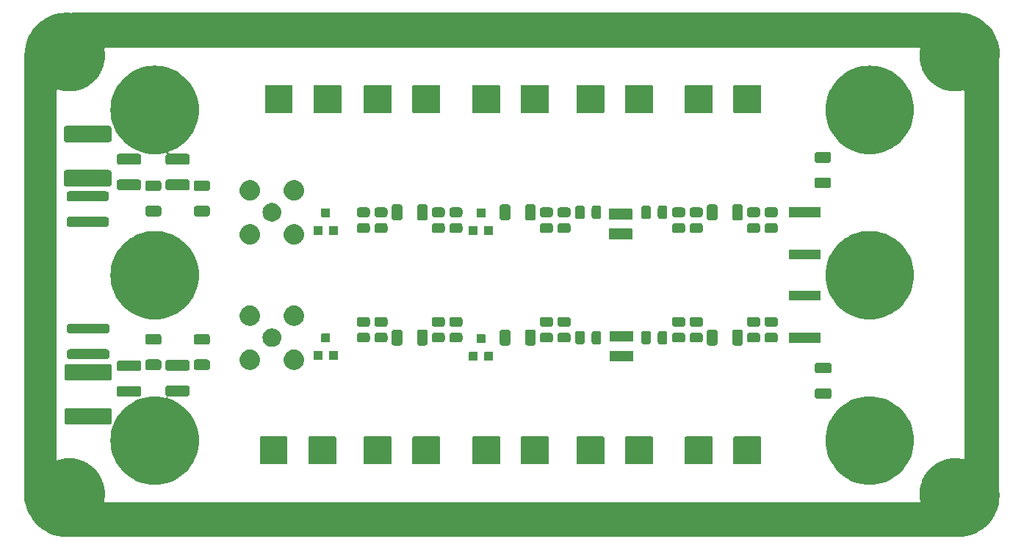
<source format=gbs>
G04 #@! TF.GenerationSoftware,KiCad,Pcbnew,7.0.7*
G04 #@! TF.CreationDate,2023-09-14T15:12:29+02:00*
G04 #@! TF.ProjectId,5uH_LISN,3575485f-4c49-4534-9e2e-6b696361645f,V1 R0*
G04 #@! TF.SameCoordinates,Original*
G04 #@! TF.FileFunction,Soldermask,Bot*
G04 #@! TF.FilePolarity,Negative*
%FSLAX46Y46*%
G04 Gerber Fmt 4.6, Leading zero omitted, Abs format (unit mm)*
G04 Created by KiCad (PCBNEW 7.0.7) date 2023-09-14 15:12:29*
%MOMM*%
%LPD*%
G01*
G04 APERTURE LIST*
G04 APERTURE END LIST*
G36*
X118829012Y-122975901D02*
G01*
X118856082Y-122978440D01*
X118858658Y-122979341D01*
X118872686Y-122980969D01*
X118908492Y-122996779D01*
X118943509Y-123009032D01*
X118954330Y-123017018D01*
X118973541Y-123025501D01*
X118995285Y-123047245D01*
X119015117Y-123061882D01*
X119029753Y-123081713D01*
X119051499Y-123103459D01*
X119059981Y-123122670D01*
X119067967Y-123133490D01*
X119080217Y-123168500D01*
X119096031Y-123204314D01*
X119097658Y-123218343D01*
X119098559Y-123220917D01*
X119101098Y-123247997D01*
X119103999Y-123273000D01*
X119103999Y-123278926D01*
X119104000Y-123278937D01*
X119104000Y-123917062D01*
X119104000Y-123923001D01*
X119101095Y-123948038D01*
X119098559Y-123975082D01*
X119097659Y-123977653D01*
X119096031Y-123991686D01*
X119080215Y-124027503D01*
X119067967Y-124062509D01*
X119059982Y-124073326D01*
X119051499Y-124092541D01*
X119029750Y-124114289D01*
X119015117Y-124134117D01*
X118995289Y-124148750D01*
X118973541Y-124170499D01*
X118954326Y-124178982D01*
X118943509Y-124186967D01*
X118908503Y-124199215D01*
X118872686Y-124215031D01*
X118858654Y-124216658D01*
X118856082Y-124217559D01*
X118829004Y-124220098D01*
X118804000Y-124222999D01*
X118798073Y-124222999D01*
X118798063Y-124223000D01*
X116569087Y-124223000D01*
X116535958Y-124438238D01*
X116820850Y-124528064D01*
X117232029Y-124698380D01*
X117626800Y-124903885D01*
X118002158Y-125143014D01*
X118355245Y-125413948D01*
X118683376Y-125714624D01*
X118984052Y-126042755D01*
X119254986Y-126395842D01*
X119494115Y-126771200D01*
X119699620Y-127165971D01*
X119869936Y-127577150D01*
X120003767Y-128001609D01*
X120100095Y-128436116D01*
X120158187Y-128877366D01*
X120177600Y-129322000D01*
X120158187Y-129766634D01*
X120100095Y-130207884D01*
X120003767Y-130642391D01*
X119869936Y-131066850D01*
X119699620Y-131478029D01*
X119494115Y-131872800D01*
X119254986Y-132248158D01*
X118984052Y-132601245D01*
X118683376Y-132929376D01*
X118355245Y-133230052D01*
X118002158Y-133500986D01*
X117626800Y-133740115D01*
X117232029Y-133945620D01*
X116820850Y-134115936D01*
X116396391Y-134249767D01*
X115961884Y-134346095D01*
X115520634Y-134404187D01*
X115076000Y-134423600D01*
X114631366Y-134404187D01*
X114190116Y-134346095D01*
X113755609Y-134249767D01*
X113331150Y-134115936D01*
X112919971Y-133945620D01*
X112525200Y-133740115D01*
X112149842Y-133500986D01*
X111796755Y-133230052D01*
X111468624Y-132929376D01*
X111167948Y-132601245D01*
X110897014Y-132248158D01*
X110657885Y-131872800D01*
X110452380Y-131478029D01*
X110282064Y-131066850D01*
X110148233Y-130642391D01*
X110051905Y-130207884D01*
X109993813Y-129766634D01*
X109974400Y-129322000D01*
X109993813Y-128877366D01*
X110051905Y-128436116D01*
X110148233Y-128001609D01*
X110282064Y-127577150D01*
X110452380Y-127165971D01*
X110657885Y-126771200D01*
X110897014Y-126395842D01*
X111167948Y-126042755D01*
X111468624Y-125714624D01*
X111796755Y-125413948D01*
X112149842Y-125143014D01*
X112525200Y-124903885D01*
X112919971Y-124698380D01*
X113331150Y-124528064D01*
X113755609Y-124394233D01*
X114190116Y-124297905D01*
X114631366Y-124239813D01*
X115076000Y-124220400D01*
X115520634Y-124239813D01*
X115961884Y-124297905D01*
X116396391Y-124394233D01*
X116397700Y-124394645D01*
X116410737Y-124397536D01*
X116495969Y-124210198D01*
X116453674Y-124178983D01*
X116434459Y-124170499D01*
X116412711Y-124148751D01*
X116392881Y-124134116D01*
X116378244Y-124114284D01*
X116356501Y-124092541D01*
X116348018Y-124073330D01*
X116340032Y-124062509D01*
X116327779Y-124027492D01*
X116311969Y-123991686D01*
X116310341Y-123977659D01*
X116309440Y-123975082D01*
X116306899Y-123947982D01*
X116304001Y-123923000D01*
X116304000Y-123917072D01*
X116304000Y-123917062D01*
X116304000Y-123278937D01*
X116304000Y-123278936D01*
X116304000Y-123272999D01*
X116306901Y-123247989D01*
X116309440Y-123220917D01*
X116310341Y-123218340D01*
X116311969Y-123204314D01*
X116327777Y-123168510D01*
X116340032Y-123133490D01*
X116348019Y-123122667D01*
X116356501Y-123103459D01*
X116378242Y-123081717D01*
X116392882Y-123061882D01*
X116412717Y-123047242D01*
X116434459Y-123025501D01*
X116453667Y-123017019D01*
X116464490Y-123009032D01*
X116499510Y-122996777D01*
X116535314Y-122980969D01*
X116549339Y-122979341D01*
X116551917Y-122978440D01*
X116579021Y-122975898D01*
X116604000Y-122973001D01*
X116609926Y-122973000D01*
X116609937Y-122973000D01*
X118798063Y-122973000D01*
X118804001Y-122973000D01*
X118829012Y-122975901D01*
G37*
G36*
X197920634Y-124239813D02*
G01*
X198361884Y-124297905D01*
X198796391Y-124394233D01*
X199220850Y-124528064D01*
X199632029Y-124698380D01*
X200026800Y-124903885D01*
X200402158Y-125143014D01*
X200755245Y-125413948D01*
X201083376Y-125714624D01*
X201384052Y-126042755D01*
X201654986Y-126395842D01*
X201894115Y-126771200D01*
X202099620Y-127165971D01*
X202269936Y-127577150D01*
X202403767Y-128001609D01*
X202500095Y-128436116D01*
X202558187Y-128877366D01*
X202577600Y-129322000D01*
X202558187Y-129766634D01*
X202500095Y-130207884D01*
X202403767Y-130642391D01*
X202269936Y-131066850D01*
X202099620Y-131478029D01*
X201894115Y-131872800D01*
X201654986Y-132248158D01*
X201384052Y-132601245D01*
X201083376Y-132929376D01*
X200755245Y-133230052D01*
X200402158Y-133500986D01*
X200026800Y-133740115D01*
X199632029Y-133945620D01*
X199220850Y-134115936D01*
X198796391Y-134249767D01*
X198361884Y-134346095D01*
X197920634Y-134404187D01*
X197476000Y-134423600D01*
X197031366Y-134404187D01*
X196590116Y-134346095D01*
X196155609Y-134249767D01*
X195731150Y-134115936D01*
X195319971Y-133945620D01*
X194925200Y-133740115D01*
X194549842Y-133500986D01*
X194196755Y-133230052D01*
X193868624Y-132929376D01*
X193567948Y-132601245D01*
X193297014Y-132248158D01*
X193057885Y-131872800D01*
X192852380Y-131478029D01*
X192682064Y-131066850D01*
X192548233Y-130642391D01*
X192451905Y-130207884D01*
X192393813Y-129766634D01*
X192374400Y-129322000D01*
X192393813Y-128877366D01*
X192451905Y-128436116D01*
X192548233Y-128001609D01*
X192682064Y-127577150D01*
X192852380Y-127165971D01*
X193057885Y-126771200D01*
X193297014Y-126395842D01*
X193567948Y-126042755D01*
X193868624Y-125714624D01*
X194196755Y-125413948D01*
X194549842Y-125143014D01*
X194925200Y-124903885D01*
X195319971Y-124698380D01*
X195731150Y-124528064D01*
X196155609Y-124394233D01*
X196590116Y-124297905D01*
X197031366Y-124239813D01*
X197476000Y-124220400D01*
X197920634Y-124239813D01*
G37*
G36*
X130314881Y-128868134D02*
G01*
X130347842Y-128890158D01*
X130369866Y-128923119D01*
X130377600Y-128962000D01*
X130377600Y-131962000D01*
X130369866Y-132000881D01*
X130347842Y-132033842D01*
X130314881Y-132055866D01*
X130276000Y-132063600D01*
X127276000Y-132063600D01*
X127237119Y-132055866D01*
X127204158Y-132033842D01*
X127182134Y-132000881D01*
X127174400Y-131962000D01*
X127174400Y-128962000D01*
X127182134Y-128923119D01*
X127204158Y-128890158D01*
X127237119Y-128868134D01*
X127276000Y-128860400D01*
X130276000Y-128860400D01*
X130314881Y-128868134D01*
G37*
G36*
X135914881Y-128868134D02*
G01*
X135947842Y-128890158D01*
X135969866Y-128923119D01*
X135977600Y-128962000D01*
X135977600Y-131962000D01*
X135969866Y-132000881D01*
X135947842Y-132033842D01*
X135914881Y-132055866D01*
X135876000Y-132063600D01*
X132876000Y-132063600D01*
X132837119Y-132055866D01*
X132804158Y-132033842D01*
X132782134Y-132000881D01*
X132774400Y-131962000D01*
X132774400Y-128962000D01*
X132782134Y-128923119D01*
X132804158Y-128890158D01*
X132837119Y-128868134D01*
X132876000Y-128860400D01*
X135876000Y-128860400D01*
X135914881Y-128868134D01*
G37*
G36*
X142314881Y-128868134D02*
G01*
X142347842Y-128890158D01*
X142369866Y-128923119D01*
X142377600Y-128962000D01*
X142377600Y-131962000D01*
X142369866Y-132000881D01*
X142347842Y-132033842D01*
X142314881Y-132055866D01*
X142276000Y-132063600D01*
X139276000Y-132063600D01*
X139237119Y-132055866D01*
X139204158Y-132033842D01*
X139182134Y-132000881D01*
X139174400Y-131962000D01*
X139174400Y-128962000D01*
X139182134Y-128923119D01*
X139204158Y-128890158D01*
X139237119Y-128868134D01*
X139276000Y-128860400D01*
X142276000Y-128860400D01*
X142314881Y-128868134D01*
G37*
G36*
X147914881Y-128868134D02*
G01*
X147947842Y-128890158D01*
X147969866Y-128923119D01*
X147977600Y-128962000D01*
X147977600Y-131962000D01*
X147969866Y-132000881D01*
X147947842Y-132033842D01*
X147914881Y-132055866D01*
X147876000Y-132063600D01*
X144876000Y-132063600D01*
X144837119Y-132055866D01*
X144804158Y-132033842D01*
X144782134Y-132000881D01*
X144774400Y-131962000D01*
X144774400Y-128962000D01*
X144782134Y-128923119D01*
X144804158Y-128890158D01*
X144837119Y-128868134D01*
X144876000Y-128860400D01*
X147876000Y-128860400D01*
X147914881Y-128868134D01*
G37*
G36*
X154814881Y-128868134D02*
G01*
X154847842Y-128890158D01*
X154869866Y-128923119D01*
X154877600Y-128962000D01*
X154877600Y-131962000D01*
X154869866Y-132000881D01*
X154847842Y-132033842D01*
X154814881Y-132055866D01*
X154776000Y-132063600D01*
X151776000Y-132063600D01*
X151737119Y-132055866D01*
X151704158Y-132033842D01*
X151682134Y-132000881D01*
X151674400Y-131962000D01*
X151674400Y-128962000D01*
X151682134Y-128923119D01*
X151704158Y-128890158D01*
X151737119Y-128868134D01*
X151776000Y-128860400D01*
X154776000Y-128860400D01*
X154814881Y-128868134D01*
G37*
G36*
X160414881Y-128868134D02*
G01*
X160447842Y-128890158D01*
X160469866Y-128923119D01*
X160477600Y-128962000D01*
X160477600Y-131962000D01*
X160469866Y-132000881D01*
X160447842Y-132033842D01*
X160414881Y-132055866D01*
X160376000Y-132063600D01*
X157376000Y-132063600D01*
X157337119Y-132055866D01*
X157304158Y-132033842D01*
X157282134Y-132000881D01*
X157274400Y-131962000D01*
X157274400Y-128962000D01*
X157282134Y-128923119D01*
X157304158Y-128890158D01*
X157337119Y-128868134D01*
X157376000Y-128860400D01*
X160376000Y-128860400D01*
X160414881Y-128868134D01*
G37*
G36*
X166814881Y-128868134D02*
G01*
X166847842Y-128890158D01*
X166869866Y-128923119D01*
X166877600Y-128962000D01*
X166877600Y-131962000D01*
X166869866Y-132000881D01*
X166847842Y-132033842D01*
X166814881Y-132055866D01*
X166776000Y-132063600D01*
X163776000Y-132063600D01*
X163737119Y-132055866D01*
X163704158Y-132033842D01*
X163682134Y-132000881D01*
X163674400Y-131962000D01*
X163674400Y-128962000D01*
X163682134Y-128923119D01*
X163704158Y-128890158D01*
X163737119Y-128868134D01*
X163776000Y-128860400D01*
X166776000Y-128860400D01*
X166814881Y-128868134D01*
G37*
G36*
X172414881Y-128868134D02*
G01*
X172447842Y-128890158D01*
X172469866Y-128923119D01*
X172477600Y-128962000D01*
X172477600Y-131962000D01*
X172469866Y-132000881D01*
X172447842Y-132033842D01*
X172414881Y-132055866D01*
X172376000Y-132063600D01*
X169376000Y-132063600D01*
X169337119Y-132055866D01*
X169304158Y-132033842D01*
X169282134Y-132000881D01*
X169274400Y-131962000D01*
X169274400Y-128962000D01*
X169282134Y-128923119D01*
X169304158Y-128890158D01*
X169337119Y-128868134D01*
X169376000Y-128860400D01*
X172376000Y-128860400D01*
X172414881Y-128868134D01*
G37*
G36*
X179314881Y-128868134D02*
G01*
X179347842Y-128890158D01*
X179369866Y-128923119D01*
X179377600Y-128962000D01*
X179377600Y-131962000D01*
X179369866Y-132000881D01*
X179347842Y-132033842D01*
X179314881Y-132055866D01*
X179276000Y-132063600D01*
X176276000Y-132063600D01*
X176237119Y-132055866D01*
X176204158Y-132033842D01*
X176182134Y-132000881D01*
X176174400Y-131962000D01*
X176174400Y-128962000D01*
X176182134Y-128923119D01*
X176204158Y-128890158D01*
X176237119Y-128868134D01*
X176276000Y-128860400D01*
X179276000Y-128860400D01*
X179314881Y-128868134D01*
G37*
G36*
X184914881Y-128868134D02*
G01*
X184947842Y-128890158D01*
X184969866Y-128923119D01*
X184977600Y-128962000D01*
X184977600Y-131962000D01*
X184969866Y-132000881D01*
X184947842Y-132033842D01*
X184914881Y-132055866D01*
X184876000Y-132063600D01*
X181876000Y-132063600D01*
X181837119Y-132055866D01*
X181804158Y-132033842D01*
X181782134Y-132000881D01*
X181774400Y-131962000D01*
X181774400Y-128962000D01*
X181782134Y-128923119D01*
X181804158Y-128890158D01*
X181837119Y-128868134D01*
X181876000Y-128860400D01*
X184876000Y-128860400D01*
X184914881Y-128868134D01*
G37*
G36*
X109875018Y-125587902D02*
G01*
X109902079Y-125590440D01*
X109904654Y-125591341D01*
X109918685Y-125592969D01*
X109954502Y-125608784D01*
X109989511Y-125621034D01*
X110000329Y-125629018D01*
X110019541Y-125637501D01*
X110041281Y-125659241D01*
X110061118Y-125673881D01*
X110075757Y-125693717D01*
X110097499Y-125715459D01*
X110105981Y-125734670D01*
X110113965Y-125745488D01*
X110126213Y-125780491D01*
X110142031Y-125816315D01*
X110143659Y-125830347D01*
X110144559Y-125832919D01*
X110147093Y-125859947D01*
X110150000Y-125885000D01*
X110150000Y-127185000D01*
X110147092Y-127210063D01*
X110144559Y-127237079D01*
X110143659Y-127239649D01*
X110142031Y-127253685D01*
X110126209Y-127289518D01*
X110113965Y-127324509D01*
X110105985Y-127335321D01*
X110097499Y-127354541D01*
X110075750Y-127376289D01*
X110061117Y-127396118D01*
X110041286Y-127410753D01*
X110019541Y-127432499D01*
X110000326Y-127440983D01*
X109989511Y-127448965D01*
X109954512Y-127461211D01*
X109918685Y-127477031D01*
X109904651Y-127478659D01*
X109902080Y-127479559D01*
X109875056Y-127482092D01*
X109850000Y-127485000D01*
X104950000Y-127485000D01*
X104924941Y-127482092D01*
X104897920Y-127479559D01*
X104895348Y-127478659D01*
X104881315Y-127477031D01*
X104845490Y-127461212D01*
X104810488Y-127448965D01*
X104799670Y-127440981D01*
X104780459Y-127432499D01*
X104758717Y-127410757D01*
X104738881Y-127396118D01*
X104724241Y-127376281D01*
X104702501Y-127354541D01*
X104694018Y-127335329D01*
X104686034Y-127324511D01*
X104673783Y-127289501D01*
X104657969Y-127253685D01*
X104656341Y-127239655D01*
X104655440Y-127237080D01*
X104652901Y-127210011D01*
X104650000Y-127185000D01*
X104650000Y-125885000D01*
X104652902Y-125859986D01*
X104655440Y-125832920D01*
X104656341Y-125830344D01*
X104657969Y-125816315D01*
X104673782Y-125780500D01*
X104686034Y-125745488D01*
X104694019Y-125734667D01*
X104702501Y-125715459D01*
X104724238Y-125693721D01*
X104738881Y-125673881D01*
X104758721Y-125659238D01*
X104780459Y-125637501D01*
X104799667Y-125629019D01*
X104810488Y-125621034D01*
X104845502Y-125608781D01*
X104881315Y-125592969D01*
X104895342Y-125591341D01*
X104897919Y-125590440D01*
X104924992Y-125587901D01*
X104950000Y-125585000D01*
X109850000Y-125585000D01*
X109875018Y-125587902D01*
G37*
G36*
X192793012Y-123280901D02*
G01*
X192820082Y-123283440D01*
X192822658Y-123284341D01*
X192836686Y-123285969D01*
X192872492Y-123301779D01*
X192907509Y-123314032D01*
X192918330Y-123322018D01*
X192937541Y-123330501D01*
X192959285Y-123352245D01*
X192979117Y-123366882D01*
X192993753Y-123386713D01*
X193015499Y-123408459D01*
X193023981Y-123427670D01*
X193031967Y-123438490D01*
X193044217Y-123473500D01*
X193060031Y-123509314D01*
X193061658Y-123523343D01*
X193062559Y-123525917D01*
X193065098Y-123552997D01*
X193067999Y-123578000D01*
X193067999Y-123583926D01*
X193068000Y-123583937D01*
X193068000Y-123917062D01*
X193068000Y-124228001D01*
X193065095Y-124253038D01*
X193062559Y-124280082D01*
X193061659Y-124282653D01*
X193060031Y-124296686D01*
X193044215Y-124332503D01*
X193031967Y-124367509D01*
X193023982Y-124378326D01*
X193015499Y-124397541D01*
X192993750Y-124419289D01*
X192979117Y-124439117D01*
X192959289Y-124453750D01*
X192937541Y-124475499D01*
X192918326Y-124483982D01*
X192907509Y-124491967D01*
X192872503Y-124504215D01*
X192836686Y-124520031D01*
X192822654Y-124521658D01*
X192820082Y-124522559D01*
X192793004Y-124525098D01*
X192768000Y-124527999D01*
X192762073Y-124527999D01*
X192762063Y-124528000D01*
X191473937Y-124528000D01*
X191473936Y-124527999D01*
X191467999Y-124528000D01*
X191442965Y-124525095D01*
X191415917Y-124522559D01*
X191413344Y-124521658D01*
X191399314Y-124520031D01*
X191363500Y-124504217D01*
X191328490Y-124491967D01*
X191317670Y-124483981D01*
X191298459Y-124475499D01*
X191276713Y-124453753D01*
X191256882Y-124439117D01*
X191242245Y-124419285D01*
X191220501Y-124397541D01*
X191212018Y-124378330D01*
X191204032Y-124367509D01*
X191191779Y-124332492D01*
X191175969Y-124296686D01*
X191174341Y-124282659D01*
X191173440Y-124280082D01*
X191170899Y-124252982D01*
X191168001Y-124228000D01*
X191168000Y-124222072D01*
X191168000Y-124222062D01*
X191168000Y-123583937D01*
X191168000Y-123583936D01*
X191168000Y-123577999D01*
X191170901Y-123552989D01*
X191173440Y-123525917D01*
X191174341Y-123523340D01*
X191175969Y-123509314D01*
X191191777Y-123473510D01*
X191204032Y-123438490D01*
X191212019Y-123427667D01*
X191220501Y-123408459D01*
X191242242Y-123386717D01*
X191256882Y-123366882D01*
X191276717Y-123352242D01*
X191298459Y-123330501D01*
X191317667Y-123322019D01*
X191328490Y-123314032D01*
X191363510Y-123301777D01*
X191399314Y-123285969D01*
X191413339Y-123284341D01*
X191415917Y-123283440D01*
X191443021Y-123280898D01*
X191468000Y-123278001D01*
X191473926Y-123278000D01*
X191473937Y-123278000D01*
X192762063Y-123278000D01*
X192768001Y-123278000D01*
X192793012Y-123280901D01*
G37*
G36*
X113229012Y-123025901D02*
G01*
X113256082Y-123028440D01*
X113258658Y-123029341D01*
X113272686Y-123030969D01*
X113308492Y-123046779D01*
X113343509Y-123059032D01*
X113354330Y-123067018D01*
X113373541Y-123075501D01*
X113395285Y-123097245D01*
X113415117Y-123111882D01*
X113429753Y-123131713D01*
X113451499Y-123153459D01*
X113459981Y-123172670D01*
X113467967Y-123183490D01*
X113480217Y-123218500D01*
X113496031Y-123254314D01*
X113497658Y-123268343D01*
X113498559Y-123270917D01*
X113501098Y-123297997D01*
X113503999Y-123323000D01*
X113503999Y-123328926D01*
X113504000Y-123328937D01*
X113504000Y-123917062D01*
X113504000Y-123973001D01*
X113501095Y-123998038D01*
X113498559Y-124025082D01*
X113497659Y-124027653D01*
X113496031Y-124041686D01*
X113480215Y-124077503D01*
X113467967Y-124112509D01*
X113459982Y-124123326D01*
X113451499Y-124142541D01*
X113429750Y-124164289D01*
X113415117Y-124184117D01*
X113395289Y-124198750D01*
X113373541Y-124220499D01*
X113354326Y-124228982D01*
X113343509Y-124236967D01*
X113308503Y-124249215D01*
X113272686Y-124265031D01*
X113258654Y-124266658D01*
X113256082Y-124267559D01*
X113229004Y-124270098D01*
X113204000Y-124272999D01*
X113198073Y-124272999D01*
X113198063Y-124273000D01*
X111009937Y-124273000D01*
X111009936Y-124272999D01*
X111003999Y-124273000D01*
X110978965Y-124270095D01*
X110951917Y-124267559D01*
X110949344Y-124266658D01*
X110935314Y-124265031D01*
X110899500Y-124249217D01*
X110864490Y-124236967D01*
X110853670Y-124228981D01*
X110834459Y-124220499D01*
X110812713Y-124198753D01*
X110792882Y-124184117D01*
X110778245Y-124164285D01*
X110756501Y-124142541D01*
X110748018Y-124123330D01*
X110740032Y-124112509D01*
X110727779Y-124077492D01*
X110711969Y-124041686D01*
X110710341Y-124027659D01*
X110709440Y-124025082D01*
X110706899Y-123997982D01*
X110704001Y-123973000D01*
X110704000Y-123967072D01*
X110704000Y-123967062D01*
X110704000Y-123328937D01*
X110704000Y-123328936D01*
X110704000Y-123322999D01*
X110706901Y-123297989D01*
X110709440Y-123270917D01*
X110710341Y-123268340D01*
X110711969Y-123254314D01*
X110727777Y-123218510D01*
X110740032Y-123183490D01*
X110748019Y-123172667D01*
X110756501Y-123153459D01*
X110778242Y-123131717D01*
X110792882Y-123111882D01*
X110812717Y-123097242D01*
X110834459Y-123075501D01*
X110853667Y-123067019D01*
X110864490Y-123059032D01*
X110899510Y-123046777D01*
X110935314Y-123030969D01*
X110949339Y-123029341D01*
X110951917Y-123028440D01*
X110979021Y-123025898D01*
X111004000Y-123023001D01*
X111009926Y-123023000D01*
X111009937Y-123023000D01*
X113198063Y-123023000D01*
X113204001Y-123023000D01*
X113229012Y-123025901D01*
G37*
G36*
X109875018Y-120487902D02*
G01*
X109902079Y-120490440D01*
X109904654Y-120491341D01*
X109918685Y-120492969D01*
X109954502Y-120508784D01*
X109989511Y-120521034D01*
X110000329Y-120529018D01*
X110019541Y-120537501D01*
X110041281Y-120559241D01*
X110061118Y-120573881D01*
X110075757Y-120593717D01*
X110097499Y-120615459D01*
X110105981Y-120634670D01*
X110113965Y-120645488D01*
X110126213Y-120680491D01*
X110142031Y-120716315D01*
X110143659Y-120730347D01*
X110144559Y-120732919D01*
X110147093Y-120759947D01*
X110150000Y-120785000D01*
X110150000Y-122085000D01*
X110147092Y-122110063D01*
X110144559Y-122137079D01*
X110143659Y-122139649D01*
X110142031Y-122153685D01*
X110126211Y-122189513D01*
X110113965Y-122224511D01*
X110105982Y-122235326D01*
X110097499Y-122254541D01*
X110075755Y-122276284D01*
X110061118Y-122296118D01*
X110041284Y-122310755D01*
X110019541Y-122332499D01*
X110000326Y-122340982D01*
X109989511Y-122348965D01*
X109954512Y-122361211D01*
X109918685Y-122377031D01*
X109904651Y-122378659D01*
X109902080Y-122379559D01*
X109875056Y-122382092D01*
X109850000Y-122385000D01*
X104950000Y-122385000D01*
X104924941Y-122382092D01*
X104897920Y-122379559D01*
X104895348Y-122378659D01*
X104881315Y-122377031D01*
X104845490Y-122361212D01*
X104810488Y-122348965D01*
X104799670Y-122340981D01*
X104780459Y-122332499D01*
X104758717Y-122310757D01*
X104738881Y-122296118D01*
X104724241Y-122276281D01*
X104702501Y-122254541D01*
X104694018Y-122235329D01*
X104686034Y-122224511D01*
X104673783Y-122189501D01*
X104657969Y-122153685D01*
X104656341Y-122139655D01*
X104655440Y-122137080D01*
X104652901Y-122110011D01*
X104650000Y-122085000D01*
X104650000Y-120785000D01*
X104652902Y-120759986D01*
X104655440Y-120732920D01*
X104656341Y-120730344D01*
X104657969Y-120716315D01*
X104673782Y-120680500D01*
X104686034Y-120645488D01*
X104694019Y-120634667D01*
X104702501Y-120615459D01*
X104724238Y-120593721D01*
X104738881Y-120573881D01*
X104758721Y-120559238D01*
X104780459Y-120537501D01*
X104799667Y-120529019D01*
X104810488Y-120521034D01*
X104845502Y-120508781D01*
X104881315Y-120492969D01*
X104895342Y-120491341D01*
X104897919Y-120490440D01*
X104924992Y-120487901D01*
X104950000Y-120485000D01*
X109850000Y-120485000D01*
X109875018Y-120487902D01*
G37*
G36*
X192793012Y-120330901D02*
G01*
X192820082Y-120333440D01*
X192822658Y-120334341D01*
X192836686Y-120335969D01*
X192872492Y-120351779D01*
X192907509Y-120364032D01*
X192918330Y-120372018D01*
X192937541Y-120380501D01*
X192959285Y-120402245D01*
X192979117Y-120416882D01*
X192993753Y-120436713D01*
X193015499Y-120458459D01*
X193023981Y-120477670D01*
X193031967Y-120488490D01*
X193044217Y-120523500D01*
X193060031Y-120559314D01*
X193061658Y-120573343D01*
X193062559Y-120575917D01*
X193065098Y-120602997D01*
X193067999Y-120628000D01*
X193067999Y-120633926D01*
X193068000Y-120633937D01*
X193068000Y-120966687D01*
X193068000Y-121278001D01*
X193065095Y-121303038D01*
X193062559Y-121330082D01*
X193061659Y-121332653D01*
X193060031Y-121346686D01*
X193044215Y-121382503D01*
X193031967Y-121417509D01*
X193023982Y-121428326D01*
X193015499Y-121447541D01*
X192993750Y-121469289D01*
X192979117Y-121489117D01*
X192959289Y-121503750D01*
X192937541Y-121525499D01*
X192918326Y-121533982D01*
X192907509Y-121541967D01*
X192872503Y-121554215D01*
X192836686Y-121570031D01*
X192822654Y-121571658D01*
X192820082Y-121572559D01*
X192793004Y-121575098D01*
X192768000Y-121577999D01*
X192762073Y-121577999D01*
X192762063Y-121578000D01*
X191473937Y-121578000D01*
X191473936Y-121577999D01*
X191467999Y-121578000D01*
X191442965Y-121575095D01*
X191415917Y-121572559D01*
X191413344Y-121571658D01*
X191399314Y-121570031D01*
X191363500Y-121554217D01*
X191328490Y-121541967D01*
X191317670Y-121533981D01*
X191298459Y-121525499D01*
X191276713Y-121503753D01*
X191256882Y-121489117D01*
X191242245Y-121469285D01*
X191220501Y-121447541D01*
X191212018Y-121428330D01*
X191204032Y-121417509D01*
X191191779Y-121382492D01*
X191175969Y-121346686D01*
X191174341Y-121332659D01*
X191173440Y-121330082D01*
X191170899Y-121302982D01*
X191168001Y-121278000D01*
X191168000Y-121272072D01*
X191168000Y-121272062D01*
X191168000Y-120633937D01*
X191168000Y-120633936D01*
X191168000Y-120627999D01*
X191170901Y-120602989D01*
X191173440Y-120575917D01*
X191174341Y-120573340D01*
X191175969Y-120559314D01*
X191191777Y-120523510D01*
X191204032Y-120488490D01*
X191212019Y-120477667D01*
X191220501Y-120458459D01*
X191242242Y-120436717D01*
X191256882Y-120416882D01*
X191276717Y-120402242D01*
X191298459Y-120380501D01*
X191317667Y-120372019D01*
X191328490Y-120364032D01*
X191363510Y-120351777D01*
X191399314Y-120335969D01*
X191413339Y-120334341D01*
X191415917Y-120333440D01*
X191443021Y-120330898D01*
X191468000Y-120328001D01*
X191473926Y-120328000D01*
X191473937Y-120328000D01*
X192762063Y-120328000D01*
X192768001Y-120328000D01*
X192793012Y-120330901D01*
G37*
G36*
X113229012Y-120075901D02*
G01*
X113256082Y-120078440D01*
X113258658Y-120079341D01*
X113272686Y-120080969D01*
X113308492Y-120096779D01*
X113343509Y-120109032D01*
X113354330Y-120117018D01*
X113373541Y-120125501D01*
X113395285Y-120147245D01*
X113415117Y-120161882D01*
X113429753Y-120181713D01*
X113451499Y-120203459D01*
X113459981Y-120222670D01*
X113467967Y-120233490D01*
X113480217Y-120268500D01*
X113496031Y-120304314D01*
X113497658Y-120318343D01*
X113498559Y-120320917D01*
X113501098Y-120347997D01*
X113503999Y-120373000D01*
X113503999Y-120378926D01*
X113504000Y-120378937D01*
X113504000Y-120716315D01*
X113504000Y-121023001D01*
X113501095Y-121048038D01*
X113498559Y-121075082D01*
X113497659Y-121077653D01*
X113496031Y-121091686D01*
X113480215Y-121127503D01*
X113467967Y-121162509D01*
X113459982Y-121173326D01*
X113451499Y-121192541D01*
X113429750Y-121214289D01*
X113415117Y-121234117D01*
X113395289Y-121248750D01*
X113373541Y-121270499D01*
X113354326Y-121278982D01*
X113343509Y-121286967D01*
X113308503Y-121299215D01*
X113272686Y-121315031D01*
X113258654Y-121316658D01*
X113256082Y-121317559D01*
X113229004Y-121320098D01*
X113204000Y-121322999D01*
X113198073Y-121322999D01*
X113198063Y-121323000D01*
X111009937Y-121323000D01*
X111009936Y-121322999D01*
X111003999Y-121323000D01*
X110978965Y-121320095D01*
X110951917Y-121317559D01*
X110949344Y-121316658D01*
X110935314Y-121315031D01*
X110899500Y-121299217D01*
X110864490Y-121286967D01*
X110853670Y-121278981D01*
X110834459Y-121270499D01*
X110812713Y-121248753D01*
X110792882Y-121234117D01*
X110778245Y-121214285D01*
X110756501Y-121192541D01*
X110748018Y-121173330D01*
X110740032Y-121162509D01*
X110727779Y-121127492D01*
X110711969Y-121091686D01*
X110710341Y-121077659D01*
X110709440Y-121075082D01*
X110706899Y-121047982D01*
X110704001Y-121023000D01*
X110704000Y-121017072D01*
X110704000Y-121017062D01*
X110704000Y-120378937D01*
X110704000Y-120378936D01*
X110704000Y-120372999D01*
X110706901Y-120347989D01*
X110709440Y-120320917D01*
X110710341Y-120318340D01*
X110711969Y-120304314D01*
X110727777Y-120268510D01*
X110740032Y-120233490D01*
X110748019Y-120222667D01*
X110756501Y-120203459D01*
X110778242Y-120181717D01*
X110792882Y-120161882D01*
X110812717Y-120147242D01*
X110834459Y-120125501D01*
X110853667Y-120117019D01*
X110864490Y-120109032D01*
X110899510Y-120096777D01*
X110935314Y-120080969D01*
X110949339Y-120079341D01*
X110951917Y-120078440D01*
X110979021Y-120075898D01*
X111004000Y-120073001D01*
X111009926Y-120073000D01*
X111009937Y-120073000D01*
X113198063Y-120073000D01*
X113204001Y-120073000D01*
X113229012Y-120075901D01*
G37*
G36*
X118829012Y-120025901D02*
G01*
X118856082Y-120028440D01*
X118858658Y-120029341D01*
X118872686Y-120030969D01*
X118908492Y-120046779D01*
X118943509Y-120059032D01*
X118954330Y-120067018D01*
X118973541Y-120075501D01*
X118995285Y-120097245D01*
X119015117Y-120111882D01*
X119029753Y-120131713D01*
X119051499Y-120153459D01*
X119059981Y-120172670D01*
X119067967Y-120183490D01*
X119080217Y-120218500D01*
X119096031Y-120254314D01*
X119097658Y-120268343D01*
X119098559Y-120270917D01*
X119101098Y-120297997D01*
X119103999Y-120323000D01*
X119103999Y-120328926D01*
X119104000Y-120328937D01*
X119104000Y-120716315D01*
X119104000Y-120973001D01*
X119101095Y-120998038D01*
X119098559Y-121025082D01*
X119097659Y-121027653D01*
X119096031Y-121041686D01*
X119080215Y-121077503D01*
X119067967Y-121112509D01*
X119059982Y-121123326D01*
X119051499Y-121142541D01*
X119029750Y-121164289D01*
X119015117Y-121184117D01*
X118995289Y-121198750D01*
X118973541Y-121220499D01*
X118954326Y-121228982D01*
X118943509Y-121236967D01*
X118908503Y-121249215D01*
X118872686Y-121265031D01*
X118858654Y-121266658D01*
X118856082Y-121267559D01*
X118829004Y-121270098D01*
X118804000Y-121272999D01*
X118798073Y-121272999D01*
X118798063Y-121273000D01*
X116609937Y-121273000D01*
X116609936Y-121272999D01*
X116603999Y-121273000D01*
X116578965Y-121270095D01*
X116551917Y-121267559D01*
X116549344Y-121266658D01*
X116535314Y-121265031D01*
X116499500Y-121249217D01*
X116464490Y-121236967D01*
X116453670Y-121228981D01*
X116434459Y-121220499D01*
X116412713Y-121198753D01*
X116392882Y-121184117D01*
X116378245Y-121164285D01*
X116356501Y-121142541D01*
X116348018Y-121123330D01*
X116340032Y-121112509D01*
X116327779Y-121077492D01*
X116311969Y-121041686D01*
X116310341Y-121027659D01*
X116309440Y-121025082D01*
X116306899Y-120997982D01*
X116304001Y-120973000D01*
X116304000Y-120967072D01*
X116304000Y-120967062D01*
X116304000Y-120328937D01*
X116304000Y-120328936D01*
X116304000Y-120322999D01*
X116306901Y-120297989D01*
X116309440Y-120270917D01*
X116310341Y-120268340D01*
X116311969Y-120254314D01*
X116327777Y-120218510D01*
X116340032Y-120183490D01*
X116348019Y-120172667D01*
X116356501Y-120153459D01*
X116378242Y-120131717D01*
X116392882Y-120111882D01*
X116412717Y-120097242D01*
X116434459Y-120075501D01*
X116453667Y-120067019D01*
X116464490Y-120059032D01*
X116499510Y-120046777D01*
X116535314Y-120030969D01*
X116549339Y-120029341D01*
X116551917Y-120028440D01*
X116579021Y-120025898D01*
X116604000Y-120023001D01*
X116609926Y-120023000D01*
X116609937Y-120023000D01*
X118798063Y-120023000D01*
X118804001Y-120023000D01*
X118829012Y-120025901D01*
G37*
G36*
X115554012Y-119975901D02*
G01*
X115581084Y-119978440D01*
X115583660Y-119979341D01*
X115597687Y-119980969D01*
X115633496Y-119996780D01*
X115668510Y-120009032D01*
X115679329Y-120017016D01*
X115698542Y-120025500D01*
X115720287Y-120047245D01*
X115740118Y-120061881D01*
X115754753Y-120081711D01*
X115776500Y-120103458D01*
X115784983Y-120122671D01*
X115792967Y-120133489D01*
X115805216Y-120168496D01*
X115821031Y-120204313D01*
X115822658Y-120218341D01*
X115823559Y-120220915D01*
X115826098Y-120247997D01*
X115828999Y-120272998D01*
X115828999Y-120278924D01*
X115829000Y-120278935D01*
X115829000Y-120589257D01*
X115829000Y-120898003D01*
X115826095Y-120923038D01*
X115823559Y-120950084D01*
X115822658Y-120952656D01*
X115821031Y-120966687D01*
X115805215Y-121002507D01*
X115792967Y-121037510D01*
X115784984Y-121048325D01*
X115776500Y-121067542D01*
X115754750Y-121089291D01*
X115740118Y-121109118D01*
X115720291Y-121123750D01*
X115698542Y-121145500D01*
X115679325Y-121153984D01*
X115668510Y-121161967D01*
X115633507Y-121174215D01*
X115597687Y-121190031D01*
X115583657Y-121191658D01*
X115581084Y-121192559D01*
X115554004Y-121195098D01*
X115529002Y-121197999D01*
X115523075Y-121197999D01*
X115523065Y-121198000D01*
X114284935Y-121198000D01*
X114284934Y-121197999D01*
X114278997Y-121198000D01*
X114253965Y-121195095D01*
X114226915Y-121192559D01*
X114224342Y-121191658D01*
X114210313Y-121190031D01*
X114174496Y-121174216D01*
X114139489Y-121161967D01*
X114128671Y-121153983D01*
X114109458Y-121145500D01*
X114087711Y-121123753D01*
X114067881Y-121109118D01*
X114053245Y-121089287D01*
X114031500Y-121067542D01*
X114023016Y-121048329D01*
X114015032Y-121037510D01*
X114002780Y-121002496D01*
X113986969Y-120966687D01*
X113985341Y-120952661D01*
X113984440Y-120950084D01*
X113981898Y-120922982D01*
X113979001Y-120898002D01*
X113979000Y-120892074D01*
X113979000Y-120892064D01*
X113979000Y-120278935D01*
X113979000Y-120278934D01*
X113979000Y-120272997D01*
X113981901Y-120247989D01*
X113984440Y-120220915D01*
X113985341Y-120218337D01*
X113986969Y-120204313D01*
X114002778Y-120168507D01*
X114015032Y-120133489D01*
X114023017Y-120122668D01*
X114031500Y-120103458D01*
X114053242Y-120081715D01*
X114067881Y-120061881D01*
X114087715Y-120047242D01*
X114109458Y-120025500D01*
X114128668Y-120017017D01*
X114139489Y-120009032D01*
X114174507Y-119996778D01*
X114210313Y-119980969D01*
X114224336Y-119979342D01*
X114226915Y-119978440D01*
X114254021Y-119975898D01*
X114278998Y-119973001D01*
X114284924Y-119973000D01*
X114284935Y-119973000D01*
X115523065Y-119973000D01*
X115529003Y-119973000D01*
X115554012Y-119975901D01*
G37*
G36*
X121154012Y-119975901D02*
G01*
X121181084Y-119978440D01*
X121183660Y-119979341D01*
X121197687Y-119980969D01*
X121233496Y-119996780D01*
X121268510Y-120009032D01*
X121279329Y-120017016D01*
X121298542Y-120025500D01*
X121320287Y-120047245D01*
X121340118Y-120061881D01*
X121354753Y-120081711D01*
X121376500Y-120103458D01*
X121384983Y-120122671D01*
X121392967Y-120133489D01*
X121405216Y-120168496D01*
X121421031Y-120204313D01*
X121422658Y-120218341D01*
X121423559Y-120220915D01*
X121426098Y-120247997D01*
X121428999Y-120272998D01*
X121428999Y-120278924D01*
X121429000Y-120278935D01*
X121429000Y-120589257D01*
X121429000Y-120898003D01*
X121426095Y-120923038D01*
X121423559Y-120950084D01*
X121422658Y-120952656D01*
X121421031Y-120966687D01*
X121405215Y-121002507D01*
X121392967Y-121037510D01*
X121384984Y-121048325D01*
X121376500Y-121067542D01*
X121354750Y-121089291D01*
X121340118Y-121109118D01*
X121320291Y-121123750D01*
X121298542Y-121145500D01*
X121279325Y-121153984D01*
X121268510Y-121161967D01*
X121233507Y-121174215D01*
X121197687Y-121190031D01*
X121183657Y-121191658D01*
X121181084Y-121192559D01*
X121154004Y-121195098D01*
X121129002Y-121197999D01*
X121123075Y-121197999D01*
X121123065Y-121198000D01*
X119884935Y-121198000D01*
X119884934Y-121197999D01*
X119878997Y-121198000D01*
X119853965Y-121195095D01*
X119826915Y-121192559D01*
X119824342Y-121191658D01*
X119810313Y-121190031D01*
X119774496Y-121174216D01*
X119739489Y-121161967D01*
X119728671Y-121153983D01*
X119709458Y-121145500D01*
X119687711Y-121123753D01*
X119667881Y-121109118D01*
X119653245Y-121089287D01*
X119631500Y-121067542D01*
X119623016Y-121048329D01*
X119615032Y-121037510D01*
X119602780Y-121002496D01*
X119586969Y-120966687D01*
X119585341Y-120952661D01*
X119584440Y-120950084D01*
X119581898Y-120922982D01*
X119579001Y-120898002D01*
X119579000Y-120892074D01*
X119579000Y-120892064D01*
X119579000Y-120278935D01*
X119579000Y-120278934D01*
X119579000Y-120272997D01*
X119581901Y-120247989D01*
X119584440Y-120220915D01*
X119585341Y-120218337D01*
X119586969Y-120204313D01*
X119602778Y-120168507D01*
X119615032Y-120133489D01*
X119623017Y-120122668D01*
X119631500Y-120103458D01*
X119653242Y-120081715D01*
X119667881Y-120061881D01*
X119687715Y-120047242D01*
X119709458Y-120025500D01*
X119728668Y-120017017D01*
X119739489Y-120009032D01*
X119774507Y-119996778D01*
X119810313Y-119980969D01*
X119824336Y-119979342D01*
X119826915Y-119978440D01*
X119854021Y-119975898D01*
X119878998Y-119973001D01*
X119884924Y-119973000D01*
X119884935Y-119973000D01*
X121123065Y-119973000D01*
X121129003Y-119973000D01*
X121154012Y-119975901D01*
G37*
G36*
X126087744Y-118832012D02*
G01*
X126144415Y-118832012D01*
X126194269Y-118841331D01*
X126239951Y-118845328D01*
X126296025Y-118860353D01*
X126357554Y-118871855D01*
X126399286Y-118888021D01*
X126437711Y-118898318D01*
X126495875Y-118925440D01*
X126559743Y-118950183D01*
X126592711Y-118970596D01*
X126623257Y-118984840D01*
X126680882Y-119025189D01*
X126744096Y-119064330D01*
X126768323Y-119086416D01*
X126790962Y-119102268D01*
X126845120Y-119156426D01*
X126904335Y-119210408D01*
X126920475Y-119231781D01*
X126935730Y-119247036D01*
X126983306Y-119314982D01*
X127035005Y-119383442D01*
X127044268Y-119402045D01*
X127053160Y-119414744D01*
X127091023Y-119495941D01*
X127131655Y-119577541D01*
X127135694Y-119591739D01*
X127139681Y-119600288D01*
X127164807Y-119694062D01*
X127190993Y-119786094D01*
X127191799Y-119794794D01*
X127192671Y-119798048D01*
X127202305Y-119908169D01*
X127211000Y-120002000D01*
X127202302Y-120095856D01*
X127192671Y-120205951D01*
X127191799Y-120209203D01*
X127190993Y-120217906D01*
X127164803Y-120309953D01*
X127139681Y-120403711D01*
X127135695Y-120412257D01*
X127131655Y-120426459D01*
X127091015Y-120508074D01*
X127053159Y-120589257D01*
X127044269Y-120601952D01*
X127035005Y-120620558D01*
X126983301Y-120689023D01*
X126935731Y-120756962D01*
X126920479Y-120772213D01*
X126904335Y-120793592D01*
X126845109Y-120847583D01*
X126790962Y-120901731D01*
X126768328Y-120917579D01*
X126744096Y-120939670D01*
X126680870Y-120978817D01*
X126623257Y-121019159D01*
X126592718Y-121033399D01*
X126559743Y-121053817D01*
X126495863Y-121078564D01*
X126437711Y-121105681D01*
X126399294Y-121115974D01*
X126357554Y-121132145D01*
X126296013Y-121143649D01*
X126239951Y-121158671D01*
X126194279Y-121162666D01*
X126144415Y-121171988D01*
X126087733Y-121171988D01*
X126035999Y-121176514D01*
X125984265Y-121171988D01*
X125927585Y-121171988D01*
X125877721Y-121162666D01*
X125832048Y-121158671D01*
X125775983Y-121143648D01*
X125714446Y-121132145D01*
X125672707Y-121115975D01*
X125634288Y-121105681D01*
X125576130Y-121078561D01*
X125512257Y-121053817D01*
X125479284Y-121033401D01*
X125448742Y-121019159D01*
X125391121Y-120978812D01*
X125327904Y-120939670D01*
X125303675Y-120917582D01*
X125281037Y-120901731D01*
X125226879Y-120847573D01*
X125167665Y-120793592D01*
X125151524Y-120772218D01*
X125136268Y-120756962D01*
X125088684Y-120689005D01*
X125036995Y-120620558D01*
X125027733Y-120601957D01*
X125018840Y-120589257D01*
X124980969Y-120508042D01*
X124940345Y-120426459D01*
X124936305Y-120412263D01*
X124932318Y-120403711D01*
X124907179Y-120309893D01*
X124881007Y-120217906D01*
X124880201Y-120209209D01*
X124879328Y-120205951D01*
X124869678Y-120095654D01*
X124861000Y-120002000D01*
X124869677Y-119908353D01*
X124879328Y-119798048D01*
X124880201Y-119794788D01*
X124881007Y-119786094D01*
X124907174Y-119694122D01*
X124932318Y-119600288D01*
X124936306Y-119591734D01*
X124940345Y-119577541D01*
X124980961Y-119495972D01*
X125018839Y-119414744D01*
X125027733Y-119402040D01*
X125036995Y-119383442D01*
X125088679Y-119315000D01*
X125136269Y-119247036D01*
X125151527Y-119231777D01*
X125167665Y-119210408D01*
X125226867Y-119156437D01*
X125281036Y-119102269D01*
X125303678Y-119086414D01*
X125327904Y-119064330D01*
X125391113Y-119025192D01*
X125448744Y-118984839D01*
X125479291Y-118970594D01*
X125512257Y-118950183D01*
X125576117Y-118925443D01*
X125634288Y-118898318D01*
X125672716Y-118888021D01*
X125714446Y-118871855D01*
X125775971Y-118860353D01*
X125832048Y-118845328D01*
X125877731Y-118841331D01*
X125927585Y-118832012D01*
X125984254Y-118832012D01*
X126035999Y-118827485D01*
X126087744Y-118832012D01*
G37*
G36*
X131167745Y-118832012D02*
G01*
X131224415Y-118832012D01*
X131274269Y-118841331D01*
X131319951Y-118845328D01*
X131376025Y-118860353D01*
X131437554Y-118871855D01*
X131479286Y-118888021D01*
X131517711Y-118898318D01*
X131575875Y-118925440D01*
X131639743Y-118950183D01*
X131672711Y-118970596D01*
X131703257Y-118984840D01*
X131760882Y-119025189D01*
X131824096Y-119064330D01*
X131848323Y-119086416D01*
X131870962Y-119102268D01*
X131925120Y-119156426D01*
X131984335Y-119210408D01*
X132000475Y-119231781D01*
X132015730Y-119247036D01*
X132063306Y-119314982D01*
X132115005Y-119383442D01*
X132124268Y-119402045D01*
X132133160Y-119414744D01*
X132171023Y-119495941D01*
X132211655Y-119577541D01*
X132215694Y-119591739D01*
X132219681Y-119600288D01*
X132244807Y-119694062D01*
X132270993Y-119786094D01*
X132271799Y-119794794D01*
X132272671Y-119798048D01*
X132282304Y-119908160D01*
X132291000Y-120002000D01*
X132282303Y-120095847D01*
X132272671Y-120205951D01*
X132271799Y-120209203D01*
X132270993Y-120217906D01*
X132244803Y-120309953D01*
X132219681Y-120403711D01*
X132215695Y-120412257D01*
X132211655Y-120426459D01*
X132171015Y-120508074D01*
X132133159Y-120589257D01*
X132124269Y-120601952D01*
X132115005Y-120620558D01*
X132063301Y-120689023D01*
X132015731Y-120756962D01*
X132000479Y-120772213D01*
X131984335Y-120793592D01*
X131925109Y-120847583D01*
X131870962Y-120901731D01*
X131848328Y-120917579D01*
X131824096Y-120939670D01*
X131760870Y-120978817D01*
X131703257Y-121019159D01*
X131672718Y-121033399D01*
X131639743Y-121053817D01*
X131575863Y-121078564D01*
X131517711Y-121105681D01*
X131479294Y-121115974D01*
X131437554Y-121132145D01*
X131376013Y-121143649D01*
X131319951Y-121158671D01*
X131274279Y-121162666D01*
X131224415Y-121171988D01*
X131167734Y-121171988D01*
X131116000Y-121176514D01*
X131064266Y-121171988D01*
X131007585Y-121171988D01*
X130957721Y-121162666D01*
X130912048Y-121158671D01*
X130855983Y-121143648D01*
X130794446Y-121132145D01*
X130752707Y-121115975D01*
X130714288Y-121105681D01*
X130656130Y-121078561D01*
X130592257Y-121053817D01*
X130559284Y-121033401D01*
X130528742Y-121019159D01*
X130471121Y-120978812D01*
X130407904Y-120939670D01*
X130383675Y-120917582D01*
X130361037Y-120901731D01*
X130306879Y-120847573D01*
X130247665Y-120793592D01*
X130231524Y-120772218D01*
X130216268Y-120756962D01*
X130168684Y-120689005D01*
X130116995Y-120620558D01*
X130107733Y-120601957D01*
X130098840Y-120589257D01*
X130060969Y-120508042D01*
X130020345Y-120426459D01*
X130016305Y-120412263D01*
X130012318Y-120403711D01*
X129987179Y-120309893D01*
X129961007Y-120217906D01*
X129960201Y-120209209D01*
X129959328Y-120205951D01*
X129949679Y-120095663D01*
X129941000Y-120002000D01*
X129949676Y-119908362D01*
X129959328Y-119798048D01*
X129960201Y-119794788D01*
X129961007Y-119786094D01*
X129987174Y-119694122D01*
X130012318Y-119600288D01*
X130016306Y-119591734D01*
X130020345Y-119577541D01*
X130060961Y-119495972D01*
X130098839Y-119414744D01*
X130107733Y-119402040D01*
X130116995Y-119383442D01*
X130168679Y-119315000D01*
X130216269Y-119247036D01*
X130231527Y-119231777D01*
X130247665Y-119210408D01*
X130306867Y-119156437D01*
X130361036Y-119102269D01*
X130383678Y-119086414D01*
X130407904Y-119064330D01*
X130471113Y-119025192D01*
X130528744Y-118984839D01*
X130559291Y-118970594D01*
X130592257Y-118950183D01*
X130656117Y-118925443D01*
X130714288Y-118898318D01*
X130752716Y-118888021D01*
X130794446Y-118871855D01*
X130855971Y-118860353D01*
X130912048Y-118845328D01*
X130957731Y-118841331D01*
X131007585Y-118832012D01*
X131064255Y-118832012D01*
X131116000Y-118827485D01*
X131167745Y-118832012D01*
G37*
G36*
X170184881Y-119003134D02*
G01*
X170217842Y-119025158D01*
X170239866Y-119058119D01*
X170247600Y-119097000D01*
X170247600Y-120113000D01*
X170239866Y-120151881D01*
X170217842Y-120184842D01*
X170184881Y-120206866D01*
X170146000Y-120214600D01*
X167606000Y-120214600D01*
X167567119Y-120206866D01*
X167534158Y-120184842D01*
X167512134Y-120151881D01*
X167504400Y-120113000D01*
X167504400Y-119097000D01*
X167512134Y-119058119D01*
X167534158Y-119025158D01*
X167567119Y-119003134D01*
X167606000Y-118995400D01*
X170146000Y-118995400D01*
X170184881Y-119003134D01*
G37*
G36*
X152263334Y-119124606D02*
G01*
X152279555Y-119135445D01*
X152290394Y-119151666D01*
X152294200Y-119170800D01*
X152294200Y-120085200D01*
X152290394Y-120104334D01*
X152279555Y-120120555D01*
X152263334Y-120131394D01*
X152244200Y-120135200D01*
X151329800Y-120135200D01*
X151310666Y-120131394D01*
X151294445Y-120120555D01*
X151283606Y-120104334D01*
X151279800Y-120085200D01*
X151279800Y-119170800D01*
X151283606Y-119151666D01*
X151294445Y-119135445D01*
X151310666Y-119124606D01*
X151329800Y-119120800D01*
X152244200Y-119120800D01*
X152263334Y-119124606D01*
G37*
G36*
X154041334Y-119124606D02*
G01*
X154057555Y-119135445D01*
X154068394Y-119151666D01*
X154072200Y-119170800D01*
X154072200Y-120085200D01*
X154068394Y-120104334D01*
X154057555Y-120120555D01*
X154041334Y-120131394D01*
X154022200Y-120135200D01*
X153107800Y-120135200D01*
X153088666Y-120131394D01*
X153072445Y-120120555D01*
X153061606Y-120104334D01*
X153057800Y-120085200D01*
X153057800Y-119170800D01*
X153061606Y-119151666D01*
X153072445Y-119135445D01*
X153088666Y-119124606D01*
X153107800Y-119120800D01*
X154022200Y-119120800D01*
X154041334Y-119124606D01*
G37*
G36*
X134363334Y-119024606D02*
G01*
X134379555Y-119035445D01*
X134390394Y-119051666D01*
X134394200Y-119070800D01*
X134394200Y-119985200D01*
X134390394Y-120004334D01*
X134379555Y-120020555D01*
X134363334Y-120031394D01*
X134344200Y-120035200D01*
X133429800Y-120035200D01*
X133410666Y-120031394D01*
X133394445Y-120020555D01*
X133383606Y-120004334D01*
X133379800Y-119985200D01*
X133379800Y-119070800D01*
X133383606Y-119051666D01*
X133394445Y-119035445D01*
X133410666Y-119024606D01*
X133429800Y-119020800D01*
X134344200Y-119020800D01*
X134363334Y-119024606D01*
G37*
G36*
X136141334Y-119024606D02*
G01*
X136157555Y-119035445D01*
X136168394Y-119051666D01*
X136172200Y-119070800D01*
X136172200Y-119985200D01*
X136168394Y-120004334D01*
X136157555Y-120020555D01*
X136141334Y-120031394D01*
X136122200Y-120035200D01*
X135207800Y-120035200D01*
X135188666Y-120031394D01*
X135172445Y-120020555D01*
X135161606Y-120004334D01*
X135157800Y-119985200D01*
X135157800Y-119070800D01*
X135161606Y-119051666D01*
X135172445Y-119035445D01*
X135188666Y-119024606D01*
X135207800Y-119020800D01*
X136122200Y-119020800D01*
X136141334Y-119024606D01*
G37*
G36*
X109550012Y-118791901D02*
G01*
X109577082Y-118794440D01*
X109579658Y-118795341D01*
X109593686Y-118796969D01*
X109629492Y-118812779D01*
X109664509Y-118825032D01*
X109675330Y-118833018D01*
X109694541Y-118841501D01*
X109716285Y-118863245D01*
X109736117Y-118877882D01*
X109750753Y-118897713D01*
X109772499Y-118919459D01*
X109780981Y-118938670D01*
X109788967Y-118949490D01*
X109801217Y-118984500D01*
X109817031Y-119020314D01*
X109818658Y-119034343D01*
X109819559Y-119036917D01*
X109822098Y-119063997D01*
X109824999Y-119089000D01*
X109824999Y-119094926D01*
X109825000Y-119094937D01*
X109825000Y-119383442D01*
X109825000Y-119639001D01*
X109822095Y-119664038D01*
X109819559Y-119691082D01*
X109818659Y-119693653D01*
X109817031Y-119707686D01*
X109801215Y-119743503D01*
X109788967Y-119778509D01*
X109780982Y-119789326D01*
X109772499Y-119808541D01*
X109750750Y-119830289D01*
X109736117Y-119850117D01*
X109716289Y-119864750D01*
X109694541Y-119886499D01*
X109675326Y-119894982D01*
X109664509Y-119902967D01*
X109629503Y-119915215D01*
X109593686Y-119931031D01*
X109579654Y-119932658D01*
X109577082Y-119933559D01*
X109550004Y-119936098D01*
X109525000Y-119938999D01*
X109519073Y-119938999D01*
X109519063Y-119939000D01*
X105280937Y-119939000D01*
X105280936Y-119938999D01*
X105274999Y-119939000D01*
X105249965Y-119936095D01*
X105222917Y-119933559D01*
X105220344Y-119932658D01*
X105206314Y-119931031D01*
X105170500Y-119915217D01*
X105135490Y-119902967D01*
X105124670Y-119894981D01*
X105105459Y-119886499D01*
X105083713Y-119864753D01*
X105063882Y-119850117D01*
X105049245Y-119830285D01*
X105027501Y-119808541D01*
X105019018Y-119789330D01*
X105011032Y-119778509D01*
X104998779Y-119743492D01*
X104982969Y-119707686D01*
X104981341Y-119693659D01*
X104980440Y-119691082D01*
X104977899Y-119663982D01*
X104975001Y-119639000D01*
X104975000Y-119633072D01*
X104975000Y-119633062D01*
X104975000Y-119094937D01*
X104975000Y-119094936D01*
X104975000Y-119088999D01*
X104977901Y-119063989D01*
X104980440Y-119036917D01*
X104981341Y-119034340D01*
X104982969Y-119020314D01*
X104998777Y-118984510D01*
X105011032Y-118949490D01*
X105019019Y-118938667D01*
X105027501Y-118919459D01*
X105049242Y-118897717D01*
X105063882Y-118877882D01*
X105083717Y-118863242D01*
X105105459Y-118841501D01*
X105124667Y-118833019D01*
X105135490Y-118825032D01*
X105170510Y-118812777D01*
X105206314Y-118796969D01*
X105220339Y-118795341D01*
X105222917Y-118794440D01*
X105250021Y-118791898D01*
X105275000Y-118789001D01*
X105280926Y-118789000D01*
X105280937Y-118789000D01*
X109519063Y-118789000D01*
X109525001Y-118789000D01*
X109550012Y-118791901D01*
G37*
G36*
X128870188Y-116428037D02*
G01*
X129055169Y-116499699D01*
X129223832Y-116604131D01*
X129370435Y-116737777D01*
X129489983Y-116896085D01*
X129578408Y-117073665D01*
X129632696Y-117264469D01*
X129651000Y-117462000D01*
X129632696Y-117659531D01*
X129578408Y-117850335D01*
X129489983Y-118027915D01*
X129370435Y-118186223D01*
X129223832Y-118319869D01*
X129055169Y-118424301D01*
X128870188Y-118495963D01*
X128675188Y-118532414D01*
X128476812Y-118532414D01*
X128281812Y-118495963D01*
X128096831Y-118424301D01*
X127928168Y-118319869D01*
X127781565Y-118186223D01*
X127662017Y-118027915D01*
X127573592Y-117850335D01*
X127519304Y-117659531D01*
X127501000Y-117462000D01*
X127519304Y-117264469D01*
X127573592Y-117073665D01*
X127662017Y-116896085D01*
X127781565Y-116737777D01*
X127928168Y-116604131D01*
X128096831Y-116499699D01*
X128281812Y-116428037D01*
X128476812Y-116391586D01*
X128675188Y-116391586D01*
X128870188Y-116428037D01*
G37*
G36*
X143329012Y-116525901D02*
G01*
X143356084Y-116528440D01*
X143358660Y-116529341D01*
X143372687Y-116530969D01*
X143408496Y-116546780D01*
X143443510Y-116559032D01*
X143454329Y-116567016D01*
X143473542Y-116575500D01*
X143495287Y-116597245D01*
X143515118Y-116611881D01*
X143529753Y-116631711D01*
X143551500Y-116653458D01*
X143559983Y-116672671D01*
X143567967Y-116683489D01*
X143580216Y-116718496D01*
X143596031Y-116754313D01*
X143597658Y-116768341D01*
X143598559Y-116770915D01*
X143601098Y-116797997D01*
X143603999Y-116822998D01*
X143603999Y-116828924D01*
X143604000Y-116828935D01*
X143604000Y-117461999D01*
X143604000Y-118073003D01*
X143601095Y-118098038D01*
X143598559Y-118125084D01*
X143597658Y-118127656D01*
X143596031Y-118141687D01*
X143580215Y-118177507D01*
X143567967Y-118212510D01*
X143559984Y-118223325D01*
X143551500Y-118242542D01*
X143529750Y-118264291D01*
X143515118Y-118284118D01*
X143495291Y-118298750D01*
X143473542Y-118320500D01*
X143454325Y-118328984D01*
X143443510Y-118336967D01*
X143408507Y-118349215D01*
X143372687Y-118365031D01*
X143358657Y-118366658D01*
X143356084Y-118367559D01*
X143329004Y-118370098D01*
X143304002Y-118372999D01*
X143298075Y-118372999D01*
X143298065Y-118373000D01*
X142684935Y-118373000D01*
X142684934Y-118372999D01*
X142678997Y-118373000D01*
X142653965Y-118370095D01*
X142626915Y-118367559D01*
X142624342Y-118366658D01*
X142610313Y-118365031D01*
X142574496Y-118349216D01*
X142539489Y-118336967D01*
X142528671Y-118328983D01*
X142509458Y-118320500D01*
X142487711Y-118298753D01*
X142467881Y-118284118D01*
X142453245Y-118264287D01*
X142431500Y-118242542D01*
X142423016Y-118223329D01*
X142415032Y-118212510D01*
X142402780Y-118177496D01*
X142386969Y-118141687D01*
X142385341Y-118127661D01*
X142384440Y-118125084D01*
X142381898Y-118097982D01*
X142379001Y-118073002D01*
X142379000Y-118067074D01*
X142379000Y-118067064D01*
X142379000Y-116828935D01*
X142379000Y-116828934D01*
X142379000Y-116822997D01*
X142381901Y-116797989D01*
X142384440Y-116770915D01*
X142385341Y-116768337D01*
X142386969Y-116754313D01*
X142402778Y-116718507D01*
X142415032Y-116683489D01*
X142423017Y-116672668D01*
X142431500Y-116653458D01*
X142453242Y-116631715D01*
X142467881Y-116611881D01*
X142487715Y-116597242D01*
X142509458Y-116575500D01*
X142528668Y-116567017D01*
X142539489Y-116559032D01*
X142574507Y-116546778D01*
X142610313Y-116530969D01*
X142624336Y-116529342D01*
X142626915Y-116528440D01*
X142654021Y-116525898D01*
X142678998Y-116523001D01*
X142684924Y-116523000D01*
X142684935Y-116523000D01*
X143298065Y-116523000D01*
X143304003Y-116523000D01*
X143329012Y-116525901D01*
G37*
G36*
X146254012Y-116525901D02*
G01*
X146281084Y-116528440D01*
X146283660Y-116529341D01*
X146297687Y-116530969D01*
X146333496Y-116546780D01*
X146368510Y-116559032D01*
X146379329Y-116567016D01*
X146398542Y-116575500D01*
X146420287Y-116597245D01*
X146440118Y-116611881D01*
X146454753Y-116631711D01*
X146476500Y-116653458D01*
X146484983Y-116672671D01*
X146492967Y-116683489D01*
X146505216Y-116718496D01*
X146521031Y-116754313D01*
X146522658Y-116768341D01*
X146523559Y-116770915D01*
X146526098Y-116797997D01*
X146528999Y-116822998D01*
X146528999Y-116828924D01*
X146529000Y-116828935D01*
X146529000Y-117461999D01*
X146529000Y-118073003D01*
X146526095Y-118098038D01*
X146523559Y-118125084D01*
X146522658Y-118127656D01*
X146521031Y-118141687D01*
X146505215Y-118177507D01*
X146492967Y-118212510D01*
X146484984Y-118223325D01*
X146476500Y-118242542D01*
X146454750Y-118264291D01*
X146440118Y-118284118D01*
X146420291Y-118298750D01*
X146398542Y-118320500D01*
X146379325Y-118328984D01*
X146368510Y-118336967D01*
X146333507Y-118349215D01*
X146297687Y-118365031D01*
X146283657Y-118366658D01*
X146281084Y-118367559D01*
X146254004Y-118370098D01*
X146229002Y-118372999D01*
X146223075Y-118372999D01*
X146223065Y-118373000D01*
X145609935Y-118373000D01*
X145609934Y-118372999D01*
X145603997Y-118373000D01*
X145578965Y-118370095D01*
X145551915Y-118367559D01*
X145549342Y-118366658D01*
X145535313Y-118365031D01*
X145499496Y-118349216D01*
X145464489Y-118336967D01*
X145453671Y-118328983D01*
X145434458Y-118320500D01*
X145412711Y-118298753D01*
X145392881Y-118284118D01*
X145378245Y-118264287D01*
X145356500Y-118242542D01*
X145348016Y-118223329D01*
X145340032Y-118212510D01*
X145327780Y-118177496D01*
X145311969Y-118141687D01*
X145310341Y-118127661D01*
X145309440Y-118125084D01*
X145306898Y-118097982D01*
X145304001Y-118073002D01*
X145304000Y-118067074D01*
X145304000Y-118067064D01*
X145304000Y-116828935D01*
X145304000Y-116828934D01*
X145304000Y-116822997D01*
X145306901Y-116797989D01*
X145309440Y-116770915D01*
X145310341Y-116768337D01*
X145311969Y-116754313D01*
X145327778Y-116718507D01*
X145340032Y-116683489D01*
X145348017Y-116672668D01*
X145356500Y-116653458D01*
X145378242Y-116631715D01*
X145392881Y-116611881D01*
X145412715Y-116597242D01*
X145434458Y-116575500D01*
X145453668Y-116567017D01*
X145464489Y-116559032D01*
X145499507Y-116546778D01*
X145535313Y-116530969D01*
X145549336Y-116529342D01*
X145551915Y-116528440D01*
X145579021Y-116525898D01*
X145603998Y-116523001D01*
X145609924Y-116523000D01*
X145609935Y-116523000D01*
X146223065Y-116523000D01*
X146229003Y-116523000D01*
X146254012Y-116525901D01*
G37*
G36*
X155783012Y-116525901D02*
G01*
X155810084Y-116528440D01*
X155812660Y-116529341D01*
X155826687Y-116530969D01*
X155862496Y-116546780D01*
X155897510Y-116559032D01*
X155908329Y-116567016D01*
X155927542Y-116575500D01*
X155949287Y-116597245D01*
X155969118Y-116611881D01*
X155983753Y-116631711D01*
X156005500Y-116653458D01*
X156013983Y-116672671D01*
X156021967Y-116683489D01*
X156034216Y-116718496D01*
X156050031Y-116754313D01*
X156051658Y-116768341D01*
X156052559Y-116770915D01*
X156055098Y-116797997D01*
X156057999Y-116822998D01*
X156057999Y-116828924D01*
X156058000Y-116828935D01*
X156058000Y-117461999D01*
X156058000Y-118073003D01*
X156055095Y-118098038D01*
X156052559Y-118125084D01*
X156051658Y-118127656D01*
X156050031Y-118141687D01*
X156034215Y-118177507D01*
X156021967Y-118212510D01*
X156013984Y-118223325D01*
X156005500Y-118242542D01*
X155983750Y-118264291D01*
X155969118Y-118284118D01*
X155949291Y-118298750D01*
X155927542Y-118320500D01*
X155908325Y-118328984D01*
X155897510Y-118336967D01*
X155862507Y-118349215D01*
X155826687Y-118365031D01*
X155812657Y-118366658D01*
X155810084Y-118367559D01*
X155783004Y-118370098D01*
X155758002Y-118372999D01*
X155752075Y-118372999D01*
X155752065Y-118373000D01*
X155138935Y-118373000D01*
X155138934Y-118372999D01*
X155132997Y-118373000D01*
X155107965Y-118370095D01*
X155080915Y-118367559D01*
X155078342Y-118366658D01*
X155064313Y-118365031D01*
X155028496Y-118349216D01*
X154993489Y-118336967D01*
X154982671Y-118328983D01*
X154963458Y-118320500D01*
X154941711Y-118298753D01*
X154921881Y-118284118D01*
X154907245Y-118264287D01*
X154885500Y-118242542D01*
X154877016Y-118223329D01*
X154869032Y-118212510D01*
X154856780Y-118177496D01*
X154840969Y-118141687D01*
X154839341Y-118127661D01*
X154838440Y-118125084D01*
X154835898Y-118097982D01*
X154833001Y-118073002D01*
X154833000Y-118067074D01*
X154833000Y-118067064D01*
X154833000Y-116828935D01*
X154833000Y-116828934D01*
X154833000Y-116822997D01*
X154835901Y-116797989D01*
X154838440Y-116770915D01*
X154839341Y-116768337D01*
X154840969Y-116754313D01*
X154856778Y-116718507D01*
X154869032Y-116683489D01*
X154877017Y-116672668D01*
X154885500Y-116653458D01*
X154907242Y-116631715D01*
X154921881Y-116611881D01*
X154941715Y-116597242D01*
X154963458Y-116575500D01*
X154982668Y-116567017D01*
X154993489Y-116559032D01*
X155028507Y-116546778D01*
X155064313Y-116530969D01*
X155078336Y-116529342D01*
X155080915Y-116528440D01*
X155108021Y-116525898D01*
X155132998Y-116523001D01*
X155138924Y-116523000D01*
X155138935Y-116523000D01*
X155752065Y-116523000D01*
X155758003Y-116523000D01*
X155783012Y-116525901D01*
G37*
G36*
X158708012Y-116525901D02*
G01*
X158735084Y-116528440D01*
X158737660Y-116529341D01*
X158751687Y-116530969D01*
X158787496Y-116546780D01*
X158822510Y-116559032D01*
X158833329Y-116567016D01*
X158852542Y-116575500D01*
X158874287Y-116597245D01*
X158894118Y-116611881D01*
X158908753Y-116631711D01*
X158930500Y-116653458D01*
X158938983Y-116672671D01*
X158946967Y-116683489D01*
X158959216Y-116718496D01*
X158975031Y-116754313D01*
X158976658Y-116768341D01*
X158977559Y-116770915D01*
X158980098Y-116797997D01*
X158982999Y-116822998D01*
X158982999Y-116828924D01*
X158983000Y-116828935D01*
X158983000Y-117461999D01*
X158983000Y-118073003D01*
X158980095Y-118098038D01*
X158977559Y-118125084D01*
X158976658Y-118127656D01*
X158975031Y-118141687D01*
X158959215Y-118177507D01*
X158946967Y-118212510D01*
X158938984Y-118223325D01*
X158930500Y-118242542D01*
X158908750Y-118264291D01*
X158894118Y-118284118D01*
X158874291Y-118298750D01*
X158852542Y-118320500D01*
X158833325Y-118328984D01*
X158822510Y-118336967D01*
X158787507Y-118349215D01*
X158751687Y-118365031D01*
X158737657Y-118366658D01*
X158735084Y-118367559D01*
X158708004Y-118370098D01*
X158683002Y-118372999D01*
X158677075Y-118372999D01*
X158677065Y-118373000D01*
X158063935Y-118373000D01*
X158063934Y-118372999D01*
X158057997Y-118373000D01*
X158032965Y-118370095D01*
X158005915Y-118367559D01*
X158003342Y-118366658D01*
X157989313Y-118365031D01*
X157953496Y-118349216D01*
X157918489Y-118336967D01*
X157907671Y-118328983D01*
X157888458Y-118320500D01*
X157866711Y-118298753D01*
X157846881Y-118284118D01*
X157832245Y-118264287D01*
X157810500Y-118242542D01*
X157802016Y-118223329D01*
X157794032Y-118212510D01*
X157781780Y-118177496D01*
X157765969Y-118141687D01*
X157764341Y-118127661D01*
X157763440Y-118125084D01*
X157760898Y-118097982D01*
X157758001Y-118073002D01*
X157758000Y-118067074D01*
X157758000Y-118067064D01*
X157758000Y-116828935D01*
X157758000Y-116828934D01*
X157758000Y-116822997D01*
X157760901Y-116797989D01*
X157763440Y-116770915D01*
X157764341Y-116768337D01*
X157765969Y-116754313D01*
X157781778Y-116718507D01*
X157794032Y-116683489D01*
X157802017Y-116672668D01*
X157810500Y-116653458D01*
X157832242Y-116631715D01*
X157846881Y-116611881D01*
X157866715Y-116597242D01*
X157888458Y-116575500D01*
X157907668Y-116567017D01*
X157918489Y-116559032D01*
X157953507Y-116546778D01*
X157989313Y-116530969D01*
X158003336Y-116529342D01*
X158005915Y-116528440D01*
X158033021Y-116525898D01*
X158057998Y-116523001D01*
X158063924Y-116523000D01*
X158063935Y-116523000D01*
X158677065Y-116523000D01*
X158683003Y-116523000D01*
X158708012Y-116525901D01*
G37*
G36*
X179659012Y-116525901D02*
G01*
X179686084Y-116528440D01*
X179688660Y-116529341D01*
X179702687Y-116530969D01*
X179738496Y-116546780D01*
X179773510Y-116559032D01*
X179784329Y-116567016D01*
X179803542Y-116575500D01*
X179825287Y-116597245D01*
X179845118Y-116611881D01*
X179859753Y-116631711D01*
X179881500Y-116653458D01*
X179889983Y-116672671D01*
X179897967Y-116683489D01*
X179910216Y-116718496D01*
X179926031Y-116754313D01*
X179927658Y-116768341D01*
X179928559Y-116770915D01*
X179931098Y-116797997D01*
X179933999Y-116822998D01*
X179933999Y-116828924D01*
X179934000Y-116828935D01*
X179934000Y-117461999D01*
X179934000Y-118073003D01*
X179931095Y-118098038D01*
X179928559Y-118125084D01*
X179927658Y-118127656D01*
X179926031Y-118141687D01*
X179910215Y-118177507D01*
X179897967Y-118212510D01*
X179889984Y-118223325D01*
X179881500Y-118242542D01*
X179859750Y-118264291D01*
X179845118Y-118284118D01*
X179825291Y-118298750D01*
X179803542Y-118320500D01*
X179784325Y-118328984D01*
X179773510Y-118336967D01*
X179738507Y-118349215D01*
X179702687Y-118365031D01*
X179688657Y-118366658D01*
X179686084Y-118367559D01*
X179659004Y-118370098D01*
X179634002Y-118372999D01*
X179628075Y-118372999D01*
X179628065Y-118373000D01*
X179014935Y-118373000D01*
X179014934Y-118372999D01*
X179008997Y-118373000D01*
X178983965Y-118370095D01*
X178956915Y-118367559D01*
X178954342Y-118366658D01*
X178940313Y-118365031D01*
X178904496Y-118349216D01*
X178869489Y-118336967D01*
X178858671Y-118328983D01*
X178839458Y-118320500D01*
X178817711Y-118298753D01*
X178797881Y-118284118D01*
X178783245Y-118264287D01*
X178761500Y-118242542D01*
X178753016Y-118223329D01*
X178745032Y-118212510D01*
X178732780Y-118177496D01*
X178716969Y-118141687D01*
X178715341Y-118127661D01*
X178714440Y-118125084D01*
X178711898Y-118097982D01*
X178709001Y-118073002D01*
X178709000Y-118067074D01*
X178709000Y-118067064D01*
X178709000Y-116828935D01*
X178709000Y-116828934D01*
X178709000Y-116822997D01*
X178711901Y-116797989D01*
X178714440Y-116770915D01*
X178715341Y-116768337D01*
X178716969Y-116754313D01*
X178732778Y-116718507D01*
X178745032Y-116683489D01*
X178753017Y-116672668D01*
X178761500Y-116653458D01*
X178783242Y-116631715D01*
X178797881Y-116611881D01*
X178817715Y-116597242D01*
X178839458Y-116575500D01*
X178858668Y-116567017D01*
X178869489Y-116559032D01*
X178904507Y-116546778D01*
X178940313Y-116530969D01*
X178954336Y-116529342D01*
X178956915Y-116528440D01*
X178984021Y-116525898D01*
X179008998Y-116523001D01*
X179014924Y-116523000D01*
X179014935Y-116523000D01*
X179628065Y-116523000D01*
X179634003Y-116523000D01*
X179659012Y-116525901D01*
G37*
G36*
X182584012Y-116525901D02*
G01*
X182611084Y-116528440D01*
X182613660Y-116529341D01*
X182627687Y-116530969D01*
X182663496Y-116546780D01*
X182698510Y-116559032D01*
X182709329Y-116567016D01*
X182728542Y-116575500D01*
X182750287Y-116597245D01*
X182770118Y-116611881D01*
X182784753Y-116631711D01*
X182806500Y-116653458D01*
X182814983Y-116672671D01*
X182822967Y-116683489D01*
X182835216Y-116718496D01*
X182851031Y-116754313D01*
X182852658Y-116768341D01*
X182853559Y-116770915D01*
X182856098Y-116797997D01*
X182858999Y-116822998D01*
X182858999Y-116828924D01*
X182859000Y-116828935D01*
X182859000Y-117461999D01*
X182859000Y-118073003D01*
X182856095Y-118098038D01*
X182853559Y-118125084D01*
X182852658Y-118127656D01*
X182851031Y-118141687D01*
X182835215Y-118177507D01*
X182822967Y-118212510D01*
X182814984Y-118223325D01*
X182806500Y-118242542D01*
X182784750Y-118264291D01*
X182770118Y-118284118D01*
X182750291Y-118298750D01*
X182728542Y-118320500D01*
X182709325Y-118328984D01*
X182698510Y-118336967D01*
X182663507Y-118349215D01*
X182627687Y-118365031D01*
X182613657Y-118366658D01*
X182611084Y-118367559D01*
X182584004Y-118370098D01*
X182559002Y-118372999D01*
X182553075Y-118372999D01*
X182553065Y-118373000D01*
X181939935Y-118373000D01*
X181939934Y-118372999D01*
X181933997Y-118373000D01*
X181908965Y-118370095D01*
X181881915Y-118367559D01*
X181879342Y-118366658D01*
X181865313Y-118365031D01*
X181829496Y-118349216D01*
X181794489Y-118336967D01*
X181783671Y-118328983D01*
X181764458Y-118320500D01*
X181742711Y-118298753D01*
X181722881Y-118284118D01*
X181708245Y-118264287D01*
X181686500Y-118242542D01*
X181678016Y-118223329D01*
X181670032Y-118212510D01*
X181657780Y-118177496D01*
X181641969Y-118141687D01*
X181640341Y-118127661D01*
X181639440Y-118125084D01*
X181636898Y-118097982D01*
X181634001Y-118073002D01*
X181634000Y-118067074D01*
X181634000Y-118067064D01*
X181634000Y-116828935D01*
X181634000Y-116828934D01*
X181634000Y-116822997D01*
X181636901Y-116797989D01*
X181639440Y-116770915D01*
X181640341Y-116768337D01*
X181641969Y-116754313D01*
X181657778Y-116718507D01*
X181670032Y-116683489D01*
X181678017Y-116672668D01*
X181686500Y-116653458D01*
X181708242Y-116631715D01*
X181722881Y-116611881D01*
X181742715Y-116597242D01*
X181764458Y-116575500D01*
X181783668Y-116567017D01*
X181794489Y-116559032D01*
X181829507Y-116546778D01*
X181865313Y-116530969D01*
X181879336Y-116529342D01*
X181881915Y-116528440D01*
X181909021Y-116525898D01*
X181933998Y-116523001D01*
X181939924Y-116523000D01*
X181939935Y-116523000D01*
X182553065Y-116523000D01*
X182559003Y-116523000D01*
X182584012Y-116525901D01*
G37*
G36*
X115554012Y-117050901D02*
G01*
X115581084Y-117053440D01*
X115583660Y-117054341D01*
X115597687Y-117055969D01*
X115633496Y-117071780D01*
X115668510Y-117084032D01*
X115679329Y-117092016D01*
X115698542Y-117100500D01*
X115720287Y-117122245D01*
X115740118Y-117136881D01*
X115754753Y-117156711D01*
X115776500Y-117178458D01*
X115784983Y-117197671D01*
X115792967Y-117208489D01*
X115805216Y-117243496D01*
X115821031Y-117279313D01*
X115822658Y-117293341D01*
X115823559Y-117295915D01*
X115826098Y-117322997D01*
X115828999Y-117347998D01*
X115828999Y-117353924D01*
X115829000Y-117353935D01*
X115829000Y-117718563D01*
X115829000Y-117973003D01*
X115826095Y-117998038D01*
X115823559Y-118025084D01*
X115822658Y-118027656D01*
X115821031Y-118041687D01*
X115805215Y-118077507D01*
X115792967Y-118112510D01*
X115784984Y-118123325D01*
X115776500Y-118142542D01*
X115754750Y-118164291D01*
X115740118Y-118184118D01*
X115720291Y-118198750D01*
X115698542Y-118220500D01*
X115679325Y-118228984D01*
X115668510Y-118236967D01*
X115633507Y-118249215D01*
X115597687Y-118265031D01*
X115583657Y-118266658D01*
X115581084Y-118267559D01*
X115554004Y-118270098D01*
X115529002Y-118272999D01*
X115523075Y-118272999D01*
X115523065Y-118273000D01*
X114284935Y-118273000D01*
X114284934Y-118272999D01*
X114278997Y-118273000D01*
X114253965Y-118270095D01*
X114226915Y-118267559D01*
X114224342Y-118266658D01*
X114210313Y-118265031D01*
X114174496Y-118249216D01*
X114139489Y-118236967D01*
X114128671Y-118228983D01*
X114109458Y-118220500D01*
X114087711Y-118198753D01*
X114067881Y-118184118D01*
X114053245Y-118164287D01*
X114031500Y-118142542D01*
X114023016Y-118123329D01*
X114015032Y-118112510D01*
X114002780Y-118077496D01*
X113986969Y-118041687D01*
X113985341Y-118027661D01*
X113984440Y-118025084D01*
X113981898Y-117997982D01*
X113979001Y-117973002D01*
X113979000Y-117967074D01*
X113979000Y-117967064D01*
X113979000Y-117353935D01*
X113979000Y-117353934D01*
X113979000Y-117347997D01*
X113981901Y-117322989D01*
X113984440Y-117295915D01*
X113985341Y-117293337D01*
X113986969Y-117279313D01*
X114002778Y-117243507D01*
X114015032Y-117208489D01*
X114023017Y-117197668D01*
X114031500Y-117178458D01*
X114053242Y-117156715D01*
X114067881Y-117136881D01*
X114087715Y-117122242D01*
X114109458Y-117100500D01*
X114128668Y-117092017D01*
X114139489Y-117084032D01*
X114174507Y-117071778D01*
X114210313Y-117055969D01*
X114224336Y-117054342D01*
X114226915Y-117053440D01*
X114254021Y-117050898D01*
X114278998Y-117048001D01*
X114284924Y-117048000D01*
X114284935Y-117048000D01*
X115523065Y-117048000D01*
X115529003Y-117048000D01*
X115554012Y-117050901D01*
G37*
G36*
X121154012Y-117050901D02*
G01*
X121181084Y-117053440D01*
X121183660Y-117054341D01*
X121197687Y-117055969D01*
X121233496Y-117071780D01*
X121268510Y-117084032D01*
X121279329Y-117092016D01*
X121298542Y-117100500D01*
X121320287Y-117122245D01*
X121340118Y-117136881D01*
X121354753Y-117156711D01*
X121376500Y-117178458D01*
X121384983Y-117197671D01*
X121392967Y-117208489D01*
X121405216Y-117243496D01*
X121421031Y-117279313D01*
X121422658Y-117293341D01*
X121423559Y-117295915D01*
X121426098Y-117322997D01*
X121428999Y-117347998D01*
X121428999Y-117353924D01*
X121429000Y-117353935D01*
X121429000Y-117718563D01*
X121429000Y-117973003D01*
X121426095Y-117998038D01*
X121423559Y-118025084D01*
X121422658Y-118027656D01*
X121421031Y-118041687D01*
X121405215Y-118077507D01*
X121392967Y-118112510D01*
X121384984Y-118123325D01*
X121376500Y-118142542D01*
X121354750Y-118164291D01*
X121340118Y-118184118D01*
X121320291Y-118198750D01*
X121298542Y-118220500D01*
X121279325Y-118228984D01*
X121268510Y-118236967D01*
X121233507Y-118249215D01*
X121197687Y-118265031D01*
X121183657Y-118266658D01*
X121181084Y-118267559D01*
X121154004Y-118270098D01*
X121129002Y-118272999D01*
X121123075Y-118272999D01*
X121123065Y-118273000D01*
X119884935Y-118273000D01*
X119884934Y-118272999D01*
X119878997Y-118273000D01*
X119853965Y-118270095D01*
X119826915Y-118267559D01*
X119824342Y-118266658D01*
X119810313Y-118265031D01*
X119774496Y-118249216D01*
X119739489Y-118236967D01*
X119728671Y-118228983D01*
X119709458Y-118220500D01*
X119687711Y-118198753D01*
X119667881Y-118184118D01*
X119653245Y-118164287D01*
X119631500Y-118142542D01*
X119623016Y-118123329D01*
X119615032Y-118112510D01*
X119602780Y-118077496D01*
X119586969Y-118041687D01*
X119585341Y-118027661D01*
X119584440Y-118025084D01*
X119581898Y-117997982D01*
X119579001Y-117973002D01*
X119579000Y-117967074D01*
X119579000Y-117967064D01*
X119579000Y-117353935D01*
X119579000Y-117353934D01*
X119579000Y-117347997D01*
X119581901Y-117322989D01*
X119584440Y-117295915D01*
X119585341Y-117293337D01*
X119586969Y-117279313D01*
X119602778Y-117243507D01*
X119615032Y-117208489D01*
X119623017Y-117197668D01*
X119631500Y-117178458D01*
X119653242Y-117156715D01*
X119667881Y-117136881D01*
X119687715Y-117122242D01*
X119709458Y-117100500D01*
X119728668Y-117092017D01*
X119739489Y-117084032D01*
X119774507Y-117071778D01*
X119810313Y-117055969D01*
X119824336Y-117054342D01*
X119826915Y-117053440D01*
X119854021Y-117050898D01*
X119878998Y-117048001D01*
X119884924Y-117048000D01*
X119884935Y-117048000D01*
X121123065Y-117048000D01*
X121129003Y-117048000D01*
X121154012Y-117050901D01*
G37*
G36*
X164361018Y-116675902D02*
G01*
X164388079Y-116678440D01*
X164390654Y-116679341D01*
X164404685Y-116680969D01*
X164440502Y-116696784D01*
X164475511Y-116709034D01*
X164486329Y-116717018D01*
X164505541Y-116725501D01*
X164527281Y-116747241D01*
X164547118Y-116761881D01*
X164561757Y-116781717D01*
X164583499Y-116803459D01*
X164591981Y-116822670D01*
X164599965Y-116833488D01*
X164612213Y-116868491D01*
X164628031Y-116904315D01*
X164629659Y-116918347D01*
X164630559Y-116920919D01*
X164633093Y-116947947D01*
X164636000Y-116973000D01*
X164636000Y-117923000D01*
X164633092Y-117948063D01*
X164630559Y-117975079D01*
X164629659Y-117977649D01*
X164628031Y-117991685D01*
X164612211Y-118027513D01*
X164599965Y-118062511D01*
X164591982Y-118073326D01*
X164583499Y-118092541D01*
X164561755Y-118114284D01*
X164547118Y-118134118D01*
X164527284Y-118148755D01*
X164505541Y-118170499D01*
X164486326Y-118178982D01*
X164475511Y-118186965D01*
X164440512Y-118199211D01*
X164404685Y-118215031D01*
X164390651Y-118216659D01*
X164388080Y-118217559D01*
X164361056Y-118220092D01*
X164336000Y-118223000D01*
X163836000Y-118223000D01*
X163810941Y-118220092D01*
X163783920Y-118217559D01*
X163781348Y-118216659D01*
X163767315Y-118215031D01*
X163731490Y-118199212D01*
X163696488Y-118186965D01*
X163685670Y-118178981D01*
X163666459Y-118170499D01*
X163644717Y-118148757D01*
X163624881Y-118134118D01*
X163610241Y-118114281D01*
X163588501Y-118092541D01*
X163580018Y-118073329D01*
X163572034Y-118062511D01*
X163559783Y-118027501D01*
X163543969Y-117991685D01*
X163542341Y-117977655D01*
X163541440Y-117975080D01*
X163538901Y-117948011D01*
X163536000Y-117923000D01*
X163536000Y-116973000D01*
X163538902Y-116947986D01*
X163541440Y-116920920D01*
X163542341Y-116918344D01*
X163543969Y-116904315D01*
X163559782Y-116868500D01*
X163572034Y-116833488D01*
X163580019Y-116822667D01*
X163588501Y-116803459D01*
X163610238Y-116781721D01*
X163624881Y-116761881D01*
X163644721Y-116747238D01*
X163666459Y-116725501D01*
X163685667Y-116717019D01*
X163696488Y-116709034D01*
X163731502Y-116696781D01*
X163767315Y-116680969D01*
X163781342Y-116679341D01*
X163783919Y-116678440D01*
X163810992Y-116675901D01*
X163836000Y-116673000D01*
X164336000Y-116673000D01*
X164361018Y-116675902D01*
G37*
G36*
X166261018Y-116675902D02*
G01*
X166288079Y-116678440D01*
X166290654Y-116679341D01*
X166304685Y-116680969D01*
X166340502Y-116696784D01*
X166375511Y-116709034D01*
X166386329Y-116717018D01*
X166405541Y-116725501D01*
X166427281Y-116747241D01*
X166447118Y-116761881D01*
X166461757Y-116781717D01*
X166483499Y-116803459D01*
X166491981Y-116822670D01*
X166499965Y-116833488D01*
X166512213Y-116868491D01*
X166528031Y-116904315D01*
X166529659Y-116918347D01*
X166530559Y-116920919D01*
X166533093Y-116947947D01*
X166536000Y-116973000D01*
X166536000Y-117923000D01*
X166533092Y-117948063D01*
X166530559Y-117975079D01*
X166529659Y-117977649D01*
X166528031Y-117991685D01*
X166512211Y-118027513D01*
X166499965Y-118062511D01*
X166491982Y-118073326D01*
X166483499Y-118092541D01*
X166461755Y-118114284D01*
X166447118Y-118134118D01*
X166427284Y-118148755D01*
X166405541Y-118170499D01*
X166386326Y-118178982D01*
X166375511Y-118186965D01*
X166340512Y-118199211D01*
X166304685Y-118215031D01*
X166290651Y-118216659D01*
X166288080Y-118217559D01*
X166261056Y-118220092D01*
X166236000Y-118223000D01*
X165736000Y-118223000D01*
X165710941Y-118220092D01*
X165683920Y-118217559D01*
X165681348Y-118216659D01*
X165667315Y-118215031D01*
X165631490Y-118199212D01*
X165596488Y-118186965D01*
X165585670Y-118178981D01*
X165566459Y-118170499D01*
X165544717Y-118148757D01*
X165524881Y-118134118D01*
X165510241Y-118114281D01*
X165488501Y-118092541D01*
X165480018Y-118073329D01*
X165472034Y-118062511D01*
X165459783Y-118027501D01*
X165443969Y-117991685D01*
X165442341Y-117977655D01*
X165441440Y-117975080D01*
X165438901Y-117948011D01*
X165436000Y-117923000D01*
X165436000Y-116973000D01*
X165438902Y-116947986D01*
X165441440Y-116920920D01*
X165442341Y-116918344D01*
X165443969Y-116904315D01*
X165459782Y-116868500D01*
X165472034Y-116833488D01*
X165480019Y-116822667D01*
X165488501Y-116803459D01*
X165510238Y-116781721D01*
X165524881Y-116761881D01*
X165544721Y-116747238D01*
X165566459Y-116725501D01*
X165585667Y-116717019D01*
X165596488Y-116709034D01*
X165631502Y-116696781D01*
X165667315Y-116680969D01*
X165681342Y-116679341D01*
X165683919Y-116678440D01*
X165710992Y-116675901D01*
X165736000Y-116673000D01*
X166236000Y-116673000D01*
X166261018Y-116675902D01*
G37*
G36*
X171981018Y-116675902D02*
G01*
X172008079Y-116678440D01*
X172010654Y-116679341D01*
X172024685Y-116680969D01*
X172060502Y-116696784D01*
X172095511Y-116709034D01*
X172106329Y-116717018D01*
X172125541Y-116725501D01*
X172147281Y-116747241D01*
X172167118Y-116761881D01*
X172181757Y-116781717D01*
X172203499Y-116803459D01*
X172211981Y-116822670D01*
X172219965Y-116833488D01*
X172232213Y-116868491D01*
X172248031Y-116904315D01*
X172249659Y-116918347D01*
X172250559Y-116920919D01*
X172253093Y-116947947D01*
X172256000Y-116973000D01*
X172256000Y-117923000D01*
X172253092Y-117948063D01*
X172250559Y-117975079D01*
X172249659Y-117977649D01*
X172248031Y-117991685D01*
X172232211Y-118027513D01*
X172219965Y-118062511D01*
X172211982Y-118073326D01*
X172203499Y-118092541D01*
X172181755Y-118114284D01*
X172167118Y-118134118D01*
X172147284Y-118148755D01*
X172125541Y-118170499D01*
X172106326Y-118178982D01*
X172095511Y-118186965D01*
X172060512Y-118199211D01*
X172024685Y-118215031D01*
X172010651Y-118216659D01*
X172008080Y-118217559D01*
X171981056Y-118220092D01*
X171956000Y-118223000D01*
X171456000Y-118223000D01*
X171430941Y-118220092D01*
X171403920Y-118217559D01*
X171401348Y-118216659D01*
X171387315Y-118215031D01*
X171351490Y-118199212D01*
X171316488Y-118186965D01*
X171305670Y-118178981D01*
X171286459Y-118170499D01*
X171264717Y-118148757D01*
X171244881Y-118134118D01*
X171230241Y-118114281D01*
X171208501Y-118092541D01*
X171200018Y-118073329D01*
X171192034Y-118062511D01*
X171179783Y-118027501D01*
X171163969Y-117991685D01*
X171162341Y-117977655D01*
X171161440Y-117975080D01*
X171158901Y-117948011D01*
X171156000Y-117923000D01*
X171156000Y-116973000D01*
X171158902Y-116947986D01*
X171161440Y-116920920D01*
X171162341Y-116918344D01*
X171163969Y-116904315D01*
X171179782Y-116868500D01*
X171192034Y-116833488D01*
X171200019Y-116822667D01*
X171208501Y-116803459D01*
X171230238Y-116781721D01*
X171244881Y-116761881D01*
X171264721Y-116747238D01*
X171286459Y-116725501D01*
X171305667Y-116717019D01*
X171316488Y-116709034D01*
X171351502Y-116696781D01*
X171387315Y-116680969D01*
X171401342Y-116679341D01*
X171403919Y-116678440D01*
X171430992Y-116675901D01*
X171456000Y-116673000D01*
X171956000Y-116673000D01*
X171981018Y-116675902D01*
G37*
G36*
X173881018Y-116675902D02*
G01*
X173908079Y-116678440D01*
X173910654Y-116679341D01*
X173924685Y-116680969D01*
X173960502Y-116696784D01*
X173995511Y-116709034D01*
X174006329Y-116717018D01*
X174025541Y-116725501D01*
X174047281Y-116747241D01*
X174067118Y-116761881D01*
X174081757Y-116781717D01*
X174103499Y-116803459D01*
X174111981Y-116822670D01*
X174119965Y-116833488D01*
X174132213Y-116868491D01*
X174148031Y-116904315D01*
X174149659Y-116918347D01*
X174150559Y-116920919D01*
X174153093Y-116947947D01*
X174156000Y-116973000D01*
X174156000Y-117923000D01*
X174153092Y-117948063D01*
X174150559Y-117975079D01*
X174149659Y-117977649D01*
X174148031Y-117991685D01*
X174132211Y-118027513D01*
X174119965Y-118062511D01*
X174111982Y-118073326D01*
X174103499Y-118092541D01*
X174081755Y-118114284D01*
X174067118Y-118134118D01*
X174047284Y-118148755D01*
X174025541Y-118170499D01*
X174006326Y-118178982D01*
X173995511Y-118186965D01*
X173960512Y-118199211D01*
X173924685Y-118215031D01*
X173910651Y-118216659D01*
X173908080Y-118217559D01*
X173881056Y-118220092D01*
X173856000Y-118223000D01*
X173356000Y-118223000D01*
X173330941Y-118220092D01*
X173303920Y-118217559D01*
X173301348Y-118216659D01*
X173287315Y-118215031D01*
X173251490Y-118199212D01*
X173216488Y-118186965D01*
X173205670Y-118178981D01*
X173186459Y-118170499D01*
X173164717Y-118148757D01*
X173144881Y-118134118D01*
X173130241Y-118114281D01*
X173108501Y-118092541D01*
X173100018Y-118073329D01*
X173092034Y-118062511D01*
X173079783Y-118027501D01*
X173063969Y-117991685D01*
X173062341Y-117977655D01*
X173061440Y-117975080D01*
X173058901Y-117948011D01*
X173056000Y-117923000D01*
X173056000Y-116973000D01*
X173058902Y-116947986D01*
X173061440Y-116920920D01*
X173062341Y-116918344D01*
X173063969Y-116904315D01*
X173079782Y-116868500D01*
X173092034Y-116833488D01*
X173100019Y-116822667D01*
X173108501Y-116803459D01*
X173130238Y-116781721D01*
X173144881Y-116761881D01*
X173164721Y-116747238D01*
X173186459Y-116725501D01*
X173205667Y-116717019D01*
X173216488Y-116709034D01*
X173251502Y-116696781D01*
X173287315Y-116680969D01*
X173301342Y-116679341D01*
X173303919Y-116678440D01*
X173330992Y-116675901D01*
X173356000Y-116673000D01*
X173856000Y-116673000D01*
X173881018Y-116675902D01*
G37*
G36*
X153152334Y-117092606D02*
G01*
X153168555Y-117103445D01*
X153179394Y-117119666D01*
X153183200Y-117138800D01*
X153183200Y-118053200D01*
X153179394Y-118072334D01*
X153168555Y-118088555D01*
X153152334Y-118099394D01*
X153133200Y-118103200D01*
X152218800Y-118103200D01*
X152199666Y-118099394D01*
X152183445Y-118088555D01*
X152172606Y-118072334D01*
X152168800Y-118053200D01*
X152168800Y-117138800D01*
X152172606Y-117119666D01*
X152183445Y-117103445D01*
X152199666Y-117092606D01*
X152218800Y-117088800D01*
X153133200Y-117088800D01*
X153152334Y-117092606D01*
G37*
G36*
X191819134Y-116890806D02*
G01*
X191835355Y-116901645D01*
X191846194Y-116917866D01*
X191850000Y-116937000D01*
X191850000Y-117987000D01*
X191846194Y-118006134D01*
X191835355Y-118022355D01*
X191819134Y-118033194D01*
X191800000Y-118037000D01*
X188200000Y-118037000D01*
X188180866Y-118033194D01*
X188164645Y-118022355D01*
X188153806Y-118006134D01*
X188150000Y-117987000D01*
X188150000Y-116937000D01*
X188153806Y-116917866D01*
X188164645Y-116901645D01*
X188180866Y-116890806D01*
X188200000Y-116887000D01*
X191800000Y-116887000D01*
X191819134Y-116890806D01*
G37*
G36*
X139595015Y-116902402D02*
G01*
X139622083Y-116904940D01*
X139624659Y-116905841D01*
X139638687Y-116907469D01*
X139674500Y-116923281D01*
X139709509Y-116935532D01*
X139720326Y-116943515D01*
X139739542Y-116952000D01*
X139761292Y-116973750D01*
X139781117Y-116988382D01*
X139795748Y-117008206D01*
X139817500Y-117029958D01*
X139825984Y-117049174D01*
X139833967Y-117059990D01*
X139846215Y-117094992D01*
X139862031Y-117130813D01*
X139863658Y-117144843D01*
X139864559Y-117147416D01*
X139867093Y-117174447D01*
X139870000Y-117199498D01*
X139870000Y-117724502D01*
X139867092Y-117749560D01*
X139864559Y-117776583D01*
X139863659Y-117779154D01*
X139862031Y-117793187D01*
X139846213Y-117829010D01*
X139833967Y-117864009D01*
X139825985Y-117874822D01*
X139817500Y-117894042D01*
X139795745Y-117915796D01*
X139781117Y-117935617D01*
X139761296Y-117950245D01*
X139739542Y-117972000D01*
X139720322Y-117980485D01*
X139709509Y-117988467D01*
X139674510Y-118000713D01*
X139638687Y-118016531D01*
X139624654Y-118018159D01*
X139622083Y-118019059D01*
X139595056Y-118021593D01*
X139570002Y-118024500D01*
X138669998Y-118024500D01*
X138644943Y-118021593D01*
X138617916Y-118019059D01*
X138615343Y-118018158D01*
X138601313Y-118016531D01*
X138565492Y-118000715D01*
X138530490Y-117988467D01*
X138519674Y-117980484D01*
X138500458Y-117972000D01*
X138478706Y-117950248D01*
X138458882Y-117935617D01*
X138444250Y-117915792D01*
X138422500Y-117894042D01*
X138414015Y-117874826D01*
X138406032Y-117864009D01*
X138393781Y-117829000D01*
X138377969Y-117793187D01*
X138376341Y-117779159D01*
X138375440Y-117776583D01*
X138372901Y-117749511D01*
X138370000Y-117724502D01*
X138370000Y-117199498D01*
X138372901Y-117174488D01*
X138375440Y-117147416D01*
X138376341Y-117144839D01*
X138377969Y-117130813D01*
X138393780Y-117095003D01*
X138406032Y-117059990D01*
X138414016Y-117049171D01*
X138422500Y-117029958D01*
X138444248Y-117008209D01*
X138458882Y-116988382D01*
X138478709Y-116973748D01*
X138500458Y-116952000D01*
X138519671Y-116943516D01*
X138530490Y-116935532D01*
X138565503Y-116923280D01*
X138601313Y-116907469D01*
X138615339Y-116905841D01*
X138617916Y-116904940D01*
X138644992Y-116902401D01*
X138669998Y-116899500D01*
X139570002Y-116899500D01*
X139595015Y-116902402D01*
G37*
G36*
X141627015Y-116902402D02*
G01*
X141654083Y-116904940D01*
X141656659Y-116905841D01*
X141670687Y-116907469D01*
X141706500Y-116923281D01*
X141741509Y-116935532D01*
X141752326Y-116943515D01*
X141771542Y-116952000D01*
X141793292Y-116973750D01*
X141813117Y-116988382D01*
X141827748Y-117008206D01*
X141849500Y-117029958D01*
X141857984Y-117049174D01*
X141865967Y-117059990D01*
X141878215Y-117094992D01*
X141894031Y-117130813D01*
X141895658Y-117144843D01*
X141896559Y-117147416D01*
X141899093Y-117174447D01*
X141902000Y-117199498D01*
X141902000Y-117724502D01*
X141899092Y-117749560D01*
X141896559Y-117776583D01*
X141895659Y-117779154D01*
X141894031Y-117793187D01*
X141878213Y-117829010D01*
X141865967Y-117864009D01*
X141857985Y-117874822D01*
X141849500Y-117894042D01*
X141827745Y-117915796D01*
X141813117Y-117935617D01*
X141793296Y-117950245D01*
X141771542Y-117972000D01*
X141752322Y-117980485D01*
X141741509Y-117988467D01*
X141706510Y-118000713D01*
X141670687Y-118016531D01*
X141656654Y-118018159D01*
X141654083Y-118019059D01*
X141627056Y-118021593D01*
X141602002Y-118024500D01*
X140701998Y-118024500D01*
X140676943Y-118021593D01*
X140649916Y-118019059D01*
X140647343Y-118018158D01*
X140633313Y-118016531D01*
X140597492Y-118000715D01*
X140562490Y-117988467D01*
X140551674Y-117980484D01*
X140532458Y-117972000D01*
X140510706Y-117950248D01*
X140490882Y-117935617D01*
X140476250Y-117915792D01*
X140454500Y-117894042D01*
X140446015Y-117874826D01*
X140438032Y-117864009D01*
X140425781Y-117829000D01*
X140409969Y-117793187D01*
X140408341Y-117779159D01*
X140407440Y-117776583D01*
X140404901Y-117749511D01*
X140402000Y-117724502D01*
X140402000Y-117199498D01*
X140404901Y-117174488D01*
X140407440Y-117147416D01*
X140408341Y-117144839D01*
X140409969Y-117130813D01*
X140425780Y-117095003D01*
X140438032Y-117059990D01*
X140446016Y-117049171D01*
X140454500Y-117029958D01*
X140476248Y-117008209D01*
X140490882Y-116988382D01*
X140510709Y-116973748D01*
X140532458Y-116952000D01*
X140551671Y-116943516D01*
X140562490Y-116935532D01*
X140597503Y-116923280D01*
X140633313Y-116907469D01*
X140647339Y-116905841D01*
X140649916Y-116904940D01*
X140676992Y-116902401D01*
X140701998Y-116899500D01*
X141602002Y-116899500D01*
X141627015Y-116902402D01*
G37*
G36*
X148231015Y-116902402D02*
G01*
X148258083Y-116904940D01*
X148260659Y-116905841D01*
X148274687Y-116907469D01*
X148310500Y-116923281D01*
X148345509Y-116935532D01*
X148356326Y-116943515D01*
X148375542Y-116952000D01*
X148397292Y-116973750D01*
X148417117Y-116988382D01*
X148431748Y-117008206D01*
X148453500Y-117029958D01*
X148461984Y-117049174D01*
X148469967Y-117059990D01*
X148482215Y-117094992D01*
X148498031Y-117130813D01*
X148499658Y-117144843D01*
X148500559Y-117147416D01*
X148503093Y-117174447D01*
X148506000Y-117199498D01*
X148506000Y-117724502D01*
X148503092Y-117749560D01*
X148500559Y-117776583D01*
X148499659Y-117779154D01*
X148498031Y-117793187D01*
X148482213Y-117829010D01*
X148469967Y-117864009D01*
X148461985Y-117874822D01*
X148453500Y-117894042D01*
X148431745Y-117915796D01*
X148417117Y-117935617D01*
X148397296Y-117950245D01*
X148375542Y-117972000D01*
X148356322Y-117980485D01*
X148345509Y-117988467D01*
X148310510Y-118000713D01*
X148274687Y-118016531D01*
X148260654Y-118018159D01*
X148258083Y-118019059D01*
X148231056Y-118021593D01*
X148206002Y-118024500D01*
X147305998Y-118024500D01*
X147280943Y-118021593D01*
X147253916Y-118019059D01*
X147251343Y-118018158D01*
X147237313Y-118016531D01*
X147201492Y-118000715D01*
X147166490Y-117988467D01*
X147155674Y-117980484D01*
X147136458Y-117972000D01*
X147114706Y-117950248D01*
X147094882Y-117935617D01*
X147080250Y-117915792D01*
X147058500Y-117894042D01*
X147050015Y-117874826D01*
X147042032Y-117864009D01*
X147029781Y-117829000D01*
X147013969Y-117793187D01*
X147012341Y-117779159D01*
X147011440Y-117776583D01*
X147008901Y-117749511D01*
X147006000Y-117724502D01*
X147006000Y-117199498D01*
X147008901Y-117174488D01*
X147011440Y-117147416D01*
X147012341Y-117144839D01*
X147013969Y-117130813D01*
X147029780Y-117095003D01*
X147042032Y-117059990D01*
X147050016Y-117049171D01*
X147058500Y-117029958D01*
X147080248Y-117008209D01*
X147094882Y-116988382D01*
X147114709Y-116973748D01*
X147136458Y-116952000D01*
X147155671Y-116943516D01*
X147166490Y-116935532D01*
X147201503Y-116923280D01*
X147237313Y-116907469D01*
X147251339Y-116905841D01*
X147253916Y-116904940D01*
X147280992Y-116902401D01*
X147305998Y-116899500D01*
X148206002Y-116899500D01*
X148231015Y-116902402D01*
G37*
G36*
X150263015Y-116902402D02*
G01*
X150290083Y-116904940D01*
X150292659Y-116905841D01*
X150306687Y-116907469D01*
X150342500Y-116923281D01*
X150377509Y-116935532D01*
X150388326Y-116943515D01*
X150407542Y-116952000D01*
X150429292Y-116973750D01*
X150449117Y-116988382D01*
X150463748Y-117008206D01*
X150485500Y-117029958D01*
X150493984Y-117049174D01*
X150501967Y-117059990D01*
X150514215Y-117094992D01*
X150530031Y-117130813D01*
X150531658Y-117144843D01*
X150532559Y-117147416D01*
X150535093Y-117174447D01*
X150538000Y-117199498D01*
X150538000Y-117724502D01*
X150535092Y-117749560D01*
X150532559Y-117776583D01*
X150531659Y-117779154D01*
X150530031Y-117793187D01*
X150514213Y-117829010D01*
X150501967Y-117864009D01*
X150493985Y-117874822D01*
X150485500Y-117894042D01*
X150463745Y-117915796D01*
X150449117Y-117935617D01*
X150429296Y-117950245D01*
X150407542Y-117972000D01*
X150388322Y-117980485D01*
X150377509Y-117988467D01*
X150342510Y-118000713D01*
X150306687Y-118016531D01*
X150292654Y-118018159D01*
X150290083Y-118019059D01*
X150263056Y-118021593D01*
X150238002Y-118024500D01*
X149337998Y-118024500D01*
X149312943Y-118021593D01*
X149285916Y-118019059D01*
X149283343Y-118018158D01*
X149269313Y-118016531D01*
X149233492Y-118000715D01*
X149198490Y-117988467D01*
X149187674Y-117980484D01*
X149168458Y-117972000D01*
X149146706Y-117950248D01*
X149126882Y-117935617D01*
X149112250Y-117915792D01*
X149090500Y-117894042D01*
X149082015Y-117874826D01*
X149074032Y-117864009D01*
X149061781Y-117829000D01*
X149045969Y-117793187D01*
X149044341Y-117779159D01*
X149043440Y-117776583D01*
X149040901Y-117749511D01*
X149038000Y-117724502D01*
X149038000Y-117199498D01*
X149040901Y-117174488D01*
X149043440Y-117147416D01*
X149044341Y-117144839D01*
X149045969Y-117130813D01*
X149061780Y-117095003D01*
X149074032Y-117059990D01*
X149082016Y-117049171D01*
X149090500Y-117029958D01*
X149112248Y-117008209D01*
X149126882Y-116988382D01*
X149146709Y-116973748D01*
X149168458Y-116952000D01*
X149187671Y-116943516D01*
X149198490Y-116935532D01*
X149233503Y-116923280D01*
X149269313Y-116907469D01*
X149283339Y-116905841D01*
X149285916Y-116904940D01*
X149312992Y-116902401D01*
X149337998Y-116899500D01*
X150238002Y-116899500D01*
X150263015Y-116902402D01*
G37*
G36*
X160685015Y-116902402D02*
G01*
X160712083Y-116904940D01*
X160714659Y-116905841D01*
X160728687Y-116907469D01*
X160764500Y-116923281D01*
X160799509Y-116935532D01*
X160810326Y-116943515D01*
X160829542Y-116952000D01*
X160851292Y-116973750D01*
X160871117Y-116988382D01*
X160885748Y-117008206D01*
X160907500Y-117029958D01*
X160915984Y-117049174D01*
X160923967Y-117059990D01*
X160936215Y-117094992D01*
X160952031Y-117130813D01*
X160953658Y-117144843D01*
X160954559Y-117147416D01*
X160957093Y-117174447D01*
X160960000Y-117199498D01*
X160960000Y-117724502D01*
X160957092Y-117749560D01*
X160954559Y-117776583D01*
X160953659Y-117779154D01*
X160952031Y-117793187D01*
X160936213Y-117829010D01*
X160923967Y-117864009D01*
X160915985Y-117874822D01*
X160907500Y-117894042D01*
X160885745Y-117915796D01*
X160871117Y-117935617D01*
X160851296Y-117950245D01*
X160829542Y-117972000D01*
X160810322Y-117980485D01*
X160799509Y-117988467D01*
X160764510Y-118000713D01*
X160728687Y-118016531D01*
X160714654Y-118018159D01*
X160712083Y-118019059D01*
X160685056Y-118021593D01*
X160660002Y-118024500D01*
X159759998Y-118024500D01*
X159734943Y-118021593D01*
X159707916Y-118019059D01*
X159705343Y-118018158D01*
X159691313Y-118016531D01*
X159655492Y-118000715D01*
X159620490Y-117988467D01*
X159609674Y-117980484D01*
X159590458Y-117972000D01*
X159568706Y-117950248D01*
X159548882Y-117935617D01*
X159534250Y-117915792D01*
X159512500Y-117894042D01*
X159504015Y-117874826D01*
X159496032Y-117864009D01*
X159483781Y-117829000D01*
X159467969Y-117793187D01*
X159466341Y-117779159D01*
X159465440Y-117776583D01*
X159462901Y-117749511D01*
X159460000Y-117724502D01*
X159460000Y-117199498D01*
X159462901Y-117174488D01*
X159465440Y-117147416D01*
X159466341Y-117144839D01*
X159467969Y-117130813D01*
X159483780Y-117095003D01*
X159496032Y-117059990D01*
X159504016Y-117049171D01*
X159512500Y-117029958D01*
X159534248Y-117008209D01*
X159548882Y-116988382D01*
X159568709Y-116973748D01*
X159590458Y-116952000D01*
X159609671Y-116943516D01*
X159620490Y-116935532D01*
X159655503Y-116923280D01*
X159691313Y-116907469D01*
X159705339Y-116905841D01*
X159707916Y-116904940D01*
X159734992Y-116902401D01*
X159759998Y-116899500D01*
X160660002Y-116899500D01*
X160685015Y-116902402D01*
G37*
G36*
X162717015Y-116902402D02*
G01*
X162744083Y-116904940D01*
X162746659Y-116905841D01*
X162760687Y-116907469D01*
X162796500Y-116923281D01*
X162831509Y-116935532D01*
X162842326Y-116943515D01*
X162861542Y-116952000D01*
X162883292Y-116973750D01*
X162903117Y-116988382D01*
X162917748Y-117008206D01*
X162939500Y-117029958D01*
X162947984Y-117049174D01*
X162955967Y-117059990D01*
X162968215Y-117094992D01*
X162984031Y-117130813D01*
X162985658Y-117144843D01*
X162986559Y-117147416D01*
X162989093Y-117174447D01*
X162992000Y-117199498D01*
X162992000Y-117724502D01*
X162989092Y-117749560D01*
X162986559Y-117776583D01*
X162985659Y-117779154D01*
X162984031Y-117793187D01*
X162968213Y-117829010D01*
X162955967Y-117864009D01*
X162947985Y-117874822D01*
X162939500Y-117894042D01*
X162917745Y-117915796D01*
X162903117Y-117935617D01*
X162883296Y-117950245D01*
X162861542Y-117972000D01*
X162842322Y-117980485D01*
X162831509Y-117988467D01*
X162796510Y-118000713D01*
X162760687Y-118016531D01*
X162746654Y-118018159D01*
X162744083Y-118019059D01*
X162717056Y-118021593D01*
X162692002Y-118024500D01*
X161791998Y-118024500D01*
X161766943Y-118021593D01*
X161739916Y-118019059D01*
X161737343Y-118018158D01*
X161723313Y-118016531D01*
X161687492Y-118000715D01*
X161652490Y-117988467D01*
X161641674Y-117980484D01*
X161622458Y-117972000D01*
X161600706Y-117950248D01*
X161580882Y-117935617D01*
X161566250Y-117915792D01*
X161544500Y-117894042D01*
X161536015Y-117874826D01*
X161528032Y-117864009D01*
X161515781Y-117829000D01*
X161499969Y-117793187D01*
X161498341Y-117779159D01*
X161497440Y-117776583D01*
X161494901Y-117749511D01*
X161492000Y-117724502D01*
X161492000Y-117199498D01*
X161494901Y-117174488D01*
X161497440Y-117147416D01*
X161498341Y-117144839D01*
X161499969Y-117130813D01*
X161515780Y-117095003D01*
X161528032Y-117059990D01*
X161536016Y-117049171D01*
X161544500Y-117029958D01*
X161566248Y-117008209D01*
X161580882Y-116988382D01*
X161600709Y-116973748D01*
X161622458Y-116952000D01*
X161641671Y-116943516D01*
X161652490Y-116935532D01*
X161687503Y-116923280D01*
X161723313Y-116907469D01*
X161737339Y-116905841D01*
X161739916Y-116904940D01*
X161766992Y-116902401D01*
X161791998Y-116899500D01*
X162692002Y-116899500D01*
X162717015Y-116902402D01*
G37*
G36*
X175925015Y-116902402D02*
G01*
X175952083Y-116904940D01*
X175954659Y-116905841D01*
X175968687Y-116907469D01*
X176004500Y-116923281D01*
X176039509Y-116935532D01*
X176050326Y-116943515D01*
X176069542Y-116952000D01*
X176091292Y-116973750D01*
X176111117Y-116988382D01*
X176125748Y-117008206D01*
X176147500Y-117029958D01*
X176155984Y-117049174D01*
X176163967Y-117059990D01*
X176176215Y-117094992D01*
X176192031Y-117130813D01*
X176193658Y-117144843D01*
X176194559Y-117147416D01*
X176197093Y-117174447D01*
X176200000Y-117199498D01*
X176200000Y-117724502D01*
X176197092Y-117749560D01*
X176194559Y-117776583D01*
X176193659Y-117779154D01*
X176192031Y-117793187D01*
X176176213Y-117829010D01*
X176163967Y-117864009D01*
X176155985Y-117874822D01*
X176147500Y-117894042D01*
X176125745Y-117915796D01*
X176111117Y-117935617D01*
X176091296Y-117950245D01*
X176069542Y-117972000D01*
X176050322Y-117980485D01*
X176039509Y-117988467D01*
X176004510Y-118000713D01*
X175968687Y-118016531D01*
X175954654Y-118018159D01*
X175952083Y-118019059D01*
X175925056Y-118021593D01*
X175900002Y-118024500D01*
X174999998Y-118024500D01*
X174974943Y-118021593D01*
X174947916Y-118019059D01*
X174945343Y-118018158D01*
X174931313Y-118016531D01*
X174895492Y-118000715D01*
X174860490Y-117988467D01*
X174849674Y-117980484D01*
X174830458Y-117972000D01*
X174808706Y-117950248D01*
X174788882Y-117935617D01*
X174774250Y-117915792D01*
X174752500Y-117894042D01*
X174744015Y-117874826D01*
X174736032Y-117864009D01*
X174723781Y-117829000D01*
X174707969Y-117793187D01*
X174706341Y-117779159D01*
X174705440Y-117776583D01*
X174702901Y-117749511D01*
X174700000Y-117724502D01*
X174700000Y-117199498D01*
X174702901Y-117174488D01*
X174705440Y-117147416D01*
X174706341Y-117144839D01*
X174707969Y-117130813D01*
X174723780Y-117095003D01*
X174736032Y-117059990D01*
X174744016Y-117049171D01*
X174752500Y-117029958D01*
X174774248Y-117008209D01*
X174788882Y-116988382D01*
X174808709Y-116973748D01*
X174830458Y-116952000D01*
X174849671Y-116943516D01*
X174860490Y-116935532D01*
X174895503Y-116923280D01*
X174931313Y-116907469D01*
X174945339Y-116905841D01*
X174947916Y-116904940D01*
X174974992Y-116902401D01*
X174999998Y-116899500D01*
X175900002Y-116899500D01*
X175925015Y-116902402D01*
G37*
G36*
X177957015Y-116902402D02*
G01*
X177984083Y-116904940D01*
X177986659Y-116905841D01*
X178000687Y-116907469D01*
X178036500Y-116923281D01*
X178071509Y-116935532D01*
X178082326Y-116943515D01*
X178101542Y-116952000D01*
X178123292Y-116973750D01*
X178143117Y-116988382D01*
X178157748Y-117008206D01*
X178179500Y-117029958D01*
X178187984Y-117049174D01*
X178195967Y-117059990D01*
X178208215Y-117094992D01*
X178224031Y-117130813D01*
X178225658Y-117144843D01*
X178226559Y-117147416D01*
X178229093Y-117174447D01*
X178232000Y-117199498D01*
X178232000Y-117724502D01*
X178229092Y-117749560D01*
X178226559Y-117776583D01*
X178225659Y-117779154D01*
X178224031Y-117793187D01*
X178208213Y-117829010D01*
X178195967Y-117864009D01*
X178187985Y-117874822D01*
X178179500Y-117894042D01*
X178157745Y-117915796D01*
X178143117Y-117935617D01*
X178123296Y-117950245D01*
X178101542Y-117972000D01*
X178082322Y-117980485D01*
X178071509Y-117988467D01*
X178036510Y-118000713D01*
X178000687Y-118016531D01*
X177986654Y-118018159D01*
X177984083Y-118019059D01*
X177957056Y-118021593D01*
X177932002Y-118024500D01*
X177031998Y-118024500D01*
X177006943Y-118021593D01*
X176979916Y-118019059D01*
X176977343Y-118018158D01*
X176963313Y-118016531D01*
X176927492Y-118000715D01*
X176892490Y-117988467D01*
X176881674Y-117980484D01*
X176862458Y-117972000D01*
X176840706Y-117950248D01*
X176820882Y-117935617D01*
X176806250Y-117915792D01*
X176784500Y-117894042D01*
X176776015Y-117874826D01*
X176768032Y-117864009D01*
X176755781Y-117829000D01*
X176739969Y-117793187D01*
X176738341Y-117779159D01*
X176737440Y-117776583D01*
X176734901Y-117749511D01*
X176732000Y-117724502D01*
X176732000Y-117199498D01*
X176734901Y-117174488D01*
X176737440Y-117147416D01*
X176738341Y-117144839D01*
X176739969Y-117130813D01*
X176755780Y-117095003D01*
X176768032Y-117059990D01*
X176776016Y-117049171D01*
X176784500Y-117029958D01*
X176806248Y-117008209D01*
X176820882Y-116988382D01*
X176840709Y-116973748D01*
X176862458Y-116952000D01*
X176881671Y-116943516D01*
X176892490Y-116935532D01*
X176927503Y-116923280D01*
X176963313Y-116907469D01*
X176977339Y-116905841D01*
X176979916Y-116904940D01*
X177006992Y-116902401D01*
X177031998Y-116899500D01*
X177932002Y-116899500D01*
X177957015Y-116902402D01*
G37*
G36*
X184561015Y-116902402D02*
G01*
X184588083Y-116904940D01*
X184590659Y-116905841D01*
X184604687Y-116907469D01*
X184640500Y-116923281D01*
X184675509Y-116935532D01*
X184686326Y-116943515D01*
X184705542Y-116952000D01*
X184727292Y-116973750D01*
X184747117Y-116988382D01*
X184761748Y-117008206D01*
X184783500Y-117029958D01*
X184791984Y-117049174D01*
X184799967Y-117059990D01*
X184812215Y-117094992D01*
X184828031Y-117130813D01*
X184829658Y-117144843D01*
X184830559Y-117147416D01*
X184833093Y-117174447D01*
X184836000Y-117199498D01*
X184836000Y-117724502D01*
X184833092Y-117749560D01*
X184830559Y-117776583D01*
X184829659Y-117779154D01*
X184828031Y-117793187D01*
X184812213Y-117829010D01*
X184799967Y-117864009D01*
X184791985Y-117874822D01*
X184783500Y-117894042D01*
X184761745Y-117915796D01*
X184747117Y-117935617D01*
X184727296Y-117950245D01*
X184705542Y-117972000D01*
X184686322Y-117980485D01*
X184675509Y-117988467D01*
X184640510Y-118000713D01*
X184604687Y-118016531D01*
X184590654Y-118018159D01*
X184588083Y-118019059D01*
X184561056Y-118021593D01*
X184536002Y-118024500D01*
X183635998Y-118024500D01*
X183610943Y-118021593D01*
X183583916Y-118019059D01*
X183581343Y-118018158D01*
X183567313Y-118016531D01*
X183531492Y-118000715D01*
X183496490Y-117988467D01*
X183485674Y-117980484D01*
X183466458Y-117972000D01*
X183444706Y-117950248D01*
X183424882Y-117935617D01*
X183410250Y-117915792D01*
X183388500Y-117894042D01*
X183380015Y-117874826D01*
X183372032Y-117864009D01*
X183359781Y-117829000D01*
X183343969Y-117793187D01*
X183342341Y-117779159D01*
X183341440Y-117776583D01*
X183338901Y-117749511D01*
X183336000Y-117724502D01*
X183336000Y-117199498D01*
X183338901Y-117174488D01*
X183341440Y-117147416D01*
X183342341Y-117144839D01*
X183343969Y-117130813D01*
X183359780Y-117095003D01*
X183372032Y-117059990D01*
X183380016Y-117049171D01*
X183388500Y-117029958D01*
X183410248Y-117008209D01*
X183424882Y-116988382D01*
X183444709Y-116973748D01*
X183466458Y-116952000D01*
X183485671Y-116943516D01*
X183496490Y-116935532D01*
X183531503Y-116923280D01*
X183567313Y-116907469D01*
X183581339Y-116905841D01*
X183583916Y-116904940D01*
X183610992Y-116902401D01*
X183635998Y-116899500D01*
X184536002Y-116899500D01*
X184561015Y-116902402D01*
G37*
G36*
X186593015Y-116902402D02*
G01*
X186620083Y-116904940D01*
X186622659Y-116905841D01*
X186636687Y-116907469D01*
X186672500Y-116923281D01*
X186707509Y-116935532D01*
X186718326Y-116943515D01*
X186737542Y-116952000D01*
X186759292Y-116973750D01*
X186779117Y-116988382D01*
X186793748Y-117008206D01*
X186815500Y-117029958D01*
X186823984Y-117049174D01*
X186831967Y-117059990D01*
X186844215Y-117094992D01*
X186860031Y-117130813D01*
X186861658Y-117144843D01*
X186862559Y-117147416D01*
X186865093Y-117174447D01*
X186868000Y-117199498D01*
X186868000Y-117724502D01*
X186865092Y-117749560D01*
X186862559Y-117776583D01*
X186861659Y-117779154D01*
X186860031Y-117793187D01*
X186844213Y-117829010D01*
X186831967Y-117864009D01*
X186823985Y-117874822D01*
X186815500Y-117894042D01*
X186793745Y-117915796D01*
X186779117Y-117935617D01*
X186759296Y-117950245D01*
X186737542Y-117972000D01*
X186718322Y-117980485D01*
X186707509Y-117988467D01*
X186672510Y-118000713D01*
X186636687Y-118016531D01*
X186622654Y-118018159D01*
X186620083Y-118019059D01*
X186593056Y-118021593D01*
X186568002Y-118024500D01*
X185667998Y-118024500D01*
X185642943Y-118021593D01*
X185615916Y-118019059D01*
X185613343Y-118018158D01*
X185599313Y-118016531D01*
X185563492Y-118000715D01*
X185528490Y-117988467D01*
X185517674Y-117980484D01*
X185498458Y-117972000D01*
X185476706Y-117950248D01*
X185456882Y-117935617D01*
X185442250Y-117915792D01*
X185420500Y-117894042D01*
X185412015Y-117874826D01*
X185404032Y-117864009D01*
X185391781Y-117829000D01*
X185375969Y-117793187D01*
X185374341Y-117779159D01*
X185373440Y-117776583D01*
X185370901Y-117749511D01*
X185368000Y-117724502D01*
X185368000Y-117199498D01*
X185370901Y-117174488D01*
X185373440Y-117147416D01*
X185374341Y-117144839D01*
X185375969Y-117130813D01*
X185391780Y-117095003D01*
X185404032Y-117059990D01*
X185412016Y-117049171D01*
X185420500Y-117029958D01*
X185442248Y-117008209D01*
X185456882Y-116988382D01*
X185476709Y-116973748D01*
X185498458Y-116952000D01*
X185517671Y-116943516D01*
X185528490Y-116935532D01*
X185563503Y-116923280D01*
X185599313Y-116907469D01*
X185613339Y-116905841D01*
X185615916Y-116904940D01*
X185642992Y-116902401D01*
X185667998Y-116899500D01*
X186568002Y-116899500D01*
X186593015Y-116902402D01*
G37*
G36*
X135252334Y-116992606D02*
G01*
X135268555Y-117003445D01*
X135279394Y-117019666D01*
X135283200Y-117038800D01*
X135283200Y-117953200D01*
X135279394Y-117972334D01*
X135268555Y-117988555D01*
X135252334Y-117999394D01*
X135233200Y-118003200D01*
X134318800Y-118003200D01*
X134299666Y-117999394D01*
X134283445Y-117988555D01*
X134272606Y-117972334D01*
X134268800Y-117953200D01*
X134268800Y-117038800D01*
X134272606Y-117019666D01*
X134283445Y-117003445D01*
X134299666Y-116992606D01*
X134318800Y-116988800D01*
X135233200Y-116988800D01*
X135252334Y-116992606D01*
G37*
G36*
X170184881Y-116717134D02*
G01*
X170217842Y-116739158D01*
X170239866Y-116772119D01*
X170247600Y-116811000D01*
X170247600Y-117827000D01*
X170239866Y-117865881D01*
X170217842Y-117898842D01*
X170184881Y-117920866D01*
X170146000Y-117928600D01*
X167606000Y-117928600D01*
X167567119Y-117920866D01*
X167534158Y-117898842D01*
X167512134Y-117865881D01*
X167504400Y-117827000D01*
X167504400Y-116811000D01*
X167512134Y-116772119D01*
X167534158Y-116739158D01*
X167567119Y-116717134D01*
X167606000Y-116709400D01*
X170146000Y-116709400D01*
X170184881Y-116717134D01*
G37*
G36*
X109550012Y-115841901D02*
G01*
X109577082Y-115844440D01*
X109579658Y-115845341D01*
X109593686Y-115846969D01*
X109629492Y-115862779D01*
X109664509Y-115875032D01*
X109675330Y-115883018D01*
X109694541Y-115891501D01*
X109716285Y-115913245D01*
X109736117Y-115927882D01*
X109750753Y-115947713D01*
X109772499Y-115969459D01*
X109780981Y-115988670D01*
X109788967Y-115999490D01*
X109801217Y-116034500D01*
X109817031Y-116070314D01*
X109818658Y-116084343D01*
X109819559Y-116086917D01*
X109822098Y-116113997D01*
X109824999Y-116139000D01*
X109824999Y-116144926D01*
X109825000Y-116144937D01*
X109825000Y-116428037D01*
X109825000Y-116689001D01*
X109822095Y-116714038D01*
X109819559Y-116741082D01*
X109818659Y-116743653D01*
X109817031Y-116757686D01*
X109801215Y-116793503D01*
X109788967Y-116828509D01*
X109780982Y-116839326D01*
X109772499Y-116858541D01*
X109750750Y-116880289D01*
X109736117Y-116900117D01*
X109716289Y-116914750D01*
X109694541Y-116936499D01*
X109675326Y-116944982D01*
X109664509Y-116952967D01*
X109629503Y-116965215D01*
X109593686Y-116981031D01*
X109579654Y-116982658D01*
X109577082Y-116983559D01*
X109550004Y-116986098D01*
X109525000Y-116988999D01*
X109519073Y-116988999D01*
X109519063Y-116989000D01*
X105280937Y-116989000D01*
X105280936Y-116988999D01*
X105274999Y-116989000D01*
X105249965Y-116986095D01*
X105222917Y-116983559D01*
X105220344Y-116982658D01*
X105206314Y-116981031D01*
X105170500Y-116965217D01*
X105135490Y-116952967D01*
X105124670Y-116944981D01*
X105105459Y-116936499D01*
X105083713Y-116914753D01*
X105063882Y-116900117D01*
X105049245Y-116880285D01*
X105027501Y-116858541D01*
X105019018Y-116839330D01*
X105011032Y-116828509D01*
X104998779Y-116793492D01*
X104982969Y-116757686D01*
X104981341Y-116743659D01*
X104980440Y-116741082D01*
X104977899Y-116713982D01*
X104975001Y-116689000D01*
X104975000Y-116683072D01*
X104975000Y-116683062D01*
X104975000Y-116144937D01*
X104975000Y-116144936D01*
X104975000Y-116138999D01*
X104977901Y-116113989D01*
X104980440Y-116086917D01*
X104981341Y-116084340D01*
X104982969Y-116070314D01*
X104998777Y-116034510D01*
X105011032Y-115999490D01*
X105019019Y-115988667D01*
X105027501Y-115969459D01*
X105049242Y-115947717D01*
X105063882Y-115927882D01*
X105083717Y-115913242D01*
X105105459Y-115891501D01*
X105124667Y-115883019D01*
X105135490Y-115875032D01*
X105170510Y-115862777D01*
X105206314Y-115846969D01*
X105220339Y-115845341D01*
X105222917Y-115844440D01*
X105250021Y-115841898D01*
X105275000Y-115839001D01*
X105280926Y-115839000D01*
X105280937Y-115839000D01*
X109519063Y-115839000D01*
X109525001Y-115839000D01*
X109550012Y-115841901D01*
G37*
G36*
X139595015Y-115077402D02*
G01*
X139622083Y-115079940D01*
X139624659Y-115080841D01*
X139638687Y-115082469D01*
X139674500Y-115098281D01*
X139709509Y-115110532D01*
X139720326Y-115118515D01*
X139739542Y-115127000D01*
X139761292Y-115148750D01*
X139781117Y-115163382D01*
X139795748Y-115183206D01*
X139817500Y-115204958D01*
X139825984Y-115224174D01*
X139833967Y-115234990D01*
X139846215Y-115269992D01*
X139862031Y-115305813D01*
X139863658Y-115319843D01*
X139864559Y-115322416D01*
X139867093Y-115349447D01*
X139870000Y-115374498D01*
X139870000Y-115899502D01*
X139867092Y-115924560D01*
X139864559Y-115951583D01*
X139863659Y-115954154D01*
X139862031Y-115968187D01*
X139846213Y-116004010D01*
X139833967Y-116039009D01*
X139825985Y-116049822D01*
X139817500Y-116069042D01*
X139795745Y-116090796D01*
X139781117Y-116110617D01*
X139761296Y-116125245D01*
X139739542Y-116147000D01*
X139720322Y-116155485D01*
X139709509Y-116163467D01*
X139674510Y-116175713D01*
X139638687Y-116191531D01*
X139624654Y-116193159D01*
X139622083Y-116194059D01*
X139595056Y-116196593D01*
X139570002Y-116199500D01*
X138669998Y-116199500D01*
X138644943Y-116196593D01*
X138617916Y-116194059D01*
X138615343Y-116193158D01*
X138601313Y-116191531D01*
X138565492Y-116175715D01*
X138530490Y-116163467D01*
X138519674Y-116155484D01*
X138500458Y-116147000D01*
X138478706Y-116125248D01*
X138458882Y-116110617D01*
X138444250Y-116090792D01*
X138422500Y-116069042D01*
X138414015Y-116049826D01*
X138406032Y-116039009D01*
X138393781Y-116004000D01*
X138377969Y-115968187D01*
X138376341Y-115954159D01*
X138375440Y-115951583D01*
X138372901Y-115924511D01*
X138370000Y-115899502D01*
X138370000Y-115374498D01*
X138372901Y-115349488D01*
X138375440Y-115322416D01*
X138376341Y-115319839D01*
X138377969Y-115305813D01*
X138393780Y-115270003D01*
X138406032Y-115234990D01*
X138414016Y-115224171D01*
X138422500Y-115204958D01*
X138444248Y-115183209D01*
X138458882Y-115163382D01*
X138478709Y-115148748D01*
X138500458Y-115127000D01*
X138519671Y-115118516D01*
X138530490Y-115110532D01*
X138565503Y-115098280D01*
X138601313Y-115082469D01*
X138615339Y-115080841D01*
X138617916Y-115079940D01*
X138644992Y-115077401D01*
X138669998Y-115074500D01*
X139570002Y-115074500D01*
X139595015Y-115077402D01*
G37*
G36*
X141627015Y-115077402D02*
G01*
X141654083Y-115079940D01*
X141656659Y-115080841D01*
X141670687Y-115082469D01*
X141706500Y-115098281D01*
X141741509Y-115110532D01*
X141752326Y-115118515D01*
X141771542Y-115127000D01*
X141793292Y-115148750D01*
X141813117Y-115163382D01*
X141827748Y-115183206D01*
X141849500Y-115204958D01*
X141857984Y-115224174D01*
X141865967Y-115234990D01*
X141878215Y-115269992D01*
X141894031Y-115305813D01*
X141895658Y-115319843D01*
X141896559Y-115322416D01*
X141899093Y-115349447D01*
X141902000Y-115374498D01*
X141902000Y-115899502D01*
X141899092Y-115924560D01*
X141896559Y-115951583D01*
X141895659Y-115954154D01*
X141894031Y-115968187D01*
X141878213Y-116004010D01*
X141865967Y-116039009D01*
X141857985Y-116049822D01*
X141849500Y-116069042D01*
X141827745Y-116090796D01*
X141813117Y-116110617D01*
X141793296Y-116125245D01*
X141771542Y-116147000D01*
X141752322Y-116155485D01*
X141741509Y-116163467D01*
X141706510Y-116175713D01*
X141670687Y-116191531D01*
X141656654Y-116193159D01*
X141654083Y-116194059D01*
X141627056Y-116196593D01*
X141602002Y-116199500D01*
X140701998Y-116199500D01*
X140676943Y-116196593D01*
X140649916Y-116194059D01*
X140647343Y-116193158D01*
X140633313Y-116191531D01*
X140597492Y-116175715D01*
X140562490Y-116163467D01*
X140551674Y-116155484D01*
X140532458Y-116147000D01*
X140510706Y-116125248D01*
X140490882Y-116110617D01*
X140476250Y-116090792D01*
X140454500Y-116069042D01*
X140446015Y-116049826D01*
X140438032Y-116039009D01*
X140425781Y-116004000D01*
X140409969Y-115968187D01*
X140408341Y-115954159D01*
X140407440Y-115951583D01*
X140404901Y-115924511D01*
X140402000Y-115899502D01*
X140402000Y-115374498D01*
X140404901Y-115349488D01*
X140407440Y-115322416D01*
X140408341Y-115319839D01*
X140409969Y-115305813D01*
X140425780Y-115270003D01*
X140438032Y-115234990D01*
X140446016Y-115224171D01*
X140454500Y-115204958D01*
X140476248Y-115183209D01*
X140490882Y-115163382D01*
X140510709Y-115148748D01*
X140532458Y-115127000D01*
X140551671Y-115118516D01*
X140562490Y-115110532D01*
X140597503Y-115098280D01*
X140633313Y-115082469D01*
X140647339Y-115080841D01*
X140649916Y-115079940D01*
X140676992Y-115077401D01*
X140701998Y-115074500D01*
X141602002Y-115074500D01*
X141627015Y-115077402D01*
G37*
G36*
X148231015Y-115077402D02*
G01*
X148258083Y-115079940D01*
X148260659Y-115080841D01*
X148274687Y-115082469D01*
X148310500Y-115098281D01*
X148345509Y-115110532D01*
X148356326Y-115118515D01*
X148375542Y-115127000D01*
X148397292Y-115148750D01*
X148417117Y-115163382D01*
X148431748Y-115183206D01*
X148453500Y-115204958D01*
X148461984Y-115224174D01*
X148469967Y-115234990D01*
X148482215Y-115269992D01*
X148498031Y-115305813D01*
X148499658Y-115319843D01*
X148500559Y-115322416D01*
X148503093Y-115349447D01*
X148506000Y-115374498D01*
X148506000Y-115899502D01*
X148503092Y-115924560D01*
X148500559Y-115951583D01*
X148499659Y-115954154D01*
X148498031Y-115968187D01*
X148482213Y-116004010D01*
X148469967Y-116039009D01*
X148461985Y-116049822D01*
X148453500Y-116069042D01*
X148431745Y-116090796D01*
X148417117Y-116110617D01*
X148397296Y-116125245D01*
X148375542Y-116147000D01*
X148356322Y-116155485D01*
X148345509Y-116163467D01*
X148310510Y-116175713D01*
X148274687Y-116191531D01*
X148260654Y-116193159D01*
X148258083Y-116194059D01*
X148231056Y-116196593D01*
X148206002Y-116199500D01*
X147305998Y-116199500D01*
X147280943Y-116196593D01*
X147253916Y-116194059D01*
X147251343Y-116193158D01*
X147237313Y-116191531D01*
X147201492Y-116175715D01*
X147166490Y-116163467D01*
X147155674Y-116155484D01*
X147136458Y-116147000D01*
X147114706Y-116125248D01*
X147094882Y-116110617D01*
X147080250Y-116090792D01*
X147058500Y-116069042D01*
X147050015Y-116049826D01*
X147042032Y-116039009D01*
X147029781Y-116004000D01*
X147013969Y-115968187D01*
X147012341Y-115954159D01*
X147011440Y-115951583D01*
X147008901Y-115924511D01*
X147006000Y-115899502D01*
X147006000Y-115374498D01*
X147008901Y-115349488D01*
X147011440Y-115322416D01*
X147012341Y-115319839D01*
X147013969Y-115305813D01*
X147029780Y-115270003D01*
X147042032Y-115234990D01*
X147050016Y-115224171D01*
X147058500Y-115204958D01*
X147080248Y-115183209D01*
X147094882Y-115163382D01*
X147114709Y-115148748D01*
X147136458Y-115127000D01*
X147155671Y-115118516D01*
X147166490Y-115110532D01*
X147201503Y-115098280D01*
X147237313Y-115082469D01*
X147251339Y-115080841D01*
X147253916Y-115079940D01*
X147280992Y-115077401D01*
X147305998Y-115074500D01*
X148206002Y-115074500D01*
X148231015Y-115077402D01*
G37*
G36*
X150263015Y-115077402D02*
G01*
X150290083Y-115079940D01*
X150292659Y-115080841D01*
X150306687Y-115082469D01*
X150342500Y-115098281D01*
X150377509Y-115110532D01*
X150388326Y-115118515D01*
X150407542Y-115127000D01*
X150429292Y-115148750D01*
X150449117Y-115163382D01*
X150463748Y-115183206D01*
X150485500Y-115204958D01*
X150493984Y-115224174D01*
X150501967Y-115234990D01*
X150514215Y-115269992D01*
X150530031Y-115305813D01*
X150531658Y-115319843D01*
X150532559Y-115322416D01*
X150535093Y-115349447D01*
X150538000Y-115374498D01*
X150538000Y-115899502D01*
X150535092Y-115924560D01*
X150532559Y-115951583D01*
X150531659Y-115954154D01*
X150530031Y-115968187D01*
X150514213Y-116004010D01*
X150501967Y-116039009D01*
X150493985Y-116049822D01*
X150485500Y-116069042D01*
X150463745Y-116090796D01*
X150449117Y-116110617D01*
X150429296Y-116125245D01*
X150407542Y-116147000D01*
X150388322Y-116155485D01*
X150377509Y-116163467D01*
X150342510Y-116175713D01*
X150306687Y-116191531D01*
X150292654Y-116193159D01*
X150290083Y-116194059D01*
X150263056Y-116196593D01*
X150238002Y-116199500D01*
X149337998Y-116199500D01*
X149312943Y-116196593D01*
X149285916Y-116194059D01*
X149283343Y-116193158D01*
X149269313Y-116191531D01*
X149233492Y-116175715D01*
X149198490Y-116163467D01*
X149187674Y-116155484D01*
X149168458Y-116147000D01*
X149146706Y-116125248D01*
X149126882Y-116110617D01*
X149112250Y-116090792D01*
X149090500Y-116069042D01*
X149082015Y-116049826D01*
X149074032Y-116039009D01*
X149061781Y-116004000D01*
X149045969Y-115968187D01*
X149044341Y-115954159D01*
X149043440Y-115951583D01*
X149040901Y-115924511D01*
X149038000Y-115899502D01*
X149038000Y-115374498D01*
X149040901Y-115349488D01*
X149043440Y-115322416D01*
X149044341Y-115319839D01*
X149045969Y-115305813D01*
X149061780Y-115270003D01*
X149074032Y-115234990D01*
X149082016Y-115224171D01*
X149090500Y-115204958D01*
X149112248Y-115183209D01*
X149126882Y-115163382D01*
X149146709Y-115148748D01*
X149168458Y-115127000D01*
X149187671Y-115118516D01*
X149198490Y-115110532D01*
X149233503Y-115098280D01*
X149269313Y-115082469D01*
X149283339Y-115080841D01*
X149285916Y-115079940D01*
X149312992Y-115077401D01*
X149337998Y-115074500D01*
X150238002Y-115074500D01*
X150263015Y-115077402D01*
G37*
G36*
X160685015Y-115077402D02*
G01*
X160712083Y-115079940D01*
X160714659Y-115080841D01*
X160728687Y-115082469D01*
X160764500Y-115098281D01*
X160799509Y-115110532D01*
X160810326Y-115118515D01*
X160829542Y-115127000D01*
X160851292Y-115148750D01*
X160871117Y-115163382D01*
X160885748Y-115183206D01*
X160907500Y-115204958D01*
X160915984Y-115224174D01*
X160923967Y-115234990D01*
X160936215Y-115269992D01*
X160952031Y-115305813D01*
X160953658Y-115319843D01*
X160954559Y-115322416D01*
X160957093Y-115349447D01*
X160960000Y-115374498D01*
X160960000Y-115899502D01*
X160957092Y-115924560D01*
X160954559Y-115951583D01*
X160953659Y-115954154D01*
X160952031Y-115968187D01*
X160936213Y-116004010D01*
X160923967Y-116039009D01*
X160915985Y-116049822D01*
X160907500Y-116069042D01*
X160885745Y-116090796D01*
X160871117Y-116110617D01*
X160851296Y-116125245D01*
X160829542Y-116147000D01*
X160810322Y-116155485D01*
X160799509Y-116163467D01*
X160764510Y-116175713D01*
X160728687Y-116191531D01*
X160714654Y-116193159D01*
X160712083Y-116194059D01*
X160685056Y-116196593D01*
X160660002Y-116199500D01*
X159759998Y-116199500D01*
X159734943Y-116196593D01*
X159707916Y-116194059D01*
X159705343Y-116193158D01*
X159691313Y-116191531D01*
X159655492Y-116175715D01*
X159620490Y-116163467D01*
X159609674Y-116155484D01*
X159590458Y-116147000D01*
X159568706Y-116125248D01*
X159548882Y-116110617D01*
X159534250Y-116090792D01*
X159512500Y-116069042D01*
X159504015Y-116049826D01*
X159496032Y-116039009D01*
X159483781Y-116004000D01*
X159467969Y-115968187D01*
X159466341Y-115954159D01*
X159465440Y-115951583D01*
X159462901Y-115924511D01*
X159460000Y-115899502D01*
X159460000Y-115374498D01*
X159462901Y-115349488D01*
X159465440Y-115322416D01*
X159466341Y-115319839D01*
X159467969Y-115305813D01*
X159483780Y-115270003D01*
X159496032Y-115234990D01*
X159504016Y-115224171D01*
X159512500Y-115204958D01*
X159534248Y-115183209D01*
X159548882Y-115163382D01*
X159568709Y-115148748D01*
X159590458Y-115127000D01*
X159609671Y-115118516D01*
X159620490Y-115110532D01*
X159655503Y-115098280D01*
X159691313Y-115082469D01*
X159705339Y-115080841D01*
X159707916Y-115079940D01*
X159734992Y-115077401D01*
X159759998Y-115074500D01*
X160660002Y-115074500D01*
X160685015Y-115077402D01*
G37*
G36*
X162717015Y-115077402D02*
G01*
X162744083Y-115079940D01*
X162746659Y-115080841D01*
X162760687Y-115082469D01*
X162796500Y-115098281D01*
X162831509Y-115110532D01*
X162842326Y-115118515D01*
X162861542Y-115127000D01*
X162883292Y-115148750D01*
X162903117Y-115163382D01*
X162917748Y-115183206D01*
X162939500Y-115204958D01*
X162947984Y-115224174D01*
X162955967Y-115234990D01*
X162968215Y-115269992D01*
X162984031Y-115305813D01*
X162985658Y-115319843D01*
X162986559Y-115322416D01*
X162989093Y-115349447D01*
X162992000Y-115374498D01*
X162992000Y-115899502D01*
X162989092Y-115924560D01*
X162986559Y-115951583D01*
X162985659Y-115954154D01*
X162984031Y-115968187D01*
X162968213Y-116004010D01*
X162955967Y-116039009D01*
X162947985Y-116049822D01*
X162939500Y-116069042D01*
X162917745Y-116090796D01*
X162903117Y-116110617D01*
X162883296Y-116125245D01*
X162861542Y-116147000D01*
X162842322Y-116155485D01*
X162831509Y-116163467D01*
X162796510Y-116175713D01*
X162760687Y-116191531D01*
X162746654Y-116193159D01*
X162744083Y-116194059D01*
X162717056Y-116196593D01*
X162692002Y-116199500D01*
X161791998Y-116199500D01*
X161766943Y-116196593D01*
X161739916Y-116194059D01*
X161737343Y-116193158D01*
X161723313Y-116191531D01*
X161687492Y-116175715D01*
X161652490Y-116163467D01*
X161641674Y-116155484D01*
X161622458Y-116147000D01*
X161600706Y-116125248D01*
X161580882Y-116110617D01*
X161566250Y-116090792D01*
X161544500Y-116069042D01*
X161536015Y-116049826D01*
X161528032Y-116039009D01*
X161515781Y-116004000D01*
X161499969Y-115968187D01*
X161498341Y-115954159D01*
X161497440Y-115951583D01*
X161494901Y-115924511D01*
X161492000Y-115899502D01*
X161492000Y-115374498D01*
X161494901Y-115349488D01*
X161497440Y-115322416D01*
X161498341Y-115319839D01*
X161499969Y-115305813D01*
X161515780Y-115270003D01*
X161528032Y-115234990D01*
X161536016Y-115224171D01*
X161544500Y-115204958D01*
X161566248Y-115183209D01*
X161580882Y-115163382D01*
X161600709Y-115148748D01*
X161622458Y-115127000D01*
X161641671Y-115118516D01*
X161652490Y-115110532D01*
X161687503Y-115098280D01*
X161723313Y-115082469D01*
X161737339Y-115080841D01*
X161739916Y-115079940D01*
X161766992Y-115077401D01*
X161791998Y-115074500D01*
X162692002Y-115074500D01*
X162717015Y-115077402D01*
G37*
G36*
X175925015Y-115077402D02*
G01*
X175952083Y-115079940D01*
X175954659Y-115080841D01*
X175968687Y-115082469D01*
X176004500Y-115098281D01*
X176039509Y-115110532D01*
X176050326Y-115118515D01*
X176069542Y-115127000D01*
X176091292Y-115148750D01*
X176111117Y-115163382D01*
X176125748Y-115183206D01*
X176147500Y-115204958D01*
X176155984Y-115224174D01*
X176163967Y-115234990D01*
X176176215Y-115269992D01*
X176192031Y-115305813D01*
X176193658Y-115319843D01*
X176194559Y-115322416D01*
X176197093Y-115349447D01*
X176200000Y-115374498D01*
X176200000Y-115899502D01*
X176197092Y-115924560D01*
X176194559Y-115951583D01*
X176193659Y-115954154D01*
X176192031Y-115968187D01*
X176176213Y-116004010D01*
X176163967Y-116039009D01*
X176155985Y-116049822D01*
X176147500Y-116069042D01*
X176125745Y-116090796D01*
X176111117Y-116110617D01*
X176091296Y-116125245D01*
X176069542Y-116147000D01*
X176050322Y-116155485D01*
X176039509Y-116163467D01*
X176004510Y-116175713D01*
X175968687Y-116191531D01*
X175954654Y-116193159D01*
X175952083Y-116194059D01*
X175925056Y-116196593D01*
X175900002Y-116199500D01*
X174999998Y-116199500D01*
X174974943Y-116196593D01*
X174947916Y-116194059D01*
X174945343Y-116193158D01*
X174931313Y-116191531D01*
X174895492Y-116175715D01*
X174860490Y-116163467D01*
X174849674Y-116155484D01*
X174830458Y-116147000D01*
X174808706Y-116125248D01*
X174788882Y-116110617D01*
X174774250Y-116090792D01*
X174752500Y-116069042D01*
X174744015Y-116049826D01*
X174736032Y-116039009D01*
X174723781Y-116004000D01*
X174707969Y-115968187D01*
X174706341Y-115954159D01*
X174705440Y-115951583D01*
X174702901Y-115924511D01*
X174700000Y-115899502D01*
X174700000Y-115374498D01*
X174702901Y-115349488D01*
X174705440Y-115322416D01*
X174706341Y-115319839D01*
X174707969Y-115305813D01*
X174723780Y-115270003D01*
X174736032Y-115234990D01*
X174744016Y-115224171D01*
X174752500Y-115204958D01*
X174774248Y-115183209D01*
X174788882Y-115163382D01*
X174808709Y-115148748D01*
X174830458Y-115127000D01*
X174849671Y-115118516D01*
X174860490Y-115110532D01*
X174895503Y-115098280D01*
X174931313Y-115082469D01*
X174945339Y-115080841D01*
X174947916Y-115079940D01*
X174974992Y-115077401D01*
X174999998Y-115074500D01*
X175900002Y-115074500D01*
X175925015Y-115077402D01*
G37*
G36*
X177957015Y-115077402D02*
G01*
X177984083Y-115079940D01*
X177986659Y-115080841D01*
X178000687Y-115082469D01*
X178036500Y-115098281D01*
X178071509Y-115110532D01*
X178082326Y-115118515D01*
X178101542Y-115127000D01*
X178123292Y-115148750D01*
X178143117Y-115163382D01*
X178157748Y-115183206D01*
X178179500Y-115204958D01*
X178187984Y-115224174D01*
X178195967Y-115234990D01*
X178208215Y-115269992D01*
X178224031Y-115305813D01*
X178225658Y-115319843D01*
X178226559Y-115322416D01*
X178229093Y-115349447D01*
X178232000Y-115374498D01*
X178232000Y-115899502D01*
X178229092Y-115924560D01*
X178226559Y-115951583D01*
X178225659Y-115954154D01*
X178224031Y-115968187D01*
X178208213Y-116004010D01*
X178195967Y-116039009D01*
X178187985Y-116049822D01*
X178179500Y-116069042D01*
X178157745Y-116090796D01*
X178143117Y-116110617D01*
X178123296Y-116125245D01*
X178101542Y-116147000D01*
X178082322Y-116155485D01*
X178071509Y-116163467D01*
X178036510Y-116175713D01*
X178000687Y-116191531D01*
X177986654Y-116193159D01*
X177984083Y-116194059D01*
X177957056Y-116196593D01*
X177932002Y-116199500D01*
X177031998Y-116199500D01*
X177006943Y-116196593D01*
X176979916Y-116194059D01*
X176977343Y-116193158D01*
X176963313Y-116191531D01*
X176927492Y-116175715D01*
X176892490Y-116163467D01*
X176881674Y-116155484D01*
X176862458Y-116147000D01*
X176840706Y-116125248D01*
X176820882Y-116110617D01*
X176806250Y-116090792D01*
X176784500Y-116069042D01*
X176776015Y-116049826D01*
X176768032Y-116039009D01*
X176755781Y-116004000D01*
X176739969Y-115968187D01*
X176738341Y-115954159D01*
X176737440Y-115951583D01*
X176734901Y-115924511D01*
X176732000Y-115899502D01*
X176732000Y-115374498D01*
X176734901Y-115349488D01*
X176737440Y-115322416D01*
X176738341Y-115319839D01*
X176739969Y-115305813D01*
X176755780Y-115270003D01*
X176768032Y-115234990D01*
X176776016Y-115224171D01*
X176784500Y-115204958D01*
X176806248Y-115183209D01*
X176820882Y-115163382D01*
X176840709Y-115148748D01*
X176862458Y-115127000D01*
X176881671Y-115118516D01*
X176892490Y-115110532D01*
X176927503Y-115098280D01*
X176963313Y-115082469D01*
X176977339Y-115080841D01*
X176979916Y-115079940D01*
X177006992Y-115077401D01*
X177031998Y-115074500D01*
X177932002Y-115074500D01*
X177957015Y-115077402D01*
G37*
G36*
X184561015Y-115077402D02*
G01*
X184588083Y-115079940D01*
X184590659Y-115080841D01*
X184604687Y-115082469D01*
X184640500Y-115098281D01*
X184675509Y-115110532D01*
X184686326Y-115118515D01*
X184705542Y-115127000D01*
X184727292Y-115148750D01*
X184747117Y-115163382D01*
X184761748Y-115183206D01*
X184783500Y-115204958D01*
X184791984Y-115224174D01*
X184799967Y-115234990D01*
X184812215Y-115269992D01*
X184828031Y-115305813D01*
X184829658Y-115319843D01*
X184830559Y-115322416D01*
X184833093Y-115349447D01*
X184836000Y-115374498D01*
X184836000Y-115899502D01*
X184833092Y-115924560D01*
X184830559Y-115951583D01*
X184829659Y-115954154D01*
X184828031Y-115968187D01*
X184812213Y-116004010D01*
X184799967Y-116039009D01*
X184791985Y-116049822D01*
X184783500Y-116069042D01*
X184761745Y-116090796D01*
X184747117Y-116110617D01*
X184727296Y-116125245D01*
X184705542Y-116147000D01*
X184686322Y-116155485D01*
X184675509Y-116163467D01*
X184640510Y-116175713D01*
X184604687Y-116191531D01*
X184590654Y-116193159D01*
X184588083Y-116194059D01*
X184561056Y-116196593D01*
X184536002Y-116199500D01*
X183635998Y-116199500D01*
X183610943Y-116196593D01*
X183583916Y-116194059D01*
X183581343Y-116193158D01*
X183567313Y-116191531D01*
X183531492Y-116175715D01*
X183496490Y-116163467D01*
X183485674Y-116155484D01*
X183466458Y-116147000D01*
X183444706Y-116125248D01*
X183424882Y-116110617D01*
X183410250Y-116090792D01*
X183388500Y-116069042D01*
X183380015Y-116049826D01*
X183372032Y-116039009D01*
X183359781Y-116004000D01*
X183343969Y-115968187D01*
X183342341Y-115954159D01*
X183341440Y-115951583D01*
X183338901Y-115924511D01*
X183336000Y-115899502D01*
X183336000Y-115374498D01*
X183338901Y-115349488D01*
X183341440Y-115322416D01*
X183342341Y-115319839D01*
X183343969Y-115305813D01*
X183359780Y-115270003D01*
X183372032Y-115234990D01*
X183380016Y-115224171D01*
X183388500Y-115204958D01*
X183410248Y-115183209D01*
X183424882Y-115163382D01*
X183444709Y-115148748D01*
X183466458Y-115127000D01*
X183485671Y-115118516D01*
X183496490Y-115110532D01*
X183531503Y-115098280D01*
X183567313Y-115082469D01*
X183581339Y-115080841D01*
X183583916Y-115079940D01*
X183610992Y-115077401D01*
X183635998Y-115074500D01*
X184536002Y-115074500D01*
X184561015Y-115077402D01*
G37*
G36*
X186593015Y-115077402D02*
G01*
X186620083Y-115079940D01*
X186622659Y-115080841D01*
X186636687Y-115082469D01*
X186672500Y-115098281D01*
X186707509Y-115110532D01*
X186718326Y-115118515D01*
X186737542Y-115127000D01*
X186759292Y-115148750D01*
X186779117Y-115163382D01*
X186793748Y-115183206D01*
X186815500Y-115204958D01*
X186823984Y-115224174D01*
X186831967Y-115234990D01*
X186844215Y-115269992D01*
X186860031Y-115305813D01*
X186861658Y-115319843D01*
X186862559Y-115322416D01*
X186865093Y-115349447D01*
X186868000Y-115374498D01*
X186868000Y-115899502D01*
X186865092Y-115924560D01*
X186862559Y-115951583D01*
X186861659Y-115954154D01*
X186860031Y-115968187D01*
X186844213Y-116004010D01*
X186831967Y-116039009D01*
X186823985Y-116049822D01*
X186815500Y-116069042D01*
X186793745Y-116090796D01*
X186779117Y-116110617D01*
X186759296Y-116125245D01*
X186737542Y-116147000D01*
X186718322Y-116155485D01*
X186707509Y-116163467D01*
X186672510Y-116175713D01*
X186636687Y-116191531D01*
X186622654Y-116193159D01*
X186620083Y-116194059D01*
X186593056Y-116196593D01*
X186568002Y-116199500D01*
X185667998Y-116199500D01*
X185642943Y-116196593D01*
X185615916Y-116194059D01*
X185613343Y-116193158D01*
X185599313Y-116191531D01*
X185563492Y-116175715D01*
X185528490Y-116163467D01*
X185517674Y-116155484D01*
X185498458Y-116147000D01*
X185476706Y-116125248D01*
X185456882Y-116110617D01*
X185442250Y-116090792D01*
X185420500Y-116069042D01*
X185412015Y-116049826D01*
X185404032Y-116039009D01*
X185391781Y-116004000D01*
X185375969Y-115968187D01*
X185374341Y-115954159D01*
X185373440Y-115951583D01*
X185370901Y-115924511D01*
X185368000Y-115899502D01*
X185368000Y-115374498D01*
X185370901Y-115349488D01*
X185373440Y-115322416D01*
X185374341Y-115319839D01*
X185375969Y-115305813D01*
X185391780Y-115270003D01*
X185404032Y-115234990D01*
X185412016Y-115224171D01*
X185420500Y-115204958D01*
X185442248Y-115183209D01*
X185456882Y-115163382D01*
X185476709Y-115148748D01*
X185498458Y-115127000D01*
X185517671Y-115118516D01*
X185528490Y-115110532D01*
X185563503Y-115098280D01*
X185599313Y-115082469D01*
X185613339Y-115080841D01*
X185615916Y-115079940D01*
X185642992Y-115077401D01*
X185667998Y-115074500D01*
X186568002Y-115074500D01*
X186593015Y-115077402D01*
G37*
G36*
X126087744Y-113752012D02*
G01*
X126144415Y-113752012D01*
X126194269Y-113761331D01*
X126239951Y-113765328D01*
X126296025Y-113780353D01*
X126357554Y-113791855D01*
X126399286Y-113808021D01*
X126437711Y-113818318D01*
X126495875Y-113845440D01*
X126559743Y-113870183D01*
X126592711Y-113890596D01*
X126623257Y-113904840D01*
X126680882Y-113945189D01*
X126744096Y-113984330D01*
X126768323Y-114006416D01*
X126790962Y-114022268D01*
X126845120Y-114076426D01*
X126904335Y-114130408D01*
X126920475Y-114151781D01*
X126935730Y-114167036D01*
X126983306Y-114234982D01*
X127035005Y-114303442D01*
X127044268Y-114322045D01*
X127053160Y-114334744D01*
X127091023Y-114415941D01*
X127131655Y-114497541D01*
X127135694Y-114511739D01*
X127139681Y-114520288D01*
X127164807Y-114614062D01*
X127190993Y-114706094D01*
X127191799Y-114714794D01*
X127192671Y-114718048D01*
X127202305Y-114828169D01*
X127211000Y-114922000D01*
X127202302Y-115015856D01*
X127192671Y-115125951D01*
X127191799Y-115129203D01*
X127190993Y-115137906D01*
X127164803Y-115229953D01*
X127139681Y-115323711D01*
X127135695Y-115332257D01*
X127131655Y-115346459D01*
X127091015Y-115428074D01*
X127053159Y-115509257D01*
X127044269Y-115521952D01*
X127035005Y-115540558D01*
X126983301Y-115609023D01*
X126935731Y-115676962D01*
X126920479Y-115692213D01*
X126904335Y-115713592D01*
X126845109Y-115767583D01*
X126790962Y-115821731D01*
X126768328Y-115837579D01*
X126744096Y-115859670D01*
X126680870Y-115898817D01*
X126623257Y-115939159D01*
X126592718Y-115953399D01*
X126559743Y-115973817D01*
X126495863Y-115998564D01*
X126437711Y-116025681D01*
X126399294Y-116035974D01*
X126357554Y-116052145D01*
X126296013Y-116063649D01*
X126239951Y-116078671D01*
X126194279Y-116082666D01*
X126144415Y-116091988D01*
X126087733Y-116091988D01*
X126035999Y-116096514D01*
X125984265Y-116091988D01*
X125927585Y-116091988D01*
X125877721Y-116082666D01*
X125832048Y-116078671D01*
X125775983Y-116063648D01*
X125714446Y-116052145D01*
X125672707Y-116035975D01*
X125634288Y-116025681D01*
X125576130Y-115998561D01*
X125512257Y-115973817D01*
X125479284Y-115953401D01*
X125448742Y-115939159D01*
X125391121Y-115898812D01*
X125327904Y-115859670D01*
X125303675Y-115837582D01*
X125281037Y-115821731D01*
X125226879Y-115767573D01*
X125167665Y-115713592D01*
X125151524Y-115692218D01*
X125136268Y-115676962D01*
X125088684Y-115609005D01*
X125036995Y-115540558D01*
X125027733Y-115521957D01*
X125018840Y-115509257D01*
X124980969Y-115428042D01*
X124940345Y-115346459D01*
X124936305Y-115332263D01*
X124932318Y-115323711D01*
X124907179Y-115229893D01*
X124881007Y-115137906D01*
X124880201Y-115129209D01*
X124879328Y-115125951D01*
X124869679Y-115015663D01*
X124861000Y-114922000D01*
X124869676Y-114828362D01*
X124879328Y-114718048D01*
X124880201Y-114714788D01*
X124881007Y-114706094D01*
X124907174Y-114614122D01*
X124932318Y-114520288D01*
X124936306Y-114511734D01*
X124940345Y-114497541D01*
X124980961Y-114415972D01*
X125018839Y-114334744D01*
X125027733Y-114322040D01*
X125036995Y-114303442D01*
X125088679Y-114235000D01*
X125136269Y-114167036D01*
X125151527Y-114151777D01*
X125167665Y-114130408D01*
X125226867Y-114076437D01*
X125281036Y-114022269D01*
X125303678Y-114006414D01*
X125327904Y-113984330D01*
X125391113Y-113945192D01*
X125448744Y-113904839D01*
X125479291Y-113890594D01*
X125512257Y-113870183D01*
X125576117Y-113845443D01*
X125634288Y-113818318D01*
X125672716Y-113808021D01*
X125714446Y-113791855D01*
X125775971Y-113780353D01*
X125832048Y-113765328D01*
X125877731Y-113761331D01*
X125927585Y-113752012D01*
X125984254Y-113752012D01*
X126035999Y-113747485D01*
X126087744Y-113752012D01*
G37*
G36*
X131167745Y-113752012D02*
G01*
X131224415Y-113752012D01*
X131274269Y-113761331D01*
X131319951Y-113765328D01*
X131376025Y-113780353D01*
X131437554Y-113791855D01*
X131479286Y-113808021D01*
X131517711Y-113818318D01*
X131575875Y-113845440D01*
X131639743Y-113870183D01*
X131672711Y-113890596D01*
X131703257Y-113904840D01*
X131760882Y-113945189D01*
X131824096Y-113984330D01*
X131848323Y-114006416D01*
X131870962Y-114022268D01*
X131925120Y-114076426D01*
X131984335Y-114130408D01*
X132000475Y-114151781D01*
X132015730Y-114167036D01*
X132063306Y-114234982D01*
X132115005Y-114303442D01*
X132124268Y-114322045D01*
X132133160Y-114334744D01*
X132171023Y-114415941D01*
X132211655Y-114497541D01*
X132215694Y-114511739D01*
X132219681Y-114520288D01*
X132244807Y-114614062D01*
X132270993Y-114706094D01*
X132271799Y-114714794D01*
X132272671Y-114718048D01*
X132282305Y-114828169D01*
X132291000Y-114922000D01*
X132282302Y-115015856D01*
X132272671Y-115125951D01*
X132271799Y-115129203D01*
X132270993Y-115137906D01*
X132244803Y-115229953D01*
X132219681Y-115323711D01*
X132215695Y-115332257D01*
X132211655Y-115346459D01*
X132171015Y-115428074D01*
X132133159Y-115509257D01*
X132124269Y-115521952D01*
X132115005Y-115540558D01*
X132063301Y-115609023D01*
X132015731Y-115676962D01*
X132000479Y-115692213D01*
X131984335Y-115713592D01*
X131925109Y-115767583D01*
X131870962Y-115821731D01*
X131848328Y-115837579D01*
X131824096Y-115859670D01*
X131760870Y-115898817D01*
X131703257Y-115939159D01*
X131672718Y-115953399D01*
X131639743Y-115973817D01*
X131575863Y-115998564D01*
X131517711Y-116025681D01*
X131479294Y-116035974D01*
X131437554Y-116052145D01*
X131376013Y-116063649D01*
X131319951Y-116078671D01*
X131274279Y-116082666D01*
X131224415Y-116091988D01*
X131167734Y-116091988D01*
X131116000Y-116096514D01*
X131064266Y-116091988D01*
X131007585Y-116091988D01*
X130957721Y-116082666D01*
X130912048Y-116078671D01*
X130855983Y-116063648D01*
X130794446Y-116052145D01*
X130752707Y-116035975D01*
X130714288Y-116025681D01*
X130656130Y-115998561D01*
X130592257Y-115973817D01*
X130559284Y-115953401D01*
X130528742Y-115939159D01*
X130471121Y-115898812D01*
X130407904Y-115859670D01*
X130383675Y-115837582D01*
X130361037Y-115821731D01*
X130306879Y-115767573D01*
X130247665Y-115713592D01*
X130231524Y-115692218D01*
X130216268Y-115676962D01*
X130168684Y-115609005D01*
X130116995Y-115540558D01*
X130107733Y-115521957D01*
X130098840Y-115509257D01*
X130060969Y-115428042D01*
X130020345Y-115346459D01*
X130016305Y-115332263D01*
X130012318Y-115323711D01*
X129987179Y-115229893D01*
X129961007Y-115137906D01*
X129960201Y-115129209D01*
X129959328Y-115125951D01*
X129949679Y-115015663D01*
X129941000Y-114922000D01*
X129949676Y-114828362D01*
X129959328Y-114718048D01*
X129960201Y-114714788D01*
X129961007Y-114706094D01*
X129987174Y-114614122D01*
X130012318Y-114520288D01*
X130016306Y-114511734D01*
X130020345Y-114497541D01*
X130060961Y-114415972D01*
X130098839Y-114334744D01*
X130107733Y-114322040D01*
X130116995Y-114303442D01*
X130168679Y-114235000D01*
X130216269Y-114167036D01*
X130231527Y-114151777D01*
X130247665Y-114130408D01*
X130306867Y-114076437D01*
X130361036Y-114022269D01*
X130383678Y-114006414D01*
X130407904Y-113984330D01*
X130471113Y-113945192D01*
X130528744Y-113904839D01*
X130559291Y-113890594D01*
X130592257Y-113870183D01*
X130656117Y-113845443D01*
X130714288Y-113818318D01*
X130752716Y-113808021D01*
X130794446Y-113791855D01*
X130855971Y-113780353D01*
X130912048Y-113765328D01*
X130957731Y-113761331D01*
X131007585Y-113752012D01*
X131064255Y-113752012D01*
X131116000Y-113747485D01*
X131167745Y-113752012D01*
G37*
G36*
X115520634Y-105179813D02*
G01*
X115961884Y-105237905D01*
X116396391Y-105334233D01*
X116820850Y-105468064D01*
X117232029Y-105638380D01*
X117626800Y-105843885D01*
X118002158Y-106083014D01*
X118355245Y-106353948D01*
X118683376Y-106654624D01*
X118984052Y-106982755D01*
X119254986Y-107335842D01*
X119494115Y-107711200D01*
X119699620Y-108105971D01*
X119869936Y-108517150D01*
X120003767Y-108941609D01*
X120100095Y-109376116D01*
X120158187Y-109817366D01*
X120177600Y-110262000D01*
X120158187Y-110706634D01*
X120100095Y-111147884D01*
X120003767Y-111582391D01*
X119869936Y-112006850D01*
X119699620Y-112418029D01*
X119494115Y-112812800D01*
X119254986Y-113188158D01*
X118984052Y-113541245D01*
X118683376Y-113869376D01*
X118355245Y-114170052D01*
X118002158Y-114440986D01*
X117626800Y-114680115D01*
X117232029Y-114885620D01*
X116820850Y-115055936D01*
X116396391Y-115189767D01*
X115961884Y-115286095D01*
X115520634Y-115344187D01*
X115076000Y-115363600D01*
X114631366Y-115344187D01*
X114190116Y-115286095D01*
X113755609Y-115189767D01*
X113331150Y-115055936D01*
X112919971Y-114885620D01*
X112525200Y-114680115D01*
X112149842Y-114440986D01*
X111796755Y-114170052D01*
X111468624Y-113869376D01*
X111167948Y-113541245D01*
X110897014Y-113188158D01*
X110657885Y-112812800D01*
X110452380Y-112418029D01*
X110282064Y-112006850D01*
X110148233Y-111582391D01*
X110051905Y-111147884D01*
X109993813Y-110706634D01*
X109974400Y-110262000D01*
X109993813Y-109817366D01*
X110051905Y-109376116D01*
X110148233Y-108941609D01*
X110282064Y-108517150D01*
X110452380Y-108105971D01*
X110657885Y-107711200D01*
X110897014Y-107335842D01*
X111167948Y-106982755D01*
X111468624Y-106654624D01*
X111796755Y-106353948D01*
X112149842Y-106083014D01*
X112525200Y-105843885D01*
X112919971Y-105638380D01*
X113331150Y-105468064D01*
X113755609Y-105334233D01*
X114190116Y-105237905D01*
X114631366Y-105179813D01*
X115076000Y-105160400D01*
X115520634Y-105179813D01*
G37*
G36*
X197920634Y-105179813D02*
G01*
X198361884Y-105237905D01*
X198796391Y-105334233D01*
X199220850Y-105468064D01*
X199632029Y-105638380D01*
X200026800Y-105843885D01*
X200402158Y-106083014D01*
X200755245Y-106353948D01*
X201083376Y-106654624D01*
X201384052Y-106982755D01*
X201654986Y-107335842D01*
X201894115Y-107711200D01*
X202099620Y-108105971D01*
X202269936Y-108517150D01*
X202403767Y-108941609D01*
X202500095Y-109376116D01*
X202558187Y-109817366D01*
X202577600Y-110262000D01*
X202558187Y-110706634D01*
X202500095Y-111147884D01*
X202403767Y-111582391D01*
X202269936Y-112006850D01*
X202099620Y-112418029D01*
X201894115Y-112812800D01*
X201654986Y-113188158D01*
X201384052Y-113541245D01*
X201083376Y-113869376D01*
X200755245Y-114170052D01*
X200402158Y-114440986D01*
X200026800Y-114680115D01*
X199632029Y-114885620D01*
X199220850Y-115055936D01*
X198796391Y-115189767D01*
X198361884Y-115286095D01*
X197920634Y-115344187D01*
X197476000Y-115363600D01*
X197031366Y-115344187D01*
X196590116Y-115286095D01*
X196155609Y-115189767D01*
X195731150Y-115055936D01*
X195319971Y-114885620D01*
X194925200Y-114680115D01*
X194549842Y-114440986D01*
X194196755Y-114170052D01*
X193868624Y-113869376D01*
X193567948Y-113541245D01*
X193297014Y-113188158D01*
X193057885Y-112812800D01*
X192852380Y-112418029D01*
X192682064Y-112006850D01*
X192548233Y-111582391D01*
X192451905Y-111147884D01*
X192393813Y-110706634D01*
X192374400Y-110262000D01*
X192393813Y-109817366D01*
X192451905Y-109376116D01*
X192548233Y-108941609D01*
X192682064Y-108517150D01*
X192852380Y-108105971D01*
X193057885Y-107711200D01*
X193297014Y-107335842D01*
X193567948Y-106982755D01*
X193868624Y-106654624D01*
X194196755Y-106353948D01*
X194549842Y-106083014D01*
X194925200Y-105843885D01*
X195319971Y-105638380D01*
X195731150Y-105468064D01*
X196155609Y-105334233D01*
X196590116Y-105237905D01*
X197031366Y-105179813D01*
X197476000Y-105160400D01*
X197920634Y-105179813D01*
G37*
G36*
X191819134Y-112040806D02*
G01*
X191835355Y-112051645D01*
X191846194Y-112067866D01*
X191850000Y-112087000D01*
X191850000Y-113137000D01*
X191846194Y-113156134D01*
X191835355Y-113172355D01*
X191819134Y-113183194D01*
X191800000Y-113187000D01*
X188200000Y-113187000D01*
X188180866Y-113183194D01*
X188164645Y-113172355D01*
X188153806Y-113156134D01*
X188150000Y-113137000D01*
X188150000Y-112087000D01*
X188153806Y-112067866D01*
X188164645Y-112051645D01*
X188180866Y-112040806D01*
X188200000Y-112037000D01*
X191800000Y-112037000D01*
X191819134Y-112040806D01*
G37*
G36*
X191819134Y-107288806D02*
G01*
X191835355Y-107299645D01*
X191846194Y-107315866D01*
X191850000Y-107335000D01*
X191850000Y-108385000D01*
X191846194Y-108404134D01*
X191835355Y-108420355D01*
X191819134Y-108431194D01*
X191800000Y-108435000D01*
X188200000Y-108435000D01*
X188180866Y-108431194D01*
X188164645Y-108420355D01*
X188153806Y-108404134D01*
X188150000Y-108385000D01*
X188150000Y-107335000D01*
X188153806Y-107315866D01*
X188164645Y-107299645D01*
X188180866Y-107288806D01*
X188200000Y-107285000D01*
X191800000Y-107285000D01*
X191819134Y-107288806D01*
G37*
G36*
X126087745Y-104375512D02*
G01*
X126144415Y-104375512D01*
X126194269Y-104384831D01*
X126239951Y-104388828D01*
X126296025Y-104403853D01*
X126357554Y-104415355D01*
X126399286Y-104431521D01*
X126437711Y-104441818D01*
X126495875Y-104468940D01*
X126559743Y-104493683D01*
X126592711Y-104514096D01*
X126623257Y-104528340D01*
X126680882Y-104568689D01*
X126744096Y-104607830D01*
X126768323Y-104629916D01*
X126790962Y-104645768D01*
X126845120Y-104699926D01*
X126904335Y-104753908D01*
X126920475Y-104775281D01*
X126935730Y-104790536D01*
X126983306Y-104858482D01*
X127035005Y-104926942D01*
X127044268Y-104945545D01*
X127053160Y-104958244D01*
X127091023Y-105039441D01*
X127131655Y-105121041D01*
X127135694Y-105135239D01*
X127139681Y-105143788D01*
X127164807Y-105237562D01*
X127190993Y-105329594D01*
X127191799Y-105338294D01*
X127192671Y-105341548D01*
X127202305Y-105451669D01*
X127211000Y-105545500D01*
X127202302Y-105639356D01*
X127192671Y-105749451D01*
X127191799Y-105752703D01*
X127190993Y-105761406D01*
X127164803Y-105853453D01*
X127139681Y-105947211D01*
X127135695Y-105955757D01*
X127131655Y-105969959D01*
X127091015Y-106051574D01*
X127053159Y-106132757D01*
X127044269Y-106145452D01*
X127035005Y-106164058D01*
X126983301Y-106232523D01*
X126935731Y-106300462D01*
X126920479Y-106315713D01*
X126904335Y-106337092D01*
X126845109Y-106391083D01*
X126790962Y-106445231D01*
X126768328Y-106461079D01*
X126744096Y-106483170D01*
X126680870Y-106522317D01*
X126623257Y-106562659D01*
X126592718Y-106576899D01*
X126559743Y-106597317D01*
X126495863Y-106622064D01*
X126437711Y-106649181D01*
X126399294Y-106659474D01*
X126357554Y-106675645D01*
X126296013Y-106687149D01*
X126239951Y-106702171D01*
X126194279Y-106706166D01*
X126144415Y-106715488D01*
X126087734Y-106715488D01*
X126036000Y-106720014D01*
X125984266Y-106715488D01*
X125927585Y-106715488D01*
X125877721Y-106706166D01*
X125832048Y-106702171D01*
X125775983Y-106687148D01*
X125714446Y-106675645D01*
X125672707Y-106659475D01*
X125634288Y-106649181D01*
X125576130Y-106622061D01*
X125512257Y-106597317D01*
X125479284Y-106576901D01*
X125448742Y-106562659D01*
X125391121Y-106522312D01*
X125327904Y-106483170D01*
X125303675Y-106461082D01*
X125281037Y-106445231D01*
X125226879Y-106391073D01*
X125167665Y-106337092D01*
X125151524Y-106315718D01*
X125136268Y-106300462D01*
X125088684Y-106232505D01*
X125036995Y-106164058D01*
X125027733Y-106145457D01*
X125018840Y-106132757D01*
X124980969Y-106051542D01*
X124940345Y-105969959D01*
X124936305Y-105955763D01*
X124932318Y-105947211D01*
X124907179Y-105853393D01*
X124881007Y-105761406D01*
X124880201Y-105752709D01*
X124879328Y-105749451D01*
X124869679Y-105639163D01*
X124861000Y-105545500D01*
X124869676Y-105451862D01*
X124879328Y-105341548D01*
X124880201Y-105338288D01*
X124881007Y-105329594D01*
X124907174Y-105237622D01*
X124932318Y-105143788D01*
X124936306Y-105135234D01*
X124940345Y-105121041D01*
X124980961Y-105039472D01*
X125018839Y-104958244D01*
X125027733Y-104945540D01*
X125036995Y-104926942D01*
X125088679Y-104858500D01*
X125136269Y-104790536D01*
X125151527Y-104775277D01*
X125167665Y-104753908D01*
X125226867Y-104699937D01*
X125281036Y-104645769D01*
X125303678Y-104629914D01*
X125327904Y-104607830D01*
X125391113Y-104568692D01*
X125448744Y-104528339D01*
X125479291Y-104514094D01*
X125512257Y-104493683D01*
X125576117Y-104468943D01*
X125634288Y-104441818D01*
X125672716Y-104431521D01*
X125714446Y-104415355D01*
X125775971Y-104403853D01*
X125832048Y-104388828D01*
X125877731Y-104384831D01*
X125927585Y-104375512D01*
X125984255Y-104375512D01*
X126036000Y-104370985D01*
X126087745Y-104375512D01*
G37*
G36*
X131167744Y-104375512D02*
G01*
X131224415Y-104375512D01*
X131274269Y-104384831D01*
X131319951Y-104388828D01*
X131376025Y-104403853D01*
X131437554Y-104415355D01*
X131479286Y-104431521D01*
X131517711Y-104441818D01*
X131575875Y-104468940D01*
X131639743Y-104493683D01*
X131672711Y-104514096D01*
X131703257Y-104528340D01*
X131760882Y-104568689D01*
X131824096Y-104607830D01*
X131848323Y-104629916D01*
X131870962Y-104645768D01*
X131925120Y-104699926D01*
X131984335Y-104753908D01*
X132000475Y-104775281D01*
X132015730Y-104790536D01*
X132063306Y-104858482D01*
X132115005Y-104926942D01*
X132124268Y-104945545D01*
X132133160Y-104958244D01*
X132171023Y-105039441D01*
X132211655Y-105121041D01*
X132215694Y-105135239D01*
X132219681Y-105143788D01*
X132244807Y-105237562D01*
X132270993Y-105329594D01*
X132271799Y-105338294D01*
X132272671Y-105341548D01*
X132282305Y-105451669D01*
X132291000Y-105545500D01*
X132282302Y-105639356D01*
X132272671Y-105749451D01*
X132271799Y-105752703D01*
X132270993Y-105761406D01*
X132244803Y-105853453D01*
X132219681Y-105947211D01*
X132215695Y-105955757D01*
X132211655Y-105969959D01*
X132171015Y-106051574D01*
X132133159Y-106132757D01*
X132124269Y-106145452D01*
X132115005Y-106164058D01*
X132063301Y-106232523D01*
X132015731Y-106300462D01*
X132000479Y-106315713D01*
X131984335Y-106337092D01*
X131925109Y-106391083D01*
X131870962Y-106445231D01*
X131848328Y-106461079D01*
X131824096Y-106483170D01*
X131760870Y-106522317D01*
X131703257Y-106562659D01*
X131672718Y-106576899D01*
X131639743Y-106597317D01*
X131575863Y-106622064D01*
X131517711Y-106649181D01*
X131479294Y-106659474D01*
X131437554Y-106675645D01*
X131376013Y-106687149D01*
X131319951Y-106702171D01*
X131274279Y-106706166D01*
X131224415Y-106715488D01*
X131167733Y-106715488D01*
X131115999Y-106720014D01*
X131064265Y-106715488D01*
X131007585Y-106715488D01*
X130957721Y-106706166D01*
X130912048Y-106702171D01*
X130855983Y-106687148D01*
X130794446Y-106675645D01*
X130752707Y-106659475D01*
X130714288Y-106649181D01*
X130656130Y-106622061D01*
X130592257Y-106597317D01*
X130559284Y-106576901D01*
X130528742Y-106562659D01*
X130471121Y-106522312D01*
X130407904Y-106483170D01*
X130383675Y-106461082D01*
X130361037Y-106445231D01*
X130306879Y-106391073D01*
X130247665Y-106337092D01*
X130231524Y-106315718D01*
X130216268Y-106300462D01*
X130168684Y-106232505D01*
X130116995Y-106164058D01*
X130107733Y-106145457D01*
X130098840Y-106132757D01*
X130060969Y-106051542D01*
X130020345Y-105969959D01*
X130016305Y-105955763D01*
X130012318Y-105947211D01*
X129987179Y-105853393D01*
X129961007Y-105761406D01*
X129960201Y-105752709D01*
X129959328Y-105749451D01*
X129949679Y-105639163D01*
X129941000Y-105545500D01*
X129949676Y-105451862D01*
X129959328Y-105341548D01*
X129960201Y-105338288D01*
X129961007Y-105329594D01*
X129987174Y-105237622D01*
X130012318Y-105143788D01*
X130016306Y-105135234D01*
X130020345Y-105121041D01*
X130060961Y-105039472D01*
X130098839Y-104958244D01*
X130107733Y-104945540D01*
X130116995Y-104926942D01*
X130168679Y-104858500D01*
X130216269Y-104790536D01*
X130231527Y-104775277D01*
X130247665Y-104753908D01*
X130306867Y-104699937D01*
X130361036Y-104645769D01*
X130383678Y-104629914D01*
X130407904Y-104607830D01*
X130471113Y-104568692D01*
X130528744Y-104528339D01*
X130559291Y-104514094D01*
X130592257Y-104493683D01*
X130656117Y-104468943D01*
X130714288Y-104441818D01*
X130752716Y-104431521D01*
X130794446Y-104415355D01*
X130855971Y-104403853D01*
X130912048Y-104388828D01*
X130957731Y-104384831D01*
X131007585Y-104375512D01*
X131064254Y-104375512D01*
X131115999Y-104370985D01*
X131167744Y-104375512D01*
G37*
G36*
X170084881Y-104903134D02*
G01*
X170117842Y-104925158D01*
X170139866Y-104958119D01*
X170147600Y-104997000D01*
X170147600Y-106013000D01*
X170139866Y-106051881D01*
X170117842Y-106084842D01*
X170084881Y-106106866D01*
X170046000Y-106114600D01*
X167506000Y-106114600D01*
X167467119Y-106106866D01*
X167434158Y-106084842D01*
X167412134Y-106051881D01*
X167404400Y-106013000D01*
X167404400Y-104997000D01*
X167412134Y-104958119D01*
X167434158Y-104925158D01*
X167467119Y-104903134D01*
X167506000Y-104895400D01*
X170046000Y-104895400D01*
X170084881Y-104903134D01*
G37*
G36*
X152263334Y-104624606D02*
G01*
X152279555Y-104635445D01*
X152290394Y-104651666D01*
X152294200Y-104670800D01*
X152294200Y-105585200D01*
X152290394Y-105604334D01*
X152279555Y-105620555D01*
X152263334Y-105631394D01*
X152244200Y-105635200D01*
X151329800Y-105635200D01*
X151310666Y-105631394D01*
X151294445Y-105620555D01*
X151283606Y-105604334D01*
X151279800Y-105585200D01*
X151279800Y-104670800D01*
X151283606Y-104651666D01*
X151294445Y-104635445D01*
X151310666Y-104624606D01*
X151329800Y-104620800D01*
X152244200Y-104620800D01*
X152263334Y-104624606D01*
G37*
G36*
X154041334Y-104624606D02*
G01*
X154057555Y-104635445D01*
X154068394Y-104651666D01*
X154072200Y-104670800D01*
X154072200Y-105585200D01*
X154068394Y-105604334D01*
X154057555Y-105620555D01*
X154041334Y-105631394D01*
X154022200Y-105635200D01*
X153107800Y-105635200D01*
X153088666Y-105631394D01*
X153072445Y-105620555D01*
X153061606Y-105604334D01*
X153057800Y-105585200D01*
X153057800Y-104670800D01*
X153061606Y-104651666D01*
X153072445Y-104635445D01*
X153088666Y-104624606D01*
X153107800Y-104620800D01*
X154022200Y-104620800D01*
X154041334Y-104624606D01*
G37*
G36*
X134363334Y-104574606D02*
G01*
X134379555Y-104585445D01*
X134390394Y-104601666D01*
X134394200Y-104620800D01*
X134394200Y-105535200D01*
X134390394Y-105554334D01*
X134379555Y-105570555D01*
X134363334Y-105581394D01*
X134344200Y-105585200D01*
X133429800Y-105585200D01*
X133410666Y-105581394D01*
X133394445Y-105570555D01*
X133383606Y-105554334D01*
X133379800Y-105535200D01*
X133379800Y-104620800D01*
X133383606Y-104601666D01*
X133394445Y-104585445D01*
X133410666Y-104574606D01*
X133429800Y-104570800D01*
X134344200Y-104570800D01*
X134363334Y-104574606D01*
G37*
G36*
X136141334Y-104574606D02*
G01*
X136157555Y-104585445D01*
X136168394Y-104601666D01*
X136172200Y-104620800D01*
X136172200Y-105535200D01*
X136168394Y-105554334D01*
X136157555Y-105570555D01*
X136141334Y-105581394D01*
X136122200Y-105585200D01*
X135207800Y-105585200D01*
X135188666Y-105581394D01*
X135172445Y-105570555D01*
X135161606Y-105554334D01*
X135157800Y-105535200D01*
X135157800Y-104620800D01*
X135161606Y-104601666D01*
X135172445Y-104585445D01*
X135188666Y-104574606D01*
X135207800Y-104570800D01*
X136122200Y-104570800D01*
X136141334Y-104574606D01*
G37*
G36*
X139595015Y-104270902D02*
G01*
X139622083Y-104273440D01*
X139624659Y-104274341D01*
X139638687Y-104275969D01*
X139674500Y-104291781D01*
X139709509Y-104304032D01*
X139720326Y-104312015D01*
X139739542Y-104320500D01*
X139761292Y-104342250D01*
X139781117Y-104356882D01*
X139795748Y-104376706D01*
X139817500Y-104398458D01*
X139825984Y-104417674D01*
X139833967Y-104428490D01*
X139846215Y-104463492D01*
X139862031Y-104499313D01*
X139863658Y-104513343D01*
X139864559Y-104515916D01*
X139867093Y-104542947D01*
X139870000Y-104567998D01*
X139870000Y-105093002D01*
X139867092Y-105118060D01*
X139864559Y-105145083D01*
X139863659Y-105147654D01*
X139862031Y-105161687D01*
X139846213Y-105197510D01*
X139833967Y-105232509D01*
X139825985Y-105243322D01*
X139817500Y-105262542D01*
X139795745Y-105284296D01*
X139781117Y-105304117D01*
X139761296Y-105318745D01*
X139739542Y-105340500D01*
X139720322Y-105348985D01*
X139709509Y-105356967D01*
X139674510Y-105369213D01*
X139638687Y-105385031D01*
X139624654Y-105386659D01*
X139622083Y-105387559D01*
X139595056Y-105390093D01*
X139570002Y-105393000D01*
X138669998Y-105393000D01*
X138644943Y-105390093D01*
X138617916Y-105387559D01*
X138615343Y-105386658D01*
X138601313Y-105385031D01*
X138565492Y-105369215D01*
X138530490Y-105356967D01*
X138519674Y-105348984D01*
X138500458Y-105340500D01*
X138478706Y-105318748D01*
X138458882Y-105304117D01*
X138444250Y-105284292D01*
X138422500Y-105262542D01*
X138414015Y-105243326D01*
X138406032Y-105232509D01*
X138393781Y-105197500D01*
X138377969Y-105161687D01*
X138376341Y-105147659D01*
X138375440Y-105145083D01*
X138372901Y-105118011D01*
X138370000Y-105093002D01*
X138370000Y-104567998D01*
X138372901Y-104542988D01*
X138375440Y-104515916D01*
X138376341Y-104513339D01*
X138377969Y-104499313D01*
X138393780Y-104463503D01*
X138406032Y-104428490D01*
X138414016Y-104417671D01*
X138422500Y-104398458D01*
X138444248Y-104376709D01*
X138458882Y-104356882D01*
X138478709Y-104342248D01*
X138500458Y-104320500D01*
X138519671Y-104312016D01*
X138530490Y-104304032D01*
X138565503Y-104291780D01*
X138601313Y-104275969D01*
X138615339Y-104274341D01*
X138617916Y-104273440D01*
X138644992Y-104270901D01*
X138669998Y-104268000D01*
X139570002Y-104268000D01*
X139595015Y-104270902D01*
G37*
G36*
X141627015Y-104270902D02*
G01*
X141654083Y-104273440D01*
X141656659Y-104274341D01*
X141670687Y-104275969D01*
X141706500Y-104291781D01*
X141741509Y-104304032D01*
X141752326Y-104312015D01*
X141771542Y-104320500D01*
X141793292Y-104342250D01*
X141813117Y-104356882D01*
X141827748Y-104376706D01*
X141849500Y-104398458D01*
X141857984Y-104417674D01*
X141865967Y-104428490D01*
X141878215Y-104463492D01*
X141894031Y-104499313D01*
X141895658Y-104513343D01*
X141896559Y-104515916D01*
X141899093Y-104542947D01*
X141902000Y-104567998D01*
X141902000Y-105093002D01*
X141899092Y-105118060D01*
X141896559Y-105145083D01*
X141895659Y-105147654D01*
X141894031Y-105161687D01*
X141878213Y-105197510D01*
X141865967Y-105232509D01*
X141857985Y-105243322D01*
X141849500Y-105262542D01*
X141827745Y-105284296D01*
X141813117Y-105304117D01*
X141793296Y-105318745D01*
X141771542Y-105340500D01*
X141752322Y-105348985D01*
X141741509Y-105356967D01*
X141706510Y-105369213D01*
X141670687Y-105385031D01*
X141656654Y-105386659D01*
X141654083Y-105387559D01*
X141627056Y-105390093D01*
X141602002Y-105393000D01*
X140701998Y-105393000D01*
X140676943Y-105390093D01*
X140649916Y-105387559D01*
X140647343Y-105386658D01*
X140633313Y-105385031D01*
X140597492Y-105369215D01*
X140562490Y-105356967D01*
X140551674Y-105348984D01*
X140532458Y-105340500D01*
X140510706Y-105318748D01*
X140490882Y-105304117D01*
X140476250Y-105284292D01*
X140454500Y-105262542D01*
X140446015Y-105243326D01*
X140438032Y-105232509D01*
X140425781Y-105197500D01*
X140409969Y-105161687D01*
X140408341Y-105147659D01*
X140407440Y-105145083D01*
X140404901Y-105118011D01*
X140402000Y-105093002D01*
X140402000Y-104567998D01*
X140404901Y-104542988D01*
X140407440Y-104515916D01*
X140408341Y-104513339D01*
X140409969Y-104499313D01*
X140425780Y-104463503D01*
X140438032Y-104428490D01*
X140446016Y-104417671D01*
X140454500Y-104398458D01*
X140476248Y-104376709D01*
X140490882Y-104356882D01*
X140510709Y-104342248D01*
X140532458Y-104320500D01*
X140551671Y-104312016D01*
X140562490Y-104304032D01*
X140597503Y-104291780D01*
X140633313Y-104275969D01*
X140647339Y-104274341D01*
X140649916Y-104273440D01*
X140676992Y-104270901D01*
X140701998Y-104268000D01*
X141602002Y-104268000D01*
X141627015Y-104270902D01*
G37*
G36*
X148231015Y-104270902D02*
G01*
X148258083Y-104273440D01*
X148260659Y-104274341D01*
X148274687Y-104275969D01*
X148310500Y-104291781D01*
X148345509Y-104304032D01*
X148356326Y-104312015D01*
X148375542Y-104320500D01*
X148397292Y-104342250D01*
X148417117Y-104356882D01*
X148431748Y-104376706D01*
X148453500Y-104398458D01*
X148461984Y-104417674D01*
X148469967Y-104428490D01*
X148482215Y-104463492D01*
X148498031Y-104499313D01*
X148499658Y-104513343D01*
X148500559Y-104515916D01*
X148503093Y-104542947D01*
X148506000Y-104567998D01*
X148506000Y-105093002D01*
X148503092Y-105118060D01*
X148500559Y-105145083D01*
X148499659Y-105147654D01*
X148498031Y-105161687D01*
X148482213Y-105197510D01*
X148469967Y-105232509D01*
X148461985Y-105243322D01*
X148453500Y-105262542D01*
X148431745Y-105284296D01*
X148417117Y-105304117D01*
X148397296Y-105318745D01*
X148375542Y-105340500D01*
X148356322Y-105348985D01*
X148345509Y-105356967D01*
X148310510Y-105369213D01*
X148274687Y-105385031D01*
X148260654Y-105386659D01*
X148258083Y-105387559D01*
X148231056Y-105390093D01*
X148206002Y-105393000D01*
X147305998Y-105393000D01*
X147280943Y-105390093D01*
X147253916Y-105387559D01*
X147251343Y-105386658D01*
X147237313Y-105385031D01*
X147201492Y-105369215D01*
X147166490Y-105356967D01*
X147155674Y-105348984D01*
X147136458Y-105340500D01*
X147114706Y-105318748D01*
X147094882Y-105304117D01*
X147080250Y-105284292D01*
X147058500Y-105262542D01*
X147050015Y-105243326D01*
X147042032Y-105232509D01*
X147029781Y-105197500D01*
X147013969Y-105161687D01*
X147012341Y-105147659D01*
X147011440Y-105145083D01*
X147008901Y-105118011D01*
X147006000Y-105093002D01*
X147006000Y-104567998D01*
X147008901Y-104542988D01*
X147011440Y-104515916D01*
X147012341Y-104513339D01*
X147013969Y-104499313D01*
X147029780Y-104463503D01*
X147042032Y-104428490D01*
X147050016Y-104417671D01*
X147058500Y-104398458D01*
X147080248Y-104376709D01*
X147094882Y-104356882D01*
X147114709Y-104342248D01*
X147136458Y-104320500D01*
X147155671Y-104312016D01*
X147166490Y-104304032D01*
X147201503Y-104291780D01*
X147237313Y-104275969D01*
X147251339Y-104274341D01*
X147253916Y-104273440D01*
X147280992Y-104270901D01*
X147305998Y-104268000D01*
X148206002Y-104268000D01*
X148231015Y-104270902D01*
G37*
G36*
X150263015Y-104270902D02*
G01*
X150290083Y-104273440D01*
X150292659Y-104274341D01*
X150306687Y-104275969D01*
X150342500Y-104291781D01*
X150377509Y-104304032D01*
X150388326Y-104312015D01*
X150407542Y-104320500D01*
X150429292Y-104342250D01*
X150449117Y-104356882D01*
X150463748Y-104376706D01*
X150485500Y-104398458D01*
X150493984Y-104417674D01*
X150501967Y-104428490D01*
X150514215Y-104463492D01*
X150530031Y-104499313D01*
X150531658Y-104513343D01*
X150532559Y-104515916D01*
X150535093Y-104542947D01*
X150538000Y-104567998D01*
X150538000Y-105093002D01*
X150535092Y-105118060D01*
X150532559Y-105145083D01*
X150531659Y-105147654D01*
X150530031Y-105161687D01*
X150514213Y-105197510D01*
X150501967Y-105232509D01*
X150493985Y-105243322D01*
X150485500Y-105262542D01*
X150463745Y-105284296D01*
X150449117Y-105304117D01*
X150429296Y-105318745D01*
X150407542Y-105340500D01*
X150388322Y-105348985D01*
X150377509Y-105356967D01*
X150342510Y-105369213D01*
X150306687Y-105385031D01*
X150292654Y-105386659D01*
X150290083Y-105387559D01*
X150263056Y-105390093D01*
X150238002Y-105393000D01*
X149337998Y-105393000D01*
X149312943Y-105390093D01*
X149285916Y-105387559D01*
X149283343Y-105386658D01*
X149269313Y-105385031D01*
X149233492Y-105369215D01*
X149198490Y-105356967D01*
X149187674Y-105348984D01*
X149168458Y-105340500D01*
X149146706Y-105318748D01*
X149126882Y-105304117D01*
X149112250Y-105284292D01*
X149090500Y-105262542D01*
X149082015Y-105243326D01*
X149074032Y-105232509D01*
X149061781Y-105197500D01*
X149045969Y-105161687D01*
X149044341Y-105147659D01*
X149043440Y-105145083D01*
X149040901Y-105118011D01*
X149038000Y-105093002D01*
X149038000Y-104567998D01*
X149040901Y-104542988D01*
X149043440Y-104515916D01*
X149044341Y-104513339D01*
X149045969Y-104499313D01*
X149061780Y-104463503D01*
X149074032Y-104428490D01*
X149082016Y-104417671D01*
X149090500Y-104398458D01*
X149112248Y-104376709D01*
X149126882Y-104356882D01*
X149146709Y-104342248D01*
X149168458Y-104320500D01*
X149187671Y-104312016D01*
X149198490Y-104304032D01*
X149233503Y-104291780D01*
X149269313Y-104275969D01*
X149283339Y-104274341D01*
X149285916Y-104273440D01*
X149312992Y-104270901D01*
X149337998Y-104268000D01*
X150238002Y-104268000D01*
X150263015Y-104270902D01*
G37*
G36*
X160685015Y-104270902D02*
G01*
X160712083Y-104273440D01*
X160714659Y-104274341D01*
X160728687Y-104275969D01*
X160764500Y-104291781D01*
X160799509Y-104304032D01*
X160810326Y-104312015D01*
X160829542Y-104320500D01*
X160851292Y-104342250D01*
X160871117Y-104356882D01*
X160885748Y-104376706D01*
X160907500Y-104398458D01*
X160915984Y-104417674D01*
X160923967Y-104428490D01*
X160936215Y-104463492D01*
X160952031Y-104499313D01*
X160953658Y-104513343D01*
X160954559Y-104515916D01*
X160957093Y-104542947D01*
X160960000Y-104567998D01*
X160960000Y-105093002D01*
X160957092Y-105118060D01*
X160954559Y-105145083D01*
X160953659Y-105147654D01*
X160952031Y-105161687D01*
X160936213Y-105197510D01*
X160923967Y-105232509D01*
X160915985Y-105243322D01*
X160907500Y-105262542D01*
X160885745Y-105284296D01*
X160871117Y-105304117D01*
X160851296Y-105318745D01*
X160829542Y-105340500D01*
X160810322Y-105348985D01*
X160799509Y-105356967D01*
X160764510Y-105369213D01*
X160728687Y-105385031D01*
X160714654Y-105386659D01*
X160712083Y-105387559D01*
X160685056Y-105390093D01*
X160660002Y-105393000D01*
X159759998Y-105393000D01*
X159734943Y-105390093D01*
X159707916Y-105387559D01*
X159705343Y-105386658D01*
X159691313Y-105385031D01*
X159655492Y-105369215D01*
X159620490Y-105356967D01*
X159609674Y-105348984D01*
X159590458Y-105340500D01*
X159568706Y-105318748D01*
X159548882Y-105304117D01*
X159534250Y-105284292D01*
X159512500Y-105262542D01*
X159504015Y-105243326D01*
X159496032Y-105232509D01*
X159483781Y-105197500D01*
X159467969Y-105161687D01*
X159466341Y-105147659D01*
X159465440Y-105145083D01*
X159462901Y-105118011D01*
X159460000Y-105093002D01*
X159460000Y-104567998D01*
X159462901Y-104542988D01*
X159465440Y-104515916D01*
X159466341Y-104513339D01*
X159467969Y-104499313D01*
X159483780Y-104463503D01*
X159496032Y-104428490D01*
X159504016Y-104417671D01*
X159512500Y-104398458D01*
X159534248Y-104376709D01*
X159548882Y-104356882D01*
X159568709Y-104342248D01*
X159590458Y-104320500D01*
X159609671Y-104312016D01*
X159620490Y-104304032D01*
X159655503Y-104291780D01*
X159691313Y-104275969D01*
X159705339Y-104274341D01*
X159707916Y-104273440D01*
X159734992Y-104270901D01*
X159759998Y-104268000D01*
X160660002Y-104268000D01*
X160685015Y-104270902D01*
G37*
G36*
X162717015Y-104270902D02*
G01*
X162744083Y-104273440D01*
X162746659Y-104274341D01*
X162760687Y-104275969D01*
X162796500Y-104291781D01*
X162831509Y-104304032D01*
X162842326Y-104312015D01*
X162861542Y-104320500D01*
X162883292Y-104342250D01*
X162903117Y-104356882D01*
X162917748Y-104376706D01*
X162939500Y-104398458D01*
X162947984Y-104417674D01*
X162955967Y-104428490D01*
X162968215Y-104463492D01*
X162984031Y-104499313D01*
X162985658Y-104513343D01*
X162986559Y-104515916D01*
X162989093Y-104542947D01*
X162992000Y-104567998D01*
X162992000Y-105093002D01*
X162989092Y-105118060D01*
X162986559Y-105145083D01*
X162985659Y-105147654D01*
X162984031Y-105161687D01*
X162968213Y-105197510D01*
X162955967Y-105232509D01*
X162947985Y-105243322D01*
X162939500Y-105262542D01*
X162917745Y-105284296D01*
X162903117Y-105304117D01*
X162883296Y-105318745D01*
X162861542Y-105340500D01*
X162842322Y-105348985D01*
X162831509Y-105356967D01*
X162796510Y-105369213D01*
X162760687Y-105385031D01*
X162746654Y-105386659D01*
X162744083Y-105387559D01*
X162717056Y-105390093D01*
X162692002Y-105393000D01*
X161791998Y-105393000D01*
X161766943Y-105390093D01*
X161739916Y-105387559D01*
X161737343Y-105386658D01*
X161723313Y-105385031D01*
X161687492Y-105369215D01*
X161652490Y-105356967D01*
X161641674Y-105348984D01*
X161622458Y-105340500D01*
X161600706Y-105318748D01*
X161580882Y-105304117D01*
X161566250Y-105284292D01*
X161544500Y-105262542D01*
X161536015Y-105243326D01*
X161528032Y-105232509D01*
X161515781Y-105197500D01*
X161499969Y-105161687D01*
X161498341Y-105147659D01*
X161497440Y-105145083D01*
X161494901Y-105118011D01*
X161492000Y-105093002D01*
X161492000Y-104567998D01*
X161494901Y-104542988D01*
X161497440Y-104515916D01*
X161498341Y-104513339D01*
X161499969Y-104499313D01*
X161515780Y-104463503D01*
X161528032Y-104428490D01*
X161536016Y-104417671D01*
X161544500Y-104398458D01*
X161566248Y-104376709D01*
X161580882Y-104356882D01*
X161600709Y-104342248D01*
X161622458Y-104320500D01*
X161641671Y-104312016D01*
X161652490Y-104304032D01*
X161687503Y-104291780D01*
X161723313Y-104275969D01*
X161737339Y-104274341D01*
X161739916Y-104273440D01*
X161766992Y-104270901D01*
X161791998Y-104268000D01*
X162692002Y-104268000D01*
X162717015Y-104270902D01*
G37*
G36*
X175925015Y-104270902D02*
G01*
X175952083Y-104273440D01*
X175954659Y-104274341D01*
X175968687Y-104275969D01*
X176004500Y-104291781D01*
X176039509Y-104304032D01*
X176050326Y-104312015D01*
X176069542Y-104320500D01*
X176091292Y-104342250D01*
X176111117Y-104356882D01*
X176125748Y-104376706D01*
X176147500Y-104398458D01*
X176155984Y-104417674D01*
X176163967Y-104428490D01*
X176176215Y-104463492D01*
X176192031Y-104499313D01*
X176193658Y-104513343D01*
X176194559Y-104515916D01*
X176197093Y-104542947D01*
X176200000Y-104567998D01*
X176200000Y-105093002D01*
X176197092Y-105118060D01*
X176194559Y-105145083D01*
X176193659Y-105147654D01*
X176192031Y-105161687D01*
X176176213Y-105197510D01*
X176163967Y-105232509D01*
X176155985Y-105243322D01*
X176147500Y-105262542D01*
X176125745Y-105284296D01*
X176111117Y-105304117D01*
X176091296Y-105318745D01*
X176069542Y-105340500D01*
X176050322Y-105348985D01*
X176039509Y-105356967D01*
X176004510Y-105369213D01*
X175968687Y-105385031D01*
X175954654Y-105386659D01*
X175952083Y-105387559D01*
X175925056Y-105390093D01*
X175900002Y-105393000D01*
X174999998Y-105393000D01*
X174974943Y-105390093D01*
X174947916Y-105387559D01*
X174945343Y-105386658D01*
X174931313Y-105385031D01*
X174895492Y-105369215D01*
X174860490Y-105356967D01*
X174849674Y-105348984D01*
X174830458Y-105340500D01*
X174808706Y-105318748D01*
X174788882Y-105304117D01*
X174774250Y-105284292D01*
X174752500Y-105262542D01*
X174744015Y-105243326D01*
X174736032Y-105232509D01*
X174723781Y-105197500D01*
X174707969Y-105161687D01*
X174706341Y-105147659D01*
X174705440Y-105145083D01*
X174702901Y-105118011D01*
X174700000Y-105093002D01*
X174700000Y-104567998D01*
X174702901Y-104542988D01*
X174705440Y-104515916D01*
X174706341Y-104513339D01*
X174707969Y-104499313D01*
X174723780Y-104463503D01*
X174736032Y-104428490D01*
X174744016Y-104417671D01*
X174752500Y-104398458D01*
X174774248Y-104376709D01*
X174788882Y-104356882D01*
X174808709Y-104342248D01*
X174830458Y-104320500D01*
X174849671Y-104312016D01*
X174860490Y-104304032D01*
X174895503Y-104291780D01*
X174931313Y-104275969D01*
X174945339Y-104274341D01*
X174947916Y-104273440D01*
X174974992Y-104270901D01*
X174999998Y-104268000D01*
X175900002Y-104268000D01*
X175925015Y-104270902D01*
G37*
G36*
X177957015Y-104270902D02*
G01*
X177984083Y-104273440D01*
X177986659Y-104274341D01*
X178000687Y-104275969D01*
X178036500Y-104291781D01*
X178071509Y-104304032D01*
X178082326Y-104312015D01*
X178101542Y-104320500D01*
X178123292Y-104342250D01*
X178143117Y-104356882D01*
X178157748Y-104376706D01*
X178179500Y-104398458D01*
X178187984Y-104417674D01*
X178195967Y-104428490D01*
X178208215Y-104463492D01*
X178224031Y-104499313D01*
X178225658Y-104513343D01*
X178226559Y-104515916D01*
X178229093Y-104542947D01*
X178232000Y-104567998D01*
X178232000Y-105093002D01*
X178229092Y-105118060D01*
X178226559Y-105145083D01*
X178225659Y-105147654D01*
X178224031Y-105161687D01*
X178208213Y-105197510D01*
X178195967Y-105232509D01*
X178187985Y-105243322D01*
X178179500Y-105262542D01*
X178157745Y-105284296D01*
X178143117Y-105304117D01*
X178123296Y-105318745D01*
X178101542Y-105340500D01*
X178082322Y-105348985D01*
X178071509Y-105356967D01*
X178036510Y-105369213D01*
X178000687Y-105385031D01*
X177986654Y-105386659D01*
X177984083Y-105387559D01*
X177957056Y-105390093D01*
X177932002Y-105393000D01*
X177031998Y-105393000D01*
X177006943Y-105390093D01*
X176979916Y-105387559D01*
X176977343Y-105386658D01*
X176963313Y-105385031D01*
X176927492Y-105369215D01*
X176892490Y-105356967D01*
X176881674Y-105348984D01*
X176862458Y-105340500D01*
X176840706Y-105318748D01*
X176820882Y-105304117D01*
X176806250Y-105284292D01*
X176784500Y-105262542D01*
X176776015Y-105243326D01*
X176768032Y-105232509D01*
X176755781Y-105197500D01*
X176739969Y-105161687D01*
X176738341Y-105147659D01*
X176737440Y-105145083D01*
X176734901Y-105118011D01*
X176732000Y-105093002D01*
X176732000Y-104567998D01*
X176734901Y-104542988D01*
X176737440Y-104515916D01*
X176738341Y-104513339D01*
X176739969Y-104499313D01*
X176755780Y-104463503D01*
X176768032Y-104428490D01*
X176776016Y-104417671D01*
X176784500Y-104398458D01*
X176806248Y-104376709D01*
X176820882Y-104356882D01*
X176840709Y-104342248D01*
X176862458Y-104320500D01*
X176881671Y-104312016D01*
X176892490Y-104304032D01*
X176927503Y-104291780D01*
X176963313Y-104275969D01*
X176977339Y-104274341D01*
X176979916Y-104273440D01*
X177006992Y-104270901D01*
X177031998Y-104268000D01*
X177932002Y-104268000D01*
X177957015Y-104270902D01*
G37*
G36*
X184561015Y-104264902D02*
G01*
X184588083Y-104267440D01*
X184590659Y-104268341D01*
X184604687Y-104269969D01*
X184640500Y-104285781D01*
X184675509Y-104298032D01*
X184686326Y-104306015D01*
X184705542Y-104314500D01*
X184727292Y-104336250D01*
X184747117Y-104350882D01*
X184761748Y-104370706D01*
X184783500Y-104392458D01*
X184791984Y-104411674D01*
X184799967Y-104422490D01*
X184812215Y-104457492D01*
X184828031Y-104493313D01*
X184829658Y-104507343D01*
X184830559Y-104509916D01*
X184833093Y-104536947D01*
X184836000Y-104561998D01*
X184836000Y-105087002D01*
X184833092Y-105112060D01*
X184830559Y-105139083D01*
X184829659Y-105141654D01*
X184828031Y-105155687D01*
X184812213Y-105191510D01*
X184799967Y-105226509D01*
X184791985Y-105237322D01*
X184783500Y-105256542D01*
X184761745Y-105278296D01*
X184747117Y-105298117D01*
X184727296Y-105312745D01*
X184705542Y-105334500D01*
X184686322Y-105342985D01*
X184675509Y-105350967D01*
X184640510Y-105363213D01*
X184604687Y-105379031D01*
X184590654Y-105380659D01*
X184588083Y-105381559D01*
X184561056Y-105384093D01*
X184536002Y-105387000D01*
X183635998Y-105387000D01*
X183610943Y-105384093D01*
X183583916Y-105381559D01*
X183581343Y-105380658D01*
X183567313Y-105379031D01*
X183531492Y-105363215D01*
X183496490Y-105350967D01*
X183485674Y-105342984D01*
X183466458Y-105334500D01*
X183444706Y-105312748D01*
X183424882Y-105298117D01*
X183410250Y-105278292D01*
X183388500Y-105256542D01*
X183380015Y-105237326D01*
X183372032Y-105226509D01*
X183359781Y-105191500D01*
X183343969Y-105155687D01*
X183342341Y-105141659D01*
X183341440Y-105139083D01*
X183338901Y-105112011D01*
X183336000Y-105087002D01*
X183336000Y-104561998D01*
X183338901Y-104536988D01*
X183341440Y-104509916D01*
X183342341Y-104507339D01*
X183343969Y-104493313D01*
X183359780Y-104457503D01*
X183372032Y-104422490D01*
X183380016Y-104411671D01*
X183388500Y-104392458D01*
X183410248Y-104370709D01*
X183424882Y-104350882D01*
X183444709Y-104336248D01*
X183466458Y-104314500D01*
X183485671Y-104306016D01*
X183496490Y-104298032D01*
X183531503Y-104285780D01*
X183567313Y-104269969D01*
X183581339Y-104268341D01*
X183583916Y-104267440D01*
X183610992Y-104264901D01*
X183635998Y-104262000D01*
X184536002Y-104262000D01*
X184561015Y-104264902D01*
G37*
G36*
X186593015Y-104264902D02*
G01*
X186620083Y-104267440D01*
X186622659Y-104268341D01*
X186636687Y-104269969D01*
X186672500Y-104285781D01*
X186707509Y-104298032D01*
X186718326Y-104306015D01*
X186737542Y-104314500D01*
X186759292Y-104336250D01*
X186779117Y-104350882D01*
X186793748Y-104370706D01*
X186815500Y-104392458D01*
X186823984Y-104411674D01*
X186831967Y-104422490D01*
X186844215Y-104457492D01*
X186860031Y-104493313D01*
X186861658Y-104507343D01*
X186862559Y-104509916D01*
X186865093Y-104536947D01*
X186868000Y-104561998D01*
X186868000Y-105087002D01*
X186865092Y-105112060D01*
X186862559Y-105139083D01*
X186861659Y-105141654D01*
X186860031Y-105155687D01*
X186844213Y-105191510D01*
X186831967Y-105226509D01*
X186823985Y-105237322D01*
X186815500Y-105256542D01*
X186793745Y-105278296D01*
X186779117Y-105298117D01*
X186759296Y-105312745D01*
X186737542Y-105334500D01*
X186718322Y-105342985D01*
X186707509Y-105350967D01*
X186672510Y-105363213D01*
X186636687Y-105379031D01*
X186622654Y-105380659D01*
X186620083Y-105381559D01*
X186593056Y-105384093D01*
X186568002Y-105387000D01*
X185667998Y-105387000D01*
X185642943Y-105384093D01*
X185615916Y-105381559D01*
X185613343Y-105380658D01*
X185599313Y-105379031D01*
X185563492Y-105363215D01*
X185528490Y-105350967D01*
X185517674Y-105342984D01*
X185498458Y-105334500D01*
X185476706Y-105312748D01*
X185456882Y-105298117D01*
X185442250Y-105278292D01*
X185420500Y-105256542D01*
X185412015Y-105237326D01*
X185404032Y-105226509D01*
X185391781Y-105191500D01*
X185375969Y-105155687D01*
X185374341Y-105141659D01*
X185373440Y-105139083D01*
X185370901Y-105112011D01*
X185368000Y-105087002D01*
X185368000Y-104561998D01*
X185370901Y-104536988D01*
X185373440Y-104509916D01*
X185374341Y-104507339D01*
X185375969Y-104493313D01*
X185391780Y-104457503D01*
X185404032Y-104422490D01*
X185412016Y-104411671D01*
X185420500Y-104392458D01*
X185442248Y-104370709D01*
X185456882Y-104350882D01*
X185476709Y-104336248D01*
X185498458Y-104314500D01*
X185517671Y-104306016D01*
X185528490Y-104298032D01*
X185563503Y-104285780D01*
X185599313Y-104269969D01*
X185613339Y-104268341D01*
X185615916Y-104267440D01*
X185642992Y-104264901D01*
X185667998Y-104262000D01*
X186568002Y-104262000D01*
X186593015Y-104264902D01*
G37*
G36*
X109492012Y-103536901D02*
G01*
X109519082Y-103539440D01*
X109521658Y-103540341D01*
X109535686Y-103541969D01*
X109571492Y-103557779D01*
X109606509Y-103570032D01*
X109617330Y-103578018D01*
X109636541Y-103586501D01*
X109658285Y-103608245D01*
X109678117Y-103622882D01*
X109692753Y-103642713D01*
X109714499Y-103664459D01*
X109722981Y-103683670D01*
X109730967Y-103694490D01*
X109743217Y-103729500D01*
X109759031Y-103765314D01*
X109760658Y-103779343D01*
X109761559Y-103781917D01*
X109764098Y-103808997D01*
X109766999Y-103834000D01*
X109766999Y-103839926D01*
X109767000Y-103839937D01*
X109767000Y-104262000D01*
X109767000Y-104384001D01*
X109764095Y-104409038D01*
X109761559Y-104436082D01*
X109760659Y-104438653D01*
X109759031Y-104452686D01*
X109743215Y-104488503D01*
X109730967Y-104523509D01*
X109722982Y-104534326D01*
X109714499Y-104553541D01*
X109692750Y-104575289D01*
X109678117Y-104595117D01*
X109658289Y-104609750D01*
X109636541Y-104631499D01*
X109617326Y-104639982D01*
X109606509Y-104647967D01*
X109571503Y-104660215D01*
X109535686Y-104676031D01*
X109521654Y-104677658D01*
X109519082Y-104678559D01*
X109492004Y-104681098D01*
X109467000Y-104683999D01*
X109461073Y-104683999D01*
X109461063Y-104684000D01*
X105222937Y-104684000D01*
X105222936Y-104683999D01*
X105216999Y-104684000D01*
X105191965Y-104681095D01*
X105164917Y-104678559D01*
X105162344Y-104677658D01*
X105148314Y-104676031D01*
X105112500Y-104660217D01*
X105077490Y-104647967D01*
X105066670Y-104639981D01*
X105047459Y-104631499D01*
X105025713Y-104609753D01*
X105005882Y-104595117D01*
X104991245Y-104575285D01*
X104969501Y-104553541D01*
X104961018Y-104534330D01*
X104953032Y-104523509D01*
X104940779Y-104488492D01*
X104924969Y-104452686D01*
X104923341Y-104438659D01*
X104922440Y-104436082D01*
X104919899Y-104408982D01*
X104917001Y-104384000D01*
X104917000Y-104378072D01*
X104917000Y-104378062D01*
X104917000Y-103839937D01*
X104917000Y-103839936D01*
X104917000Y-103833999D01*
X104919901Y-103808989D01*
X104922440Y-103781917D01*
X104923341Y-103779340D01*
X104924969Y-103765314D01*
X104940777Y-103729510D01*
X104953032Y-103694490D01*
X104961019Y-103683667D01*
X104969501Y-103664459D01*
X104991242Y-103642717D01*
X105005882Y-103622882D01*
X105025717Y-103608242D01*
X105047459Y-103586501D01*
X105066667Y-103578019D01*
X105077490Y-103570032D01*
X105112510Y-103557777D01*
X105148314Y-103541969D01*
X105162339Y-103540341D01*
X105164917Y-103539440D01*
X105192021Y-103536898D01*
X105217000Y-103534001D01*
X105222926Y-103534000D01*
X105222937Y-103534000D01*
X109461063Y-103534000D01*
X109467001Y-103534000D01*
X109492012Y-103536901D01*
G37*
G36*
X128870188Y-101971537D02*
G01*
X129055169Y-102043199D01*
X129223832Y-102147631D01*
X129370435Y-102281277D01*
X129489983Y-102439585D01*
X129578408Y-102617165D01*
X129632696Y-102807969D01*
X129651000Y-103005500D01*
X129632696Y-103203031D01*
X129578408Y-103393835D01*
X129489983Y-103571415D01*
X129370435Y-103729723D01*
X129223832Y-103863369D01*
X129055169Y-103967801D01*
X128870188Y-104039463D01*
X128675188Y-104075914D01*
X128476812Y-104075914D01*
X128281812Y-104039463D01*
X128096831Y-103967801D01*
X127928168Y-103863369D01*
X127781565Y-103729723D01*
X127662017Y-103571415D01*
X127573592Y-103393835D01*
X127519304Y-103203031D01*
X127501000Y-103005500D01*
X127519304Y-102807969D01*
X127573592Y-102617165D01*
X127662017Y-102439585D01*
X127781565Y-102281277D01*
X127928168Y-102147631D01*
X128096831Y-102043199D01*
X128281812Y-101971537D01*
X128476812Y-101935086D01*
X128675188Y-101935086D01*
X128870188Y-101971537D01*
G37*
G36*
X143329012Y-102086901D02*
G01*
X143356084Y-102089440D01*
X143358660Y-102090341D01*
X143372687Y-102091969D01*
X143408496Y-102107780D01*
X143443510Y-102120032D01*
X143454329Y-102128016D01*
X143473542Y-102136500D01*
X143495287Y-102158245D01*
X143515118Y-102172881D01*
X143529753Y-102192711D01*
X143551500Y-102214458D01*
X143559983Y-102233671D01*
X143567967Y-102244489D01*
X143580216Y-102279496D01*
X143596031Y-102315313D01*
X143597658Y-102329341D01*
X143598559Y-102331915D01*
X143601098Y-102358997D01*
X143603999Y-102383998D01*
X143603999Y-102389924D01*
X143604000Y-102389935D01*
X143604000Y-103181064D01*
X143604000Y-103634003D01*
X143601095Y-103659038D01*
X143598559Y-103686084D01*
X143597658Y-103688656D01*
X143596031Y-103702687D01*
X143580215Y-103738507D01*
X143567967Y-103773510D01*
X143559984Y-103784325D01*
X143551500Y-103803542D01*
X143529750Y-103825291D01*
X143515118Y-103845118D01*
X143495291Y-103859750D01*
X143473542Y-103881500D01*
X143454325Y-103889984D01*
X143443510Y-103897967D01*
X143408507Y-103910215D01*
X143372687Y-103926031D01*
X143358657Y-103927658D01*
X143356084Y-103928559D01*
X143329004Y-103931098D01*
X143304002Y-103933999D01*
X143298075Y-103933999D01*
X143298065Y-103934000D01*
X142684935Y-103934000D01*
X142684934Y-103933999D01*
X142678997Y-103934000D01*
X142653965Y-103931095D01*
X142626915Y-103928559D01*
X142624342Y-103927658D01*
X142610313Y-103926031D01*
X142574496Y-103910216D01*
X142539489Y-103897967D01*
X142528671Y-103889983D01*
X142509458Y-103881500D01*
X142487711Y-103859753D01*
X142467881Y-103845118D01*
X142453245Y-103825287D01*
X142431500Y-103803542D01*
X142423016Y-103784329D01*
X142415032Y-103773510D01*
X142402780Y-103738496D01*
X142386969Y-103702687D01*
X142385341Y-103688661D01*
X142384440Y-103686084D01*
X142381898Y-103658982D01*
X142379001Y-103634002D01*
X142379000Y-103628074D01*
X142379000Y-103628064D01*
X142379000Y-102389935D01*
X142379000Y-102389934D01*
X142379000Y-102383997D01*
X142381901Y-102358989D01*
X142384440Y-102331915D01*
X142385341Y-102329337D01*
X142386969Y-102315313D01*
X142402778Y-102279507D01*
X142415032Y-102244489D01*
X142423017Y-102233668D01*
X142431500Y-102214458D01*
X142453242Y-102192715D01*
X142467881Y-102172881D01*
X142487715Y-102158242D01*
X142509458Y-102136500D01*
X142528668Y-102128017D01*
X142539489Y-102120032D01*
X142574507Y-102107778D01*
X142610313Y-102091969D01*
X142624336Y-102090342D01*
X142626915Y-102089440D01*
X142654021Y-102086898D01*
X142678998Y-102084001D01*
X142684924Y-102084000D01*
X142684935Y-102084000D01*
X143298065Y-102084000D01*
X143304003Y-102084000D01*
X143329012Y-102086901D01*
G37*
G36*
X146254012Y-102086901D02*
G01*
X146281084Y-102089440D01*
X146283660Y-102090341D01*
X146297687Y-102091969D01*
X146333496Y-102107780D01*
X146368510Y-102120032D01*
X146379329Y-102128016D01*
X146398542Y-102136500D01*
X146420287Y-102158245D01*
X146440118Y-102172881D01*
X146454753Y-102192711D01*
X146476500Y-102214458D01*
X146484983Y-102233671D01*
X146492967Y-102244489D01*
X146505216Y-102279496D01*
X146521031Y-102315313D01*
X146522658Y-102329341D01*
X146523559Y-102331915D01*
X146526098Y-102358997D01*
X146528999Y-102383998D01*
X146528999Y-102389924D01*
X146529000Y-102389935D01*
X146529000Y-103181064D01*
X146529000Y-103634003D01*
X146526095Y-103659038D01*
X146523559Y-103686084D01*
X146522658Y-103688656D01*
X146521031Y-103702687D01*
X146505215Y-103738507D01*
X146492967Y-103773510D01*
X146484984Y-103784325D01*
X146476500Y-103803542D01*
X146454750Y-103825291D01*
X146440118Y-103845118D01*
X146420291Y-103859750D01*
X146398542Y-103881500D01*
X146379325Y-103889984D01*
X146368510Y-103897967D01*
X146333507Y-103910215D01*
X146297687Y-103926031D01*
X146283657Y-103927658D01*
X146281084Y-103928559D01*
X146254004Y-103931098D01*
X146229002Y-103933999D01*
X146223075Y-103933999D01*
X146223065Y-103934000D01*
X145609935Y-103934000D01*
X145609934Y-103933999D01*
X145603997Y-103934000D01*
X145578965Y-103931095D01*
X145551915Y-103928559D01*
X145549342Y-103927658D01*
X145535313Y-103926031D01*
X145499496Y-103910216D01*
X145464489Y-103897967D01*
X145453671Y-103889983D01*
X145434458Y-103881500D01*
X145412711Y-103859753D01*
X145392881Y-103845118D01*
X145378245Y-103825287D01*
X145356500Y-103803542D01*
X145348016Y-103784329D01*
X145340032Y-103773510D01*
X145327780Y-103738496D01*
X145311969Y-103702687D01*
X145310341Y-103688661D01*
X145309440Y-103686084D01*
X145306898Y-103658982D01*
X145304001Y-103634002D01*
X145304000Y-103628074D01*
X145304000Y-103628064D01*
X145304000Y-102389935D01*
X145304000Y-102389934D01*
X145304000Y-102383997D01*
X145306901Y-102358989D01*
X145309440Y-102331915D01*
X145310341Y-102329337D01*
X145311969Y-102315313D01*
X145327778Y-102279507D01*
X145340032Y-102244489D01*
X145348017Y-102233668D01*
X145356500Y-102214458D01*
X145378242Y-102192715D01*
X145392881Y-102172881D01*
X145412715Y-102158242D01*
X145434458Y-102136500D01*
X145453668Y-102128017D01*
X145464489Y-102120032D01*
X145499507Y-102107778D01*
X145535313Y-102091969D01*
X145549336Y-102090342D01*
X145551915Y-102089440D01*
X145579021Y-102086898D01*
X145603998Y-102084001D01*
X145609924Y-102084000D01*
X145609935Y-102084000D01*
X146223065Y-102084000D01*
X146229003Y-102084000D01*
X146254012Y-102086901D01*
G37*
G36*
X155783012Y-102086901D02*
G01*
X155810084Y-102089440D01*
X155812660Y-102090341D01*
X155826687Y-102091969D01*
X155862496Y-102107780D01*
X155897510Y-102120032D01*
X155908329Y-102128016D01*
X155927542Y-102136500D01*
X155949287Y-102158245D01*
X155969118Y-102172881D01*
X155983753Y-102192711D01*
X156005500Y-102214458D01*
X156013983Y-102233671D01*
X156021967Y-102244489D01*
X156034216Y-102279496D01*
X156050031Y-102315313D01*
X156051658Y-102329341D01*
X156052559Y-102331915D01*
X156055098Y-102358997D01*
X156057999Y-102383998D01*
X156057999Y-102389924D01*
X156058000Y-102389935D01*
X156058000Y-103181064D01*
X156058000Y-103634003D01*
X156055095Y-103659038D01*
X156052559Y-103686084D01*
X156051658Y-103688656D01*
X156050031Y-103702687D01*
X156034215Y-103738507D01*
X156021967Y-103773510D01*
X156013984Y-103784325D01*
X156005500Y-103803542D01*
X155983750Y-103825291D01*
X155969118Y-103845118D01*
X155949291Y-103859750D01*
X155927542Y-103881500D01*
X155908325Y-103889984D01*
X155897510Y-103897967D01*
X155862507Y-103910215D01*
X155826687Y-103926031D01*
X155812657Y-103927658D01*
X155810084Y-103928559D01*
X155783004Y-103931098D01*
X155758002Y-103933999D01*
X155752075Y-103933999D01*
X155752065Y-103934000D01*
X155138935Y-103934000D01*
X155138934Y-103933999D01*
X155132997Y-103934000D01*
X155107965Y-103931095D01*
X155080915Y-103928559D01*
X155078342Y-103927658D01*
X155064313Y-103926031D01*
X155028496Y-103910216D01*
X154993489Y-103897967D01*
X154982671Y-103889983D01*
X154963458Y-103881500D01*
X154941711Y-103859753D01*
X154921881Y-103845118D01*
X154907245Y-103825287D01*
X154885500Y-103803542D01*
X154877016Y-103784329D01*
X154869032Y-103773510D01*
X154856780Y-103738496D01*
X154840969Y-103702687D01*
X154839341Y-103688661D01*
X154838440Y-103686084D01*
X154835898Y-103658982D01*
X154833001Y-103634002D01*
X154833000Y-103628074D01*
X154833000Y-103628064D01*
X154833000Y-102389935D01*
X154833000Y-102389934D01*
X154833000Y-102383997D01*
X154835901Y-102358989D01*
X154838440Y-102331915D01*
X154839341Y-102329337D01*
X154840969Y-102315313D01*
X154856778Y-102279507D01*
X154869032Y-102244489D01*
X154877017Y-102233668D01*
X154885500Y-102214458D01*
X154907242Y-102192715D01*
X154921881Y-102172881D01*
X154941715Y-102158242D01*
X154963458Y-102136500D01*
X154982668Y-102128017D01*
X154993489Y-102120032D01*
X155028507Y-102107778D01*
X155064313Y-102091969D01*
X155078336Y-102090342D01*
X155080915Y-102089440D01*
X155108021Y-102086898D01*
X155132998Y-102084001D01*
X155138924Y-102084000D01*
X155138935Y-102084000D01*
X155752065Y-102084000D01*
X155758003Y-102084000D01*
X155783012Y-102086901D01*
G37*
G36*
X158708012Y-102086901D02*
G01*
X158735084Y-102089440D01*
X158737660Y-102090341D01*
X158751687Y-102091969D01*
X158787496Y-102107780D01*
X158822510Y-102120032D01*
X158833329Y-102128016D01*
X158852542Y-102136500D01*
X158874287Y-102158245D01*
X158894118Y-102172881D01*
X158908753Y-102192711D01*
X158930500Y-102214458D01*
X158938983Y-102233671D01*
X158946967Y-102244489D01*
X158959216Y-102279496D01*
X158975031Y-102315313D01*
X158976658Y-102329341D01*
X158977559Y-102331915D01*
X158980098Y-102358997D01*
X158982999Y-102383998D01*
X158982999Y-102389924D01*
X158983000Y-102389935D01*
X158983000Y-103181064D01*
X158983000Y-103634003D01*
X158980095Y-103659038D01*
X158977559Y-103686084D01*
X158976658Y-103688656D01*
X158975031Y-103702687D01*
X158959215Y-103738507D01*
X158946967Y-103773510D01*
X158938984Y-103784325D01*
X158930500Y-103803542D01*
X158908750Y-103825291D01*
X158894118Y-103845118D01*
X158874291Y-103859750D01*
X158852542Y-103881500D01*
X158833325Y-103889984D01*
X158822510Y-103897967D01*
X158787507Y-103910215D01*
X158751687Y-103926031D01*
X158737657Y-103927658D01*
X158735084Y-103928559D01*
X158708004Y-103931098D01*
X158683002Y-103933999D01*
X158677075Y-103933999D01*
X158677065Y-103934000D01*
X158063935Y-103934000D01*
X158063934Y-103933999D01*
X158057997Y-103934000D01*
X158032965Y-103931095D01*
X158005915Y-103928559D01*
X158003342Y-103927658D01*
X157989313Y-103926031D01*
X157953496Y-103910216D01*
X157918489Y-103897967D01*
X157907671Y-103889983D01*
X157888458Y-103881500D01*
X157866711Y-103859753D01*
X157846881Y-103845118D01*
X157832245Y-103825287D01*
X157810500Y-103803542D01*
X157802016Y-103784329D01*
X157794032Y-103773510D01*
X157781780Y-103738496D01*
X157765969Y-103702687D01*
X157764341Y-103688661D01*
X157763440Y-103686084D01*
X157760898Y-103658982D01*
X157758001Y-103634002D01*
X157758000Y-103628074D01*
X157758000Y-103628064D01*
X157758000Y-102389935D01*
X157758000Y-102389934D01*
X157758000Y-102383997D01*
X157760901Y-102358989D01*
X157763440Y-102331915D01*
X157764341Y-102329337D01*
X157765969Y-102315313D01*
X157781778Y-102279507D01*
X157794032Y-102244489D01*
X157802017Y-102233668D01*
X157810500Y-102214458D01*
X157832242Y-102192715D01*
X157846881Y-102172881D01*
X157866715Y-102158242D01*
X157888458Y-102136500D01*
X157907668Y-102128017D01*
X157918489Y-102120032D01*
X157953507Y-102107778D01*
X157989313Y-102091969D01*
X158003336Y-102090342D01*
X158005915Y-102089440D01*
X158033021Y-102086898D01*
X158057998Y-102084001D01*
X158063924Y-102084000D01*
X158063935Y-102084000D01*
X158677065Y-102084000D01*
X158683003Y-102084000D01*
X158708012Y-102086901D01*
G37*
G36*
X179659012Y-102086901D02*
G01*
X179686084Y-102089440D01*
X179688660Y-102090341D01*
X179702687Y-102091969D01*
X179738496Y-102107780D01*
X179773510Y-102120032D01*
X179784329Y-102128016D01*
X179803542Y-102136500D01*
X179825287Y-102158245D01*
X179845118Y-102172881D01*
X179859753Y-102192711D01*
X179881500Y-102214458D01*
X179889983Y-102233671D01*
X179897967Y-102244489D01*
X179910216Y-102279496D01*
X179926031Y-102315313D01*
X179927658Y-102329341D01*
X179928559Y-102331915D01*
X179931098Y-102358997D01*
X179933999Y-102383998D01*
X179933999Y-102389924D01*
X179934000Y-102389935D01*
X179934000Y-103181064D01*
X179934000Y-103634003D01*
X179931095Y-103659038D01*
X179928559Y-103686084D01*
X179927658Y-103688656D01*
X179926031Y-103702687D01*
X179910215Y-103738507D01*
X179897967Y-103773510D01*
X179889984Y-103784325D01*
X179881500Y-103803542D01*
X179859750Y-103825291D01*
X179845118Y-103845118D01*
X179825291Y-103859750D01*
X179803542Y-103881500D01*
X179784325Y-103889984D01*
X179773510Y-103897967D01*
X179738507Y-103910215D01*
X179702687Y-103926031D01*
X179688657Y-103927658D01*
X179686084Y-103928559D01*
X179659004Y-103931098D01*
X179634002Y-103933999D01*
X179628075Y-103933999D01*
X179628065Y-103934000D01*
X179014935Y-103934000D01*
X179014934Y-103933999D01*
X179008997Y-103934000D01*
X178983965Y-103931095D01*
X178956915Y-103928559D01*
X178954342Y-103927658D01*
X178940313Y-103926031D01*
X178904496Y-103910216D01*
X178869489Y-103897967D01*
X178858671Y-103889983D01*
X178839458Y-103881500D01*
X178817711Y-103859753D01*
X178797881Y-103845118D01*
X178783245Y-103825287D01*
X178761500Y-103803542D01*
X178753016Y-103784329D01*
X178745032Y-103773510D01*
X178732780Y-103738496D01*
X178716969Y-103702687D01*
X178715341Y-103688661D01*
X178714440Y-103686084D01*
X178711898Y-103658982D01*
X178709001Y-103634002D01*
X178709000Y-103628074D01*
X178709000Y-103628064D01*
X178709000Y-102389935D01*
X178709000Y-102389934D01*
X178709000Y-102383997D01*
X178711901Y-102358989D01*
X178714440Y-102331915D01*
X178715341Y-102329337D01*
X178716969Y-102315313D01*
X178732778Y-102279507D01*
X178745032Y-102244489D01*
X178753017Y-102233668D01*
X178761500Y-102214458D01*
X178783242Y-102192715D01*
X178797881Y-102172881D01*
X178817715Y-102158242D01*
X178839458Y-102136500D01*
X178858668Y-102128017D01*
X178869489Y-102120032D01*
X178904507Y-102107778D01*
X178940313Y-102091969D01*
X178954336Y-102090342D01*
X178956915Y-102089440D01*
X178984021Y-102086898D01*
X179008998Y-102084001D01*
X179014924Y-102084000D01*
X179014935Y-102084000D01*
X179628065Y-102084000D01*
X179634003Y-102084000D01*
X179659012Y-102086901D01*
G37*
G36*
X182584012Y-102086901D02*
G01*
X182611084Y-102089440D01*
X182613660Y-102090341D01*
X182627687Y-102091969D01*
X182663496Y-102107780D01*
X182698510Y-102120032D01*
X182709329Y-102128016D01*
X182728542Y-102136500D01*
X182750287Y-102158245D01*
X182770118Y-102172881D01*
X182784753Y-102192711D01*
X182806500Y-102214458D01*
X182814983Y-102233671D01*
X182822967Y-102244489D01*
X182835216Y-102279496D01*
X182851031Y-102315313D01*
X182852658Y-102329341D01*
X182853559Y-102331915D01*
X182856098Y-102358997D01*
X182858999Y-102383998D01*
X182858999Y-102389924D01*
X182859000Y-102389935D01*
X182859000Y-103181064D01*
X182859000Y-103634003D01*
X182856095Y-103659038D01*
X182853559Y-103686084D01*
X182852658Y-103688656D01*
X182851031Y-103702687D01*
X182835215Y-103738507D01*
X182822967Y-103773510D01*
X182814984Y-103784325D01*
X182806500Y-103803542D01*
X182784750Y-103825291D01*
X182770118Y-103845118D01*
X182750291Y-103859750D01*
X182728542Y-103881500D01*
X182709325Y-103889984D01*
X182698510Y-103897967D01*
X182663507Y-103910215D01*
X182627687Y-103926031D01*
X182613657Y-103927658D01*
X182611084Y-103928559D01*
X182584004Y-103931098D01*
X182559002Y-103933999D01*
X182553075Y-103933999D01*
X182553065Y-103934000D01*
X181939935Y-103934000D01*
X181939934Y-103933999D01*
X181933997Y-103934000D01*
X181908965Y-103931095D01*
X181881915Y-103928559D01*
X181879342Y-103927658D01*
X181865313Y-103926031D01*
X181829496Y-103910216D01*
X181794489Y-103897967D01*
X181783671Y-103889983D01*
X181764458Y-103881500D01*
X181742711Y-103859753D01*
X181722881Y-103845118D01*
X181708245Y-103825287D01*
X181686500Y-103803542D01*
X181678016Y-103784329D01*
X181670032Y-103773510D01*
X181657780Y-103738496D01*
X181641969Y-103702687D01*
X181640341Y-103688661D01*
X181639440Y-103686084D01*
X181636898Y-103658982D01*
X181634001Y-103634002D01*
X181634000Y-103628074D01*
X181634000Y-103628064D01*
X181634000Y-102389935D01*
X181634000Y-102389934D01*
X181634000Y-102383997D01*
X181636901Y-102358989D01*
X181639440Y-102331915D01*
X181640341Y-102329337D01*
X181641969Y-102315313D01*
X181657778Y-102279507D01*
X181670032Y-102244489D01*
X181678017Y-102233668D01*
X181686500Y-102214458D01*
X181708242Y-102192715D01*
X181722881Y-102172881D01*
X181742715Y-102158242D01*
X181764458Y-102136500D01*
X181783668Y-102128017D01*
X181794489Y-102120032D01*
X181829507Y-102107778D01*
X181865313Y-102091969D01*
X181879336Y-102090342D01*
X181881915Y-102089440D01*
X181909021Y-102086898D01*
X181933998Y-102084001D01*
X181939924Y-102084000D01*
X181939935Y-102084000D01*
X182553065Y-102084000D01*
X182559003Y-102084000D01*
X182584012Y-102086901D01*
G37*
G36*
X170084881Y-102617134D02*
G01*
X170117842Y-102639158D01*
X170139866Y-102672119D01*
X170147600Y-102711000D01*
X170147600Y-103727000D01*
X170139866Y-103765881D01*
X170117842Y-103798842D01*
X170084881Y-103820866D01*
X170046000Y-103828600D01*
X167506000Y-103828600D01*
X167467119Y-103820866D01*
X167434158Y-103798842D01*
X167412134Y-103765881D01*
X167404400Y-103727000D01*
X167404400Y-102711000D01*
X167412134Y-102672119D01*
X167434158Y-102639158D01*
X167467119Y-102617134D01*
X167506000Y-102609400D01*
X170046000Y-102609400D01*
X170084881Y-102617134D01*
G37*
G36*
X164361018Y-102236902D02*
G01*
X164388079Y-102239440D01*
X164390654Y-102240341D01*
X164404685Y-102241969D01*
X164440502Y-102257784D01*
X164475511Y-102270034D01*
X164486329Y-102278018D01*
X164505541Y-102286501D01*
X164527281Y-102308241D01*
X164547118Y-102322881D01*
X164561757Y-102342717D01*
X164583499Y-102364459D01*
X164591981Y-102383670D01*
X164599965Y-102394488D01*
X164612213Y-102429491D01*
X164628031Y-102465315D01*
X164629659Y-102479347D01*
X164630559Y-102481919D01*
X164633093Y-102508947D01*
X164636000Y-102534000D01*
X164636000Y-103484000D01*
X164633092Y-103509063D01*
X164630559Y-103536079D01*
X164629659Y-103538649D01*
X164628031Y-103552685D01*
X164612211Y-103588513D01*
X164599965Y-103623511D01*
X164591982Y-103634326D01*
X164583499Y-103653541D01*
X164561755Y-103675284D01*
X164547118Y-103695118D01*
X164527284Y-103709755D01*
X164505541Y-103731499D01*
X164486326Y-103739982D01*
X164475511Y-103747965D01*
X164440512Y-103760211D01*
X164404685Y-103776031D01*
X164390651Y-103777659D01*
X164388080Y-103778559D01*
X164361056Y-103781092D01*
X164336000Y-103784000D01*
X163836000Y-103784000D01*
X163810941Y-103781092D01*
X163783920Y-103778559D01*
X163781348Y-103777659D01*
X163767315Y-103776031D01*
X163731490Y-103760212D01*
X163696488Y-103747965D01*
X163685670Y-103739981D01*
X163666459Y-103731499D01*
X163644717Y-103709757D01*
X163624881Y-103695118D01*
X163610241Y-103675281D01*
X163588501Y-103653541D01*
X163580018Y-103634329D01*
X163572034Y-103623511D01*
X163559783Y-103588501D01*
X163543969Y-103552685D01*
X163542341Y-103538655D01*
X163541440Y-103536080D01*
X163538901Y-103509011D01*
X163536000Y-103484000D01*
X163536000Y-102534000D01*
X163538902Y-102508986D01*
X163541440Y-102481920D01*
X163542341Y-102479344D01*
X163543969Y-102465315D01*
X163559782Y-102429500D01*
X163572034Y-102394488D01*
X163580019Y-102383667D01*
X163588501Y-102364459D01*
X163610238Y-102342721D01*
X163624881Y-102322881D01*
X163644721Y-102308238D01*
X163666459Y-102286501D01*
X163685667Y-102278019D01*
X163696488Y-102270034D01*
X163731502Y-102257781D01*
X163767315Y-102241969D01*
X163781342Y-102240341D01*
X163783919Y-102239440D01*
X163810992Y-102236901D01*
X163836000Y-102234000D01*
X164336000Y-102234000D01*
X164361018Y-102236902D01*
G37*
G36*
X166261018Y-102236902D02*
G01*
X166288079Y-102239440D01*
X166290654Y-102240341D01*
X166304685Y-102241969D01*
X166340502Y-102257784D01*
X166375511Y-102270034D01*
X166386329Y-102278018D01*
X166405541Y-102286501D01*
X166427281Y-102308241D01*
X166447118Y-102322881D01*
X166461757Y-102342717D01*
X166483499Y-102364459D01*
X166491981Y-102383670D01*
X166499965Y-102394488D01*
X166512213Y-102429491D01*
X166528031Y-102465315D01*
X166529659Y-102479347D01*
X166530559Y-102481919D01*
X166533093Y-102508947D01*
X166536000Y-102534000D01*
X166536000Y-103484000D01*
X166533092Y-103509063D01*
X166530559Y-103536079D01*
X166529659Y-103538649D01*
X166528031Y-103552685D01*
X166512211Y-103588513D01*
X166499965Y-103623511D01*
X166491982Y-103634326D01*
X166483499Y-103653541D01*
X166461755Y-103675284D01*
X166447118Y-103695118D01*
X166427284Y-103709755D01*
X166405541Y-103731499D01*
X166386326Y-103739982D01*
X166375511Y-103747965D01*
X166340512Y-103760211D01*
X166304685Y-103776031D01*
X166290651Y-103777659D01*
X166288080Y-103778559D01*
X166261056Y-103781092D01*
X166236000Y-103784000D01*
X165736000Y-103784000D01*
X165710941Y-103781092D01*
X165683920Y-103778559D01*
X165681348Y-103777659D01*
X165667315Y-103776031D01*
X165631490Y-103760212D01*
X165596488Y-103747965D01*
X165585670Y-103739981D01*
X165566459Y-103731499D01*
X165544717Y-103709757D01*
X165524881Y-103695118D01*
X165510241Y-103675281D01*
X165488501Y-103653541D01*
X165480018Y-103634329D01*
X165472034Y-103623511D01*
X165459783Y-103588501D01*
X165443969Y-103552685D01*
X165442341Y-103538655D01*
X165441440Y-103536080D01*
X165438901Y-103509011D01*
X165436000Y-103484000D01*
X165436000Y-102534000D01*
X165438902Y-102508986D01*
X165441440Y-102481920D01*
X165442341Y-102479344D01*
X165443969Y-102465315D01*
X165459782Y-102429500D01*
X165472034Y-102394488D01*
X165480019Y-102383667D01*
X165488501Y-102364459D01*
X165510238Y-102342721D01*
X165524881Y-102322881D01*
X165544721Y-102308238D01*
X165566459Y-102286501D01*
X165585667Y-102278019D01*
X165596488Y-102270034D01*
X165631502Y-102257781D01*
X165667315Y-102241969D01*
X165681342Y-102240341D01*
X165683919Y-102239440D01*
X165710992Y-102236901D01*
X165736000Y-102234000D01*
X166236000Y-102234000D01*
X166261018Y-102236902D01*
G37*
G36*
X171981018Y-102236902D02*
G01*
X172008079Y-102239440D01*
X172010654Y-102240341D01*
X172024685Y-102241969D01*
X172060502Y-102257784D01*
X172095511Y-102270034D01*
X172106329Y-102278018D01*
X172125541Y-102286501D01*
X172147281Y-102308241D01*
X172167118Y-102322881D01*
X172181757Y-102342717D01*
X172203499Y-102364459D01*
X172211981Y-102383670D01*
X172219965Y-102394488D01*
X172232213Y-102429491D01*
X172248031Y-102465315D01*
X172249659Y-102479347D01*
X172250559Y-102481919D01*
X172253093Y-102508947D01*
X172256000Y-102534000D01*
X172256000Y-103484000D01*
X172253092Y-103509063D01*
X172250559Y-103536079D01*
X172249659Y-103538649D01*
X172248031Y-103552685D01*
X172232211Y-103588513D01*
X172219965Y-103623511D01*
X172211982Y-103634326D01*
X172203499Y-103653541D01*
X172181755Y-103675284D01*
X172167118Y-103695118D01*
X172147284Y-103709755D01*
X172125541Y-103731499D01*
X172106326Y-103739982D01*
X172095511Y-103747965D01*
X172060512Y-103760211D01*
X172024685Y-103776031D01*
X172010651Y-103777659D01*
X172008080Y-103778559D01*
X171981056Y-103781092D01*
X171956000Y-103784000D01*
X171456000Y-103784000D01*
X171430941Y-103781092D01*
X171403920Y-103778559D01*
X171401348Y-103777659D01*
X171387315Y-103776031D01*
X171351490Y-103760212D01*
X171316488Y-103747965D01*
X171305670Y-103739981D01*
X171286459Y-103731499D01*
X171264717Y-103709757D01*
X171244881Y-103695118D01*
X171230241Y-103675281D01*
X171208501Y-103653541D01*
X171200018Y-103634329D01*
X171192034Y-103623511D01*
X171179783Y-103588501D01*
X171163969Y-103552685D01*
X171162341Y-103538655D01*
X171161440Y-103536080D01*
X171158901Y-103509011D01*
X171156000Y-103484000D01*
X171156000Y-102534000D01*
X171158902Y-102508986D01*
X171161440Y-102481920D01*
X171162341Y-102479344D01*
X171163969Y-102465315D01*
X171179782Y-102429500D01*
X171192034Y-102394488D01*
X171200019Y-102383667D01*
X171208501Y-102364459D01*
X171230238Y-102342721D01*
X171244881Y-102322881D01*
X171264721Y-102308238D01*
X171286459Y-102286501D01*
X171305667Y-102278019D01*
X171316488Y-102270034D01*
X171351502Y-102257781D01*
X171387315Y-102241969D01*
X171401342Y-102240341D01*
X171403919Y-102239440D01*
X171430992Y-102236901D01*
X171456000Y-102234000D01*
X171956000Y-102234000D01*
X171981018Y-102236902D01*
G37*
G36*
X173881018Y-102236902D02*
G01*
X173908079Y-102239440D01*
X173910654Y-102240341D01*
X173924685Y-102241969D01*
X173960502Y-102257784D01*
X173995511Y-102270034D01*
X174006329Y-102278018D01*
X174025541Y-102286501D01*
X174047281Y-102308241D01*
X174067118Y-102322881D01*
X174081757Y-102342717D01*
X174103499Y-102364459D01*
X174111981Y-102383670D01*
X174119965Y-102394488D01*
X174132213Y-102429491D01*
X174148031Y-102465315D01*
X174149659Y-102479347D01*
X174150559Y-102481919D01*
X174153093Y-102508947D01*
X174156000Y-102534000D01*
X174156000Y-103484000D01*
X174153092Y-103509063D01*
X174150559Y-103536079D01*
X174149659Y-103538649D01*
X174148031Y-103552685D01*
X174132211Y-103588513D01*
X174119965Y-103623511D01*
X174111982Y-103634326D01*
X174103499Y-103653541D01*
X174081755Y-103675284D01*
X174067118Y-103695118D01*
X174047284Y-103709755D01*
X174025541Y-103731499D01*
X174006326Y-103739982D01*
X173995511Y-103747965D01*
X173960512Y-103760211D01*
X173924685Y-103776031D01*
X173910651Y-103777659D01*
X173908080Y-103778559D01*
X173881056Y-103781092D01*
X173856000Y-103784000D01*
X173356000Y-103784000D01*
X173330941Y-103781092D01*
X173303920Y-103778559D01*
X173301348Y-103777659D01*
X173287315Y-103776031D01*
X173251490Y-103760212D01*
X173216488Y-103747965D01*
X173205670Y-103739981D01*
X173186459Y-103731499D01*
X173164717Y-103709757D01*
X173144881Y-103695118D01*
X173130241Y-103675281D01*
X173108501Y-103653541D01*
X173100018Y-103634329D01*
X173092034Y-103623511D01*
X173079783Y-103588501D01*
X173063969Y-103552685D01*
X173062341Y-103538655D01*
X173061440Y-103536080D01*
X173058901Y-103509011D01*
X173056000Y-103484000D01*
X173056000Y-102534000D01*
X173058902Y-102508986D01*
X173061440Y-102481920D01*
X173062341Y-102479344D01*
X173063969Y-102465315D01*
X173079782Y-102429500D01*
X173092034Y-102394488D01*
X173100019Y-102383667D01*
X173108501Y-102364459D01*
X173130238Y-102342721D01*
X173144881Y-102322881D01*
X173164721Y-102308238D01*
X173186459Y-102286501D01*
X173205667Y-102278019D01*
X173216488Y-102270034D01*
X173251502Y-102257781D01*
X1732873
... [85017 chars truncated]
</source>
